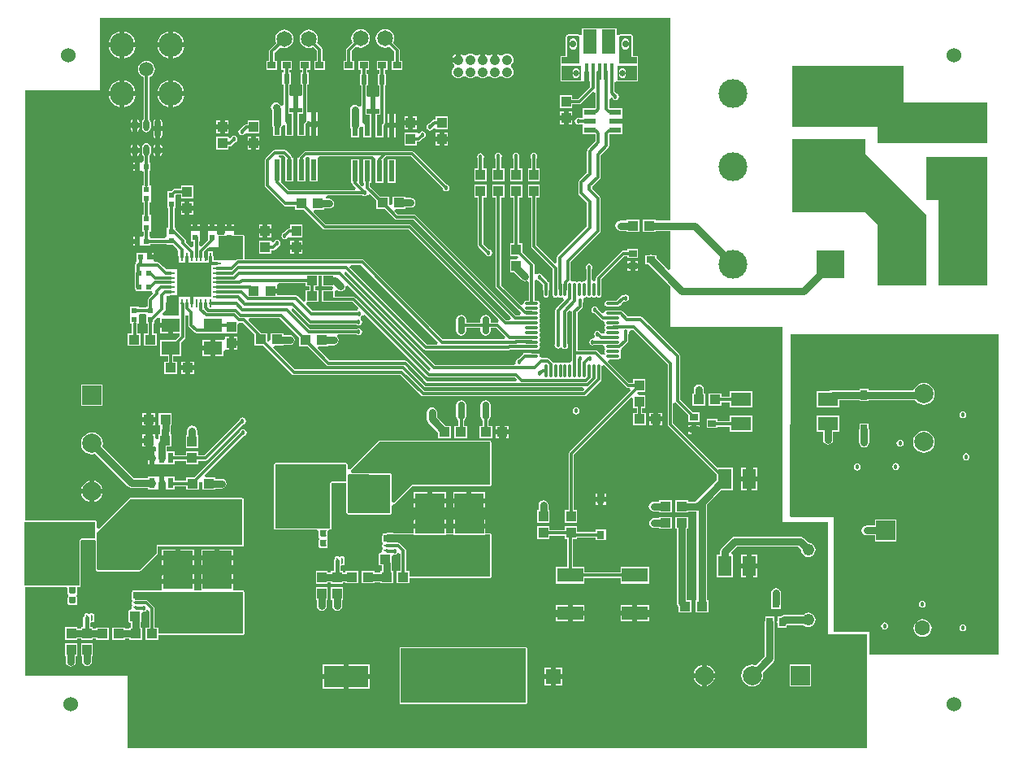
<source format=gtl>
G04*
G04 #@! TF.GenerationSoftware,Altium Limited,Altium Designer,18.1.4 (159)*
G04*
G04 Layer_Physical_Order=1*
G04 Layer_Color=255*
%FSLAX24Y24*%
%MOIN*%
G70*
G01*
G75*
%ADD18C,0.0300*%
%ADD81O,0.0118X0.0571*%
%ADD82O,0.0571X0.0118*%
%ADD83R,0.1440X0.1440*%
%ADD84R,0.0319X0.0106*%
%ADD85R,0.0106X0.0319*%
%ADD86R,0.0500X0.0220*%
%ADD87R,0.0236X0.0394*%
%ADD88O,0.0295X0.0748*%
%ADD89R,0.0315X0.0354*%
%ADD90C,0.0591*%
G04:AMPARAMS|DCode=91|XSize=9.8mil|YSize=27.6mil|CornerRadius=2.5mil|HoleSize=0mil|Usage=FLASHONLY|Rotation=0.000|XOffset=0mil|YOffset=0mil|HoleType=Round|Shape=RoundedRectangle|*
%AMROUNDEDRECTD91*
21,1,0.0098,0.0226,0,0,0.0*
21,1,0.0049,0.0276,0,0,0.0*
1,1,0.0049,0.0025,-0.0113*
1,1,0.0049,-0.0025,-0.0113*
1,1,0.0049,-0.0025,0.0113*
1,1,0.0049,0.0025,0.0113*
%
%ADD91ROUNDEDRECTD91*%
G04:AMPARAMS|DCode=92|XSize=9.8mil|YSize=27.6mil|CornerRadius=2.5mil|HoleSize=0mil|Usage=FLASHONLY|Rotation=270.000|XOffset=0mil|YOffset=0mil|HoleType=Round|Shape=RoundedRectangle|*
%AMROUNDEDRECTD92*
21,1,0.0098,0.0226,0,0,270.0*
21,1,0.0049,0.0276,0,0,270.0*
1,1,0.0049,-0.0113,-0.0025*
1,1,0.0049,-0.0113,0.0025*
1,1,0.0049,0.0113,0.0025*
1,1,0.0049,0.0113,-0.0025*
%
%ADD92ROUNDEDRECTD92*%
%ADD93R,0.0787X0.0787*%
%ADD94R,0.0354X0.0276*%
%ADD95R,0.0220X0.0860*%
%ADD96R,0.0567X0.0823*%
%ADD97R,0.1831X0.0906*%
%ADD98R,0.1083X0.0571*%
%ADD99O,0.0256X0.0472*%
%ADD100O,0.0256X0.0772*%
%ADD101R,0.0236X0.0433*%
%ADD102R,0.0748X0.0551*%
%ADD103R,0.1669X0.1500*%
%ADD104R,0.0295X0.0394*%
%ADD105R,0.0157X0.0689*%
%ADD106R,0.0561X0.0984*%
%ADD107R,0.0719X0.0276*%
%ADD108R,0.0039X0.0039*%
%ADD109R,0.0335X0.0276*%
%ADD110R,0.0394X0.0433*%
%ADD111R,0.0228X0.0244*%
%ADD112R,0.0244X0.0228*%
%ADD113R,0.0433X0.0394*%
%ADD114R,0.1220X0.0610*%
%ADD115R,0.0276X0.0354*%
%ADD116R,0.0823X0.0567*%
%ADD117C,0.0140*%
%ADD118C,0.0120*%
%ADD119C,0.0180*%
%ADD120R,0.1707X0.1550*%
%ADD121R,0.0406X0.0412*%
%ADD122R,0.0197X0.0236*%
%ADD123R,0.0234X0.0244*%
%ADD124R,0.0418X0.0414*%
%ADD125R,0.0246X0.0217*%
%ADD126R,0.0228X0.1575*%
%ADD127R,0.0220X0.0193*%
%ADD128R,0.0217X0.0197*%
%ADD129R,0.0350X0.0353*%
%ADD130C,0.0630*%
%ADD131R,0.0630X0.0630*%
%ADD132C,0.1004*%
%ADD133R,0.1181X0.1181*%
%ADD134C,0.1181*%
%ADD135C,0.0487*%
%ADD136C,0.0787*%
%ADD137C,0.0650*%
%ADD138C,0.0420*%
%ADD139C,0.0276*%
%ADD140C,0.0256*%
%ADD141R,0.0787X0.0787*%
%ADD142R,0.0630X0.0630*%
%ADD143C,0.0600*%
%ADD144C,0.0180*%
G36*
X46074Y36491D02*
X49500D01*
Y34828D01*
X45000D01*
Y35514D01*
X41514D01*
X41500Y35500D01*
Y37986D01*
X46074Y38000D01*
Y36491D01*
D02*
G37*
G36*
X36500Y31654D02*
X35901D01*
Y31697D01*
X35368D01*
Y31203D01*
X35901D01*
Y31246D01*
X36500D01*
Y29683D01*
X36408Y29645D01*
X35931Y30121D01*
Y30248D01*
X35783D01*
X35782Y30248D01*
X35704Y30264D01*
X35626Y30248D01*
X35625Y30248D01*
X35477D01*
Y29872D01*
X35603D01*
X36500Y28976D01*
Y27305D01*
X36490Y27295D01*
X41100D01*
Y19290D01*
X42967D01*
Y14713D01*
X42970Y14710D01*
X44580D01*
Y10050D01*
X14250D01*
Y13000D01*
X14250Y13000D01*
X10050D01*
Y16636D01*
X11693D01*
X11779Y16587D01*
Y16391D01*
X11781Y16384D01*
Y16366D01*
X11787Y16337D01*
X11803Y16312D01*
Y16272D01*
X11787Y16247D01*
X11781Y16218D01*
Y16200D01*
X11779Y16194D01*
Y16001D01*
X11781Y15994D01*
Y15972D01*
X11787Y15943D01*
X11803Y15918D01*
Y15900D01*
X11838D01*
X11857Y15896D01*
X11857Y15896D01*
X12084D01*
X12103Y15900D01*
X12103D01*
D01*
X12137D01*
Y15918D01*
X12154Y15943D01*
X12160Y15972D01*
Y16218D01*
X12154Y16247D01*
X12137Y16272D01*
Y16312D01*
X12154Y16337D01*
X12160Y16366D01*
Y16612D01*
X12179Y16636D01*
X12261D01*
X12299Y16651D01*
X12315Y16690D01*
Y18526D01*
Y18536D01*
Y18536D01*
X12322Y18554D01*
X12336Y18568D01*
X12354Y18576D01*
X12882D01*
X12900Y18568D01*
X12914Y18554D01*
X12921Y18536D01*
Y18526D01*
Y18495D01*
X12926Y18486D01*
X12926Y17377D01*
X12926Y17377D01*
X12926Y17369D01*
X12930Y17360D01*
X12929Y17351D01*
X12934Y17336D01*
X12940Y17329D01*
X12943Y17320D01*
X12943Y17320D01*
X12953Y17307D01*
X12956Y17305D01*
X12957Y17302D01*
X12957Y17302D01*
X12957Y17302D01*
X12962Y17300D01*
X12965Y17295D01*
X12979Y17286D01*
X12988Y17284D01*
X12995Y17279D01*
X13003Y17277D01*
X13003Y17277D01*
X13004Y17276D01*
X13008Y17275D01*
X13011Y17275D01*
X13013Y17274D01*
X13018Y17273D01*
X13021Y17273D01*
X13023Y17272D01*
X13028Y17272D01*
X13028Y17272D01*
X13031Y17272D01*
X13033Y17271D01*
X13036Y17271D01*
X14319Y17271D01*
X14322Y17270D01*
X14323Y17269D01*
X14589D01*
Y17271D01*
X14677D01*
X14677Y17271D01*
X14687Y17271D01*
X14694Y17274D01*
X14702D01*
X14721Y17278D01*
X14734D01*
X14745Y17289D01*
X14756Y17296D01*
X14763Y17307D01*
X14792Y17336D01*
X14797Y17349D01*
X15458Y18010D01*
X15474Y18048D01*
X15474Y18048D01*
Y18302D01*
X18947D01*
X18986Y18318D01*
X19002Y18357D01*
Y20235D01*
X18994Y20253D01*
X18988Y20271D01*
X18986Y20272D01*
X18986Y20273D01*
X18968Y20281D01*
X18950Y20289D01*
X18852Y20294D01*
X18851Y20294D01*
X18850Y20294D01*
X14329D01*
X14291Y20278D01*
X14291Y20278D01*
X13053Y19041D01*
X12961Y19079D01*
Y19316D01*
X12945Y19354D01*
X12907Y19370D01*
X10050D01*
Y37000D01*
X13110D01*
Y39970D01*
X36500D01*
Y31654D01*
D02*
G37*
G36*
X49500Y29000D02*
X47500D01*
Y32500D01*
X47000D01*
Y34284D01*
X49500D01*
Y29000D01*
D02*
G37*
G36*
X44500Y34396D02*
X47000Y31896D01*
Y29000D01*
X45000D01*
Y31500D01*
X44500Y32000D01*
X41507D01*
X41514Y35000D01*
X44500D01*
Y34396D01*
D02*
G37*
G36*
X18947Y20235D02*
Y18357D01*
X15420D01*
X15420Y18356D01*
Y18048D01*
X14719Y17347D01*
X14719Y17347D01*
X14705Y17333D01*
X14687Y17325D01*
X14677Y17325D01*
Y17325D01*
X13035Y17325D01*
X13033Y17325D01*
X13028Y17326D01*
X13024Y17327D01*
X13019Y17328D01*
X13017Y17329D01*
X13017Y17329D01*
X13009Y17331D01*
X12995Y17340D01*
X12985Y17353D01*
X12980Y17369D01*
X12980Y17377D01*
X12980Y17377D01*
X12980Y18871D01*
X12980Y18881D01*
X12988Y18899D01*
X12995Y18906D01*
D01*
X14329Y20240D01*
X18850D01*
X18947Y20235D01*
D02*
G37*
G36*
X12907Y18674D02*
X12907Y18673D01*
X12882Y18630D01*
X12354D01*
X12344Y18626D01*
X12334D01*
X12315Y18618D01*
X12308Y18611D01*
X12298Y18606D01*
X12284Y18593D01*
X12280Y18583D01*
X12272Y18575D01*
X12265Y18557D01*
Y18546D01*
X12261Y18536D01*
Y16690D01*
X10000D01*
Y19316D01*
X12907D01*
Y18674D01*
D02*
G37*
G36*
X49970Y13864D02*
X49960Y13860D01*
X44680D01*
Y14800D01*
X44670Y14810D01*
X43190D01*
Y19490D01*
X43180Y19500D01*
X41481D01*
X41410Y19571D01*
X41420Y27010D01*
X49970D01*
Y13864D01*
D02*
G37*
%LPC*%
G36*
X33633Y39532D02*
X33536D01*
X33533Y39532D01*
X32875D01*
Y39299D01*
X32861Y39289D01*
X32831Y39282D01*
X32823Y39280D01*
X32758Y39275D01*
X32754Y39278D01*
X32752Y39278D01*
X32751Y39279D01*
X32747Y39282D01*
X32746Y39282D01*
X32745Y39283D01*
X32740Y39285D01*
X32739Y39285D01*
X32738Y39286D01*
X32734Y39288D01*
X32732Y39288D01*
X32731Y39289D01*
X32727Y39291D01*
X32725Y39291D01*
X32724Y39292D01*
X32719Y39293D01*
X32718Y39293D01*
X32717Y39294D01*
X32712Y39296D01*
X32711Y39295D01*
X32709Y39296D01*
X32705Y39297D01*
X32703Y39297D01*
X32702Y39298D01*
X32697Y39298D01*
X32696Y39298D01*
X32694Y39299D01*
X32690Y39299D01*
X32688Y39299D01*
X32687Y39299D01*
X32682Y39300D01*
X32681Y39299D01*
X32679Y39300D01*
X32348D01*
X32346Y39299D01*
X32345Y39300D01*
X32340Y39299D01*
X32338Y39299D01*
X32337Y39299D01*
X32332Y39299D01*
X32331Y39298D01*
X32329Y39298D01*
X32324Y39298D01*
X32323Y39297D01*
X32322Y39297D01*
X32317Y39296D01*
X32316Y39295D01*
X32314Y39295D01*
X32309Y39294D01*
X32308Y39293D01*
X32307Y39293D01*
X32302Y39292D01*
X32301Y39291D01*
X32299Y39291D01*
X32295Y39289D01*
X32293Y39288D01*
X32292Y39288D01*
X32287Y39286D01*
X32286Y39285D01*
X32285Y39285D01*
X32280Y39283D01*
X32279Y39281D01*
X32278Y39281D01*
X32274Y39279D01*
X32273Y39277D01*
X32271Y39277D01*
X32267Y39275D01*
X32266Y39273D01*
X32265Y39273D01*
X32261Y39270D01*
X32260Y39269D01*
X32259Y39268D01*
X32255Y39265D01*
X32254Y39264D01*
X32253Y39263D01*
X32249Y39260D01*
X32248Y39259D01*
X32247Y39258D01*
X32243Y39255D01*
X32243Y39253D01*
X32241Y39252D01*
X32238Y39249D01*
X32238Y39247D01*
X32236Y39247D01*
X32233Y39243D01*
X32233Y39241D01*
X32231Y39241D01*
X32228Y39237D01*
X32228Y39235D01*
X32227Y39234D01*
X32224Y39230D01*
X32224Y39229D01*
X32223Y39228D01*
X32220Y39223D01*
X32220Y39222D01*
X32219Y39221D01*
X32217Y39216D01*
X32216Y39215D01*
X32215Y39214D01*
X32213Y39209D01*
X32213Y39208D01*
X32212Y39207D01*
X32210Y39202D01*
X32211Y39201D01*
X32210Y39200D01*
X32208Y39195D01*
X32208Y39193D01*
X32207Y39192D01*
X32206Y39187D01*
X32206Y39186D01*
X32205Y39185D01*
X32204Y39180D01*
X32205Y39178D01*
X32204Y39177D01*
X32203Y39172D01*
X32203Y39171D01*
X32203Y39169D01*
X32202Y39164D01*
X32202Y39163D01*
X32202Y39161D01*
X32202Y39157D01*
X32202Y39155D01*
X32202Y39154D01*
Y38410D01*
X31999D01*
Y38034D01*
X31999Y38034D01*
X31995Y37986D01*
X31995Y37936D01*
Y37411D01*
X32011Y37373D01*
X32049Y37357D01*
X32836D01*
X32853Y37364D01*
X32915Y37378D01*
X32967Y37385D01*
X32973D01*
Y37779D01*
X33173D01*
Y37385D01*
X33216D01*
Y37147D01*
X32717Y36647D01*
X32468D01*
Y36811D01*
X31975D01*
Y36278D01*
X32468D01*
Y36422D01*
X32763D01*
X32763Y36422D01*
X32806Y36431D01*
X32842Y36455D01*
X33328Y36941D01*
X33428Y36900D01*
Y36282D01*
X33418Y36272D01*
X33240D01*
X33228Y36269D01*
X32900D01*
Y35999D01*
X32900Y35949D01*
X32896Y35872D01*
X32800Y35853D01*
X32774Y35871D01*
X32719Y35882D01*
X32664Y35871D01*
X32618Y35840D01*
X32587Y35794D01*
X32576Y35739D01*
X32587Y35685D01*
X32618Y35638D01*
X32664Y35607D01*
X32719Y35596D01*
X32774Y35607D01*
X32800Y35625D01*
X32896Y35607D01*
X32900Y35529D01*
X32900Y35479D01*
Y35209D01*
X33228D01*
X33240Y35207D01*
X33418D01*
X33428Y35196D01*
Y34903D01*
X33114Y34588D01*
X33087Y34549D01*
X33078Y34502D01*
Y33630D01*
X32758Y33309D01*
X32731Y33270D01*
X32722Y33223D01*
Y32786D01*
X32731Y32740D01*
X32758Y32700D01*
X33078Y32380D01*
Y31427D01*
X31882Y30231D01*
X31856Y30192D01*
X31846Y30145D01*
Y29943D01*
X31754Y29905D01*
X31012Y30646D01*
Y32599D01*
X31147D01*
Y33132D01*
X30653D01*
Y32599D01*
X30788D01*
Y30600D01*
X30788Y30600D01*
X30796Y30557D01*
X30821Y30521D01*
X31677Y29665D01*
Y29254D01*
X31674Y29250D01*
X31593Y29177D01*
X31550Y29168D01*
X31514Y29144D01*
X31438Y29204D01*
X31254Y29388D01*
X31251Y29405D01*
X31220Y29451D01*
X31174Y29482D01*
X31119Y29493D01*
X31065Y29482D01*
X31029Y29458D01*
X30981Y29470D01*
X30929Y29497D01*
Y29827D01*
X30929Y29827D01*
X30920Y29870D01*
X30896Y29906D01*
X30421Y30381D01*
Y30736D01*
X30284D01*
Y32599D01*
X30419D01*
Y33132D01*
X29925D01*
Y32599D01*
X30060D01*
Y30736D01*
X29927D01*
Y30203D01*
X30239D01*
X30266Y30167D01*
X30217Y30067D01*
X29927D01*
Y29534D01*
X30088D01*
X30386Y29236D01*
X30452Y29192D01*
X30530Y29176D01*
X30605Y29191D01*
X30608Y29191D01*
X30705Y29136D01*
Y28370D01*
X30589D01*
X30546Y28361D01*
X30510Y28337D01*
X30486Y28301D01*
X30478Y28258D01*
X30386Y28209D01*
X30364Y28206D01*
X29556Y29014D01*
Y32599D01*
X29691D01*
Y33132D01*
X29197D01*
Y32599D01*
X29332D01*
Y28967D01*
X29332Y28967D01*
X29341Y28924D01*
X29365Y28888D01*
X30373Y27880D01*
X30331Y27780D01*
X30179D01*
X26079Y31879D01*
X26043Y31904D01*
X26000Y31912D01*
X26000Y31912D01*
X25322D01*
X25183Y32051D01*
X25221Y32143D01*
X25621D01*
Y32186D01*
X25840D01*
X25918Y32202D01*
X25984Y32246D01*
X26028Y32312D01*
X26044Y32390D01*
X26028Y32468D01*
X25984Y32534D01*
X25918Y32578D01*
X25840Y32594D01*
X25621D01*
Y32637D01*
X25088D01*
Y32347D01*
X24988Y32298D01*
X24952Y32325D01*
Y32637D01*
X24597D01*
X24173Y33061D01*
Y33216D01*
X24221D01*
Y34176D01*
X23901D01*
Y33216D01*
X23949D01*
Y33112D01*
X23849Y33071D01*
X23777Y33143D01*
X23721Y33216D01*
X23721D01*
X23721Y33216D01*
Y34176D01*
X23401D01*
Y33216D01*
X23449Y33200D01*
X23457Y33157D01*
X23482Y33121D01*
X23598Y33005D01*
X23560Y32912D01*
X20842D01*
X20518Y33236D01*
X20531Y33266D01*
X20531D01*
Y34226D01*
X20474D01*
X20420Y34326D01*
X20421Y34328D01*
X20634D01*
X20659Y34302D01*
X20711Y34226D01*
X20711D01*
X20711Y34226D01*
Y33266D01*
X21031D01*
Y34226D01*
X20982Y34250D01*
X20974Y34293D01*
X20949Y34329D01*
X20949Y34329D01*
X20759Y34519D01*
X20723Y34544D01*
X20680Y34552D01*
X20680Y34552D01*
X20280D01*
X20237Y34544D01*
X20201Y34519D01*
X20201Y34519D01*
X19891Y34209D01*
X19866Y34173D01*
X19858Y34130D01*
X19858Y34130D01*
Y33100D01*
X19858Y33100D01*
X19866Y33057D01*
X19891Y33021D01*
X20634Y32277D01*
X20634Y32277D01*
X20670Y32253D01*
X20713Y32245D01*
X21100D01*
Y32110D01*
X21455D01*
X22244Y31321D01*
X22244Y31321D01*
X22280Y31296D01*
X22323Y31288D01*
X22323Y31288D01*
X25754D01*
X29471Y27570D01*
X29422Y27478D01*
X29412Y27480D01*
X29412Y27480D01*
X29120D01*
Y27594D01*
X29105Y27671D01*
X29061Y27737D01*
X28996Y27780D01*
X28919Y27796D01*
X28841Y27780D01*
X28776Y27737D01*
X28732Y27671D01*
X28717Y27594D01*
Y27480D01*
X28120D01*
Y27594D01*
X28105Y27671D01*
X28061Y27737D01*
X27996Y27780D01*
X27919Y27796D01*
X27841Y27780D01*
X27776Y27737D01*
X27732Y27671D01*
X27717Y27594D01*
Y27141D01*
X27732Y27064D01*
X27776Y26999D01*
X27841Y26955D01*
X27919Y26940D01*
X27996Y26955D01*
X28061Y26999D01*
X28105Y27064D01*
X28120Y27141D01*
Y27256D01*
X28717D01*
Y27141D01*
X28732Y27064D01*
X28776Y26999D01*
X28841Y26955D01*
X28919Y26940D01*
X28996Y26955D01*
X29061Y26999D01*
X29105Y27064D01*
X29120Y27141D01*
Y27256D01*
X29366D01*
X29726Y26896D01*
X29684Y26796D01*
X27175D01*
X23932Y30039D01*
X23895Y30064D01*
X23852Y30072D01*
X23852Y30072D01*
X19024D01*
Y31030D01*
X19008Y31068D01*
X18970Y31084D01*
X18617D01*
X18585Y31171D01*
X18585Y31229D01*
Y31235D01*
X18413D01*
X18241D01*
Y31229D01*
X18241Y31171D01*
X18209Y31084D01*
X17980D01*
X17885Y31129D01*
X17885Y31229D01*
Y31235D01*
X17713D01*
X17541D01*
Y31229D01*
X17541Y31171D01*
X17541Y31071D01*
Y30877D01*
X17266Y30602D01*
X17174Y30640D01*
Y30801D01*
X17185D01*
Y31071D01*
X17185Y31129D01*
X17185Y31229D01*
Y31235D01*
X17013D01*
X16841D01*
Y31229D01*
X16841Y31171D01*
X16841Y31071D01*
Y30801D01*
X16929D01*
Y30609D01*
X16837Y30571D01*
X16632Y30776D01*
Y30826D01*
X16623Y30873D01*
X16597Y30913D01*
X16192Y31317D01*
Y31379D01*
X16158D01*
Y32166D01*
X16205D01*
Y32436D01*
X16205Y32494D01*
X16205Y32594D01*
Y32699D01*
X16234Y32728D01*
X16436D01*
Y32583D01*
X16930D01*
Y33116D01*
X16436D01*
Y32972D01*
X16183D01*
X16136Y32963D01*
X16096Y32936D01*
X16024Y32865D01*
X15861D01*
Y32594D01*
X15861Y32536D01*
X15861Y32436D01*
Y32166D01*
X15913D01*
Y31379D01*
X15848D01*
Y31109D01*
X15848Y31051D01*
X15848D01*
Y31038D01*
X15779Y30938D01*
X15179D01*
Y30987D01*
X15137D01*
Y31211D01*
X15187D01*
Y31481D01*
X15187Y31539D01*
X15187Y31639D01*
Y31909D01*
X15137D01*
Y32411D01*
X15187D01*
Y32681D01*
X15187Y32739D01*
X15187Y32839D01*
Y33109D01*
X15137D01*
Y33698D01*
X15177D01*
Y34042D01*
X15132D01*
Y34308D01*
X15138Y34312D01*
X15177Y34370D01*
X15191Y34440D01*
Y34656D01*
X15177Y34726D01*
X15138Y34785D01*
X15079Y34824D01*
X15010Y34838D01*
X14940Y34824D01*
X14881Y34785D01*
X14842Y34726D01*
X14828Y34656D01*
Y34440D01*
X14842Y34370D01*
X14881Y34312D01*
X14887Y34308D01*
Y34090D01*
X14807Y34042D01*
X14749Y34042D01*
X14743D01*
Y33870D01*
Y33698D01*
X14749D01*
X14807Y33698D01*
X14893Y33663D01*
Y33109D01*
X14843D01*
Y32839D01*
X14843Y32781D01*
X14843Y32681D01*
Y32411D01*
X14893D01*
Y31909D01*
X14843D01*
Y31639D01*
X14843Y31581D01*
X14843Y31481D01*
Y31211D01*
X14893D01*
Y31027D01*
X14809Y30987D01*
X14751Y30987D01*
X14745D01*
Y30815D01*
Y30643D01*
X14751D01*
X14809Y30643D01*
X14909Y30643D01*
X15179D01*
Y30693D01*
X15848D01*
Y30681D01*
X16086D01*
X16275Y30492D01*
X16262Y30458D01*
X16310Y30393D01*
Y30332D01*
X16300Y30322D01*
Y29660D01*
X15830D01*
X15708Y29782D01*
X15691D01*
D01*
X15548Y29925D01*
X15509Y29951D01*
X15462Y29960D01*
X15378D01*
X15289Y29988D01*
X15289Y30060D01*
X15125D01*
Y30160D01*
X15025D01*
Y30332D01*
X15019D01*
X14961Y30332D01*
X14861Y30332D01*
X14591D01*
Y29988D01*
X14591D01*
X14560Y29901D01*
X14549Y29885D01*
X14540Y29838D01*
Y29573D01*
X14532Y29562D01*
X14523Y29515D01*
Y28924D01*
X14532Y28877D01*
X14552Y28848D01*
Y28752D01*
X14880D01*
Y28752D01*
X14922D01*
Y28752D01*
X15218D01*
X15265Y28659D01*
X15092Y28485D01*
X15065Y28445D01*
X15056Y28398D01*
Y28135D01*
X15006D01*
Y28087D01*
X14685D01*
Y28129D01*
X14341D01*
Y27859D01*
X14341Y27801D01*
X14341Y27701D01*
Y27431D01*
X14400D01*
Y27032D01*
X14242D01*
Y26538D01*
X14775D01*
Y27032D01*
X14645D01*
Y27431D01*
X14685D01*
Y27701D01*
X14685Y27759D01*
X14724Y27843D01*
X14954D01*
X15006Y27764D01*
Y27436D01*
X15056D01*
Y27032D01*
X14912D01*
Y26538D01*
X15445D01*
Y27032D01*
X15301D01*
Y27436D01*
X15350D01*
Y27577D01*
X15396Y27623D01*
X15397Y27623D01*
X15436Y27650D01*
X15480Y27693D01*
X15580Y27652D01*
X15580Y27617D01*
Y27472D01*
X16004D01*
Y27372D01*
X16104D01*
Y27047D01*
X16376D01*
Y26932D01*
X16196Y26753D01*
X15580D01*
Y26102D01*
X15892D01*
Y25877D01*
X15749D01*
Y25383D01*
X16282D01*
Y25877D01*
X16116D01*
Y26102D01*
X16428D01*
Y26667D01*
X16567Y26807D01*
X16567Y26807D01*
X16591Y26843D01*
X16600Y26886D01*
X16600Y26886D01*
Y27754D01*
X16700Y27805D01*
X16728Y27785D01*
Y27380D01*
X16728Y27380D01*
X16736Y27337D01*
X16761Y27301D01*
X16981Y27081D01*
X17017Y27056D01*
X17060Y27048D01*
X17060Y27048D01*
X17312D01*
Y27047D01*
X18160D01*
Y27047D01*
X18243Y27028D01*
X18243Y27028D01*
X18252Y27028D01*
X18737D01*
Y27392D01*
X18800Y27482D01*
X18800Y27482D01*
X18957D01*
X19430Y27009D01*
Y26544D01*
X19804D01*
X20979Y25369D01*
X20979Y25369D01*
X21015Y25345D01*
X21058Y25336D01*
X21058Y25336D01*
X25430D01*
X26274Y24493D01*
X26274Y24493D01*
X26310Y24469D01*
X26353Y24460D01*
X32977D01*
X32977Y24460D01*
X33020Y24469D01*
X33056Y24493D01*
X33640Y25076D01*
X33664Y25113D01*
X33672Y25156D01*
X33672Y25156D01*
Y25508D01*
X33673Y25512D01*
X33672Y25517D01*
Y25698D01*
X33772Y25739D01*
X34686Y24825D01*
X34686Y24825D01*
X34722Y24801D01*
X34765Y24792D01*
X34765Y24792D01*
X34829D01*
X34867Y24700D01*
X32351Y22184D01*
X32326Y22148D01*
X32318Y22105D01*
X32318Y22105D01*
Y19791D01*
X32183D01*
Y19258D01*
X32677D01*
Y19791D01*
X32542D01*
Y22058D01*
X34891Y24407D01*
X34983Y24369D01*
Y23969D01*
X35118D01*
Y23777D01*
X34976D01*
Y23283D01*
X35509D01*
Y23777D01*
X35342D01*
Y23969D01*
X35477D01*
Y24502D01*
X35187D01*
X35138Y24602D01*
X35165Y24638D01*
X35477D01*
Y25171D01*
X34983D01*
Y25017D01*
X34812D01*
X33947Y25882D01*
X33988Y25982D01*
X34368D01*
X34411Y25990D01*
X34447Y26014D01*
X34471Y26050D01*
X34480Y26093D01*
X34471Y26136D01*
X34453Y26191D01*
X34471Y26247D01*
X34480Y26290D01*
X34471Y26332D01*
X34457Y26377D01*
X34491Y26408D01*
X34737Y26654D01*
X34737Y26654D01*
X34761Y26690D01*
X34769Y26733D01*
X34769Y26733D01*
Y27016D01*
X34789Y27045D01*
X34800Y27100D01*
X34861Y27169D01*
X34970Y27171D01*
X36388Y25754D01*
Y23307D01*
X36388Y23307D01*
X36396Y23264D01*
X36421Y23228D01*
X38407Y21242D01*
Y21022D01*
X37640Y20256D01*
X37528Y20144D01*
X37221D01*
Y20187D01*
X36688D01*
Y19693D01*
X37221D01*
Y19736D01*
X37581D01*
Y16087D01*
X37518D01*
Y15593D01*
X38051D01*
Y16087D01*
X37989D01*
Y20028D01*
X38567Y20606D01*
X39073D01*
Y21529D01*
X38437D01*
X36612Y23354D01*
Y24179D01*
X36712Y24205D01*
X36721Y24193D01*
X37239Y23674D01*
Y23418D01*
X37693D01*
Y23794D01*
X37437D01*
X36912Y24318D01*
Y26087D01*
X36912Y26087D01*
X36904Y26130D01*
X36879Y26166D01*
X36879Y26166D01*
X35356Y27689D01*
X35320Y27714D01*
X35277Y27722D01*
X35277Y27722D01*
X34755D01*
X34533Y27944D01*
X34497Y27968D01*
X34497Y27968D01*
X34454Y27977D01*
X34142D01*
X34137Y27976D01*
X33916D01*
X33873Y27967D01*
X33864Y27962D01*
X33829D01*
X33815Y27910D01*
X33813Y27907D01*
X33810Y27894D01*
X33809Y27890D01*
X33737Y27855D01*
X33708Y27851D01*
X33539Y28020D01*
X33532Y28055D01*
X33501Y28101D01*
X33455Y28132D01*
X33400Y28143D01*
X33345Y28132D01*
X33299Y28101D01*
X33268Y28055D01*
X33257Y28000D01*
X33268Y27945D01*
X33299Y27899D01*
X33345Y27868D01*
X33380Y27861D01*
X33653Y27589D01*
X33653Y27589D01*
X33689Y27564D01*
X33727Y27557D01*
X33734Y27553D01*
X33804Y27471D01*
X33813Y27428D01*
X33831Y27373D01*
X33813Y27317D01*
X33804Y27274D01*
X33813Y27232D01*
X33831Y27176D01*
X33813Y27120D01*
X33804Y27077D01*
X33776Y27045D01*
X33656Y27040D01*
X33649Y27044D01*
X33647Y27055D01*
X33616Y27101D01*
X33570Y27132D01*
X33515Y27143D01*
X33461Y27132D01*
X33415Y27101D01*
X33384Y27055D01*
X33373Y27000D01*
X33384Y26945D01*
X33415Y26899D01*
X33371Y26815D01*
X33316Y26826D01*
X33262Y26815D01*
X33215Y26785D01*
X33185Y26738D01*
X33174Y26684D01*
X33185Y26629D01*
X33215Y26583D01*
X33262Y26552D01*
X33316Y26541D01*
X33371Y26552D01*
X33401Y26571D01*
X33727D01*
X33732Y26569D01*
X33804Y26487D01*
X33813Y26444D01*
X33831Y26388D01*
X33813Y26332D01*
X33804Y26290D01*
X33813Y26247D01*
X33824Y26212D01*
X33790Y26165D01*
X33674Y26154D01*
X33519Y26309D01*
X33483Y26334D01*
X33440Y26342D01*
X33440Y26342D01*
X32689D01*
Y27874D01*
X32879Y28064D01*
X32879Y28064D01*
X32904Y28100D01*
X32912Y28143D01*
X32912Y28143D01*
Y28296D01*
X32932Y28325D01*
X32943Y28380D01*
X32938Y28406D01*
X32946Y28429D01*
X32982Y28487D01*
X33003Y28508D01*
X33013Y28510D01*
X33069Y28528D01*
X33125Y28510D01*
X33168Y28502D01*
X33210Y28510D01*
X33266Y28528D01*
X33322Y28510D01*
X33364Y28502D01*
X33407Y28510D01*
X33463Y28528D01*
X33519Y28510D01*
X33561Y28502D01*
X33604Y28510D01*
X33640Y28534D01*
X33664Y28570D01*
X33672Y28613D01*
Y28834D01*
X33673Y28839D01*
Y29254D01*
X34623Y30204D01*
X34729D01*
Y30128D01*
X35183D01*
Y30504D01*
X34729D01*
Y30428D01*
X34577D01*
X34577Y30428D01*
X34534Y30420D01*
X34498Y30395D01*
X33482Y29380D01*
X33458Y29343D01*
X33449Y29300D01*
X33449Y29300D01*
Y29254D01*
X33447Y29249D01*
X33364Y29177D01*
X33282Y29249D01*
X33280Y29254D01*
Y29659D01*
X33299Y29689D01*
X33310Y29744D01*
X33299Y29798D01*
X33269Y29845D01*
X33222Y29875D01*
X33168Y29886D01*
X33113Y29875D01*
X33067Y29845D01*
X33036Y29798D01*
X33025Y29744D01*
X33036Y29689D01*
X33055Y29659D01*
Y29254D01*
X33053Y29249D01*
X32971Y29177D01*
X32928Y29168D01*
X32872Y29150D01*
X32816Y29168D01*
X32774Y29177D01*
X32731Y29168D01*
X32675Y29150D01*
X32620Y29168D01*
X32577Y29177D01*
X32534Y29168D01*
X32499Y29157D01*
X32415Y29208D01*
X32411Y29227D01*
Y29962D01*
X33607Y31157D01*
X33633Y31197D01*
X33643Y31244D01*
Y32563D01*
X33633Y32610D01*
X33607Y32649D01*
X33287Y32970D01*
Y33040D01*
X33607Y33360D01*
X33633Y33400D01*
X33643Y33446D01*
Y34319D01*
X33957Y34633D01*
X33983Y34673D01*
X33993Y34719D01*
Y35196D01*
X34003Y35207D01*
X34180D01*
X34192Y35209D01*
X34520D01*
X34520Y35554D01*
X34520Y35629D01*
Y35639D01*
X34220D01*
Y35839D01*
X34520D01*
Y35924D01*
X34520Y35999D01*
Y36269D01*
X34192D01*
X34180Y36272D01*
X34003D01*
X33993Y36282D01*
Y36620D01*
X34093Y36701D01*
X34118Y36695D01*
X34149Y36649D01*
X34195Y36618D01*
X34250Y36607D01*
X34305Y36618D01*
X34351Y36649D01*
X34382Y36695D01*
X34393Y36750D01*
X34382Y36805D01*
X34351Y36851D01*
X34305Y36882D01*
X34270Y36889D01*
X34208Y36950D01*
Y37328D01*
X34306Y37366D01*
X34316Y37364D01*
X34332Y37357D01*
X35120D01*
X35158Y37373D01*
X35174Y37411D01*
Y37936D01*
X35174Y37986D01*
X35170Y38034D01*
X35170Y38034D01*
Y38410D01*
X34967D01*
Y39158D01*
X34967Y39159D01*
X34967Y39160D01*
X34967Y39165D01*
X34966Y39166D01*
X34967Y39168D01*
X34966Y39173D01*
X34965Y39174D01*
X34966Y39175D01*
X34965Y39180D01*
X34964Y39181D01*
X34965Y39183D01*
X34964Y39188D01*
X34963Y39189D01*
X34963Y39190D01*
X34962Y39195D01*
X34961Y39196D01*
X34961Y39198D01*
X34959Y39202D01*
X34958Y39203D01*
X34958Y39205D01*
X34957Y39209D01*
X34956Y39210D01*
X34956Y39212D01*
X34954Y39216D01*
X34953Y39217D01*
X34953Y39219D01*
X34950Y39223D01*
X34949Y39224D01*
X34949Y39225D01*
X34947Y39230D01*
X34945Y39230D01*
X34945Y39232D01*
X34943Y39236D01*
X34941Y39237D01*
X34941Y39238D01*
X34938Y39242D01*
X34937Y39243D01*
X34936Y39244D01*
X34933Y39248D01*
X34932Y39249D01*
X34932Y39250D01*
X34928Y39254D01*
X34927Y39254D01*
X34927Y39256D01*
X34923Y39259D01*
X34922Y39260D01*
X34921Y39261D01*
X34918Y39264D01*
X34916Y39265D01*
X34915Y39266D01*
X34912Y39269D01*
X34910Y39269D01*
X34910Y39271D01*
X34906Y39274D01*
X34904Y39274D01*
X34903Y39275D01*
X34899Y39278D01*
X34898Y39278D01*
X34897Y39279D01*
X34893Y39282D01*
X34891Y39282D01*
X34890Y39283D01*
X34886Y39285D01*
X34885Y39285D01*
X34884Y39286D01*
X34879Y39288D01*
X34878Y39288D01*
X34877Y39289D01*
X34872Y39291D01*
X34871Y39291D01*
X34869Y39292D01*
X34865Y39293D01*
X34863Y39293D01*
X34862Y39294D01*
X34858Y39296D01*
X34856Y39295D01*
X34855Y39296D01*
X34850Y39297D01*
X34849Y39297D01*
X34848Y39298D01*
X34843Y39298D01*
X34841Y39298D01*
X34840Y39299D01*
X34835Y39299D01*
X34834Y39299D01*
X34832Y39299D01*
X34828Y39300D01*
X34826Y39299D01*
X34825Y39300D01*
X34493D01*
X34492Y39299D01*
X34490Y39300D01*
X34486Y39299D01*
X34484Y39299D01*
X34483Y39299D01*
X34478Y39299D01*
X34476Y39298D01*
X34475Y39298D01*
X34470Y39298D01*
X34469Y39297D01*
X34467Y39297D01*
X34462Y39296D01*
X34461Y39295D01*
X34460Y39295D01*
X34455Y39294D01*
X34454Y39293D01*
X34452Y39293D01*
X34448Y39292D01*
X34446Y39291D01*
X34445Y39291D01*
X34440Y39289D01*
X34439Y39288D01*
X34438Y39288D01*
X34433Y39286D01*
X34432Y39285D01*
X34431Y39285D01*
X34426Y39283D01*
X34425Y39281D01*
X34424Y39281D01*
X34419Y39279D01*
X34418Y39277D01*
X34417Y39277D01*
X34413Y39275D01*
X34412Y39273D01*
X34410Y39273D01*
X34406Y39270D01*
X34339Y39279D01*
X34330Y39282D01*
X34303Y39290D01*
X34294Y39296D01*
Y39532D01*
X33636D01*
X33633Y39532D01*
D02*
G37*
G36*
X16110Y39404D02*
Y38960D01*
X16553D01*
X16547Y39004D01*
X16492Y39138D01*
X16403Y39254D01*
X16288Y39342D01*
X16154Y39398D01*
X16110Y39404D01*
D02*
G37*
G36*
X14110D02*
Y38960D01*
X14553D01*
X14547Y39004D01*
X14492Y39138D01*
X14403Y39254D01*
X14288Y39342D01*
X14154Y39398D01*
X14110Y39404D01*
D02*
G37*
G36*
X15910D02*
X15866Y39398D01*
X15731Y39342D01*
X15616Y39254D01*
X15528Y39138D01*
X15472Y39004D01*
X15466Y38960D01*
X15910D01*
Y39404D01*
D02*
G37*
G36*
X13910D02*
X13866Y39398D01*
X13731Y39342D01*
X13616Y39254D01*
X13528Y39138D01*
X13472Y39004D01*
X13466Y38960D01*
X13910D01*
Y39404D01*
D02*
G37*
G36*
X23791Y39504D02*
X23693Y39491D01*
X23602Y39453D01*
X23524Y39393D01*
X23464Y39315D01*
X23426Y39224D01*
X23413Y39126D01*
X23426Y39028D01*
X23458Y38951D01*
X23236Y38730D01*
X23212Y38694D01*
X23204Y38651D01*
X23204Y38651D01*
Y38214D01*
X23098D01*
Y37838D01*
X23533D01*
Y38214D01*
X23428D01*
Y38605D01*
X23616Y38793D01*
X23693Y38761D01*
X23791Y38748D01*
X23889Y38761D01*
X23980Y38799D01*
X24058Y38859D01*
X24118Y38937D01*
X24156Y39028D01*
X24169Y39126D01*
X24156Y39224D01*
X24118Y39315D01*
X24058Y39393D01*
X23980Y39453D01*
X23889Y39491D01*
X23791Y39504D01*
D02*
G37*
G36*
X20671Y39494D02*
X20573Y39481D01*
X20482Y39443D01*
X20404Y39383D01*
X20344Y39305D01*
X20306Y39214D01*
X20293Y39116D01*
X20306Y39018D01*
X20338Y38941D01*
X20061Y38665D01*
X20037Y38629D01*
X20029Y38586D01*
X20029Y38586D01*
Y38214D01*
X19923D01*
Y37838D01*
X20358D01*
Y38214D01*
X20253D01*
Y38539D01*
X20496Y38783D01*
X20573Y38751D01*
X20671Y38738D01*
X20769Y38751D01*
X20860Y38789D01*
X20938Y38849D01*
X20998Y38927D01*
X21036Y39018D01*
X21049Y39116D01*
X21036Y39214D01*
X20998Y39305D01*
X20938Y39383D01*
X20860Y39443D01*
X20769Y39481D01*
X20671Y39494D01*
D02*
G37*
G36*
X29800Y38513D02*
X29732Y38504D01*
X29669Y38478D01*
X29615Y38436D01*
X29610Y38430D01*
X29490D01*
X29485Y38436D01*
X29431Y38478D01*
X29400Y38490D01*
Y38250D01*
X29200D01*
Y38490D01*
X29169Y38478D01*
X29115Y38436D01*
X29110Y38430D01*
X28990D01*
X28985Y38436D01*
X28931Y38478D01*
X28900Y38490D01*
Y38250D01*
X28700D01*
Y38490D01*
X28669Y38478D01*
X28615Y38436D01*
X28610Y38430D01*
X28490D01*
X28485Y38436D01*
X28431Y38478D01*
X28368Y38504D01*
X28300Y38513D01*
X28232Y38504D01*
X28169Y38478D01*
X28115Y38436D01*
X28110Y38430D01*
X27990D01*
X27985Y38436D01*
X27931Y38478D01*
X27900Y38490D01*
Y38250D01*
X27800D01*
Y38150D01*
X27560D01*
X27573Y38119D01*
X27615Y38065D01*
X27621Y38060D01*
Y37941D01*
X27615Y37936D01*
X27573Y37882D01*
X27547Y37818D01*
X27538Y37750D01*
X27547Y37683D01*
X27573Y37619D01*
X27615Y37565D01*
X27669Y37523D01*
X27732Y37497D01*
X27800Y37488D01*
X27868Y37497D01*
X27931Y37523D01*
X27985Y37565D01*
X27990Y37571D01*
X28110D01*
X28115Y37565D01*
X28169Y37523D01*
X28232Y37497D01*
X28300Y37488D01*
X28368Y37497D01*
X28431Y37523D01*
X28485Y37565D01*
X28490Y37571D01*
X28610D01*
X28615Y37565D01*
X28669Y37523D01*
X28732Y37497D01*
X28800Y37488D01*
X28868Y37497D01*
X28931Y37523D01*
X28985Y37565D01*
X28990Y37571D01*
X29110D01*
X29115Y37565D01*
X29169Y37523D01*
X29232Y37497D01*
X29300Y37488D01*
X29368Y37497D01*
X29431Y37523D01*
X29485Y37565D01*
X29490Y37571D01*
X29610D01*
X29615Y37565D01*
X29669Y37523D01*
X29732Y37497D01*
X29800Y37488D01*
X29868Y37497D01*
X29931Y37523D01*
X29985Y37565D01*
X30027Y37619D01*
X30053Y37683D01*
X30062Y37750D01*
X30053Y37818D01*
X30027Y37882D01*
X29985Y37936D01*
X29979Y37941D01*
Y38060D01*
X29985Y38065D01*
X30027Y38119D01*
X30053Y38183D01*
X30062Y38250D01*
X30053Y38318D01*
X30027Y38382D01*
X29985Y38436D01*
X29931Y38478D01*
X29868Y38504D01*
X29800Y38513D01*
D02*
G37*
G36*
X27700Y38490D02*
X27669Y38478D01*
X27615Y38436D01*
X27573Y38382D01*
X27560Y38350D01*
X27700D01*
Y38490D01*
D02*
G37*
G36*
X16553Y38760D02*
X16110D01*
Y38316D01*
X16154Y38322D01*
X16288Y38378D01*
X16403Y38466D01*
X16492Y38582D01*
X16547Y38716D01*
X16553Y38760D01*
D02*
G37*
G36*
X14553D02*
X14110D01*
Y38316D01*
X14154Y38322D01*
X14288Y38378D01*
X14403Y38466D01*
X14492Y38582D01*
X14547Y38716D01*
X14553Y38760D01*
D02*
G37*
G36*
X15910D02*
X15466D01*
X15472Y38716D01*
X15528Y38582D01*
X15616Y38466D01*
X15731Y38378D01*
X15866Y38322D01*
X15910Y38316D01*
Y38760D01*
D02*
G37*
G36*
X13910D02*
X13466D01*
X13472Y38716D01*
X13528Y38582D01*
X13616Y38466D01*
X13731Y38378D01*
X13866Y38322D01*
X13910Y38316D01*
Y38760D01*
D02*
G37*
G36*
X24791Y39504D02*
X24693Y39491D01*
X24602Y39453D01*
X24524Y39393D01*
X24464Y39315D01*
X24426Y39224D01*
X24413Y39126D01*
X24426Y39028D01*
X24464Y38937D01*
X24524Y38859D01*
X24602Y38799D01*
X24693Y38761D01*
X24791Y38748D01*
X24889Y38761D01*
X24966Y38793D01*
X25174Y38585D01*
Y38214D01*
X25069D01*
Y37838D01*
X25503D01*
Y38214D01*
X25398D01*
Y38631D01*
X25398Y38631D01*
X25390Y38674D01*
X25365Y38710D01*
X25365Y38710D01*
X25124Y38951D01*
X25156Y39028D01*
X25169Y39126D01*
X25156Y39224D01*
X25118Y39315D01*
X25058Y39393D01*
X24980Y39453D01*
X24889Y39491D01*
X24791Y39504D01*
D02*
G37*
G36*
X21671Y39494D02*
X21573Y39481D01*
X21482Y39443D01*
X21404Y39383D01*
X21344Y39305D01*
X21306Y39214D01*
X21293Y39116D01*
X21306Y39018D01*
X21344Y38927D01*
X21404Y38849D01*
X21482Y38789D01*
X21573Y38751D01*
X21671Y38738D01*
X21769Y38751D01*
X21846Y38783D01*
X21999Y38629D01*
Y38214D01*
X21894D01*
Y37838D01*
X22328D01*
Y38214D01*
X22223D01*
Y38676D01*
X22223Y38676D01*
X22215Y38719D01*
X22190Y38755D01*
X22190Y38755D01*
X22004Y38941D01*
X22036Y39018D01*
X22049Y39116D01*
X22036Y39214D01*
X21998Y39305D01*
X21938Y39383D01*
X21860Y39443D01*
X21769Y39481D01*
X21671Y39494D01*
D02*
G37*
G36*
X16110Y37404D02*
Y36960D01*
X16553D01*
X16547Y37004D01*
X16492Y37138D01*
X16403Y37254D01*
X16288Y37342D01*
X16154Y37398D01*
X16110Y37404D01*
D02*
G37*
G36*
X14110D02*
Y36960D01*
X14553D01*
X14547Y37004D01*
X14492Y37138D01*
X14403Y37254D01*
X14288Y37342D01*
X14154Y37398D01*
X14110Y37404D01*
D02*
G37*
G36*
X15910D02*
X15866Y37398D01*
X15731Y37342D01*
X15616Y37254D01*
X15528Y37138D01*
X15472Y37004D01*
X15466Y36960D01*
X15910D01*
Y37404D01*
D02*
G37*
G36*
X13910D02*
X13866Y37398D01*
X13731Y37342D01*
X13616Y37254D01*
X13528Y37138D01*
X13472Y37004D01*
X13466Y36960D01*
X13910D01*
Y37404D01*
D02*
G37*
G36*
X21718Y38214D02*
X21284D01*
Y37838D01*
X21389D01*
Y37723D01*
X21331D01*
Y37229D01*
X21387D01*
Y36793D01*
X21293Y36778D01*
X21287Y36778D01*
X21225D01*
Y36531D01*
Y36284D01*
X21287D01*
X21293Y36284D01*
X21387Y36269D01*
Y36086D01*
X21211D01*
Y35126D01*
X21531D01*
Y35607D01*
X21578Y35655D01*
X21578Y35655D01*
X21603Y35691D01*
X21611Y35734D01*
X21711Y35734D01*
Y35706D01*
X21771D01*
Y36086D01*
X21711D01*
X21611Y36087D01*
Y37229D01*
X21667D01*
Y37723D01*
X21613D01*
Y37838D01*
X21718D01*
Y38214D01*
D02*
G37*
G36*
X24893D02*
X24458D01*
Y37838D01*
X24567D01*
Y37683D01*
X24511D01*
Y37189D01*
X24567D01*
Y36753D01*
X24473Y36738D01*
X24467Y36738D01*
X24405D01*
Y36491D01*
Y36244D01*
X24467D01*
X24473Y36244D01*
X24567Y36229D01*
Y36036D01*
X24401D01*
Y35076D01*
X24721D01*
Y35557D01*
X24758Y35595D01*
X24783Y35631D01*
X24791Y35674D01*
X24791Y35674D01*
Y37189D01*
X24847D01*
Y37683D01*
X24791D01*
Y37838D01*
X24893D01*
Y38214D01*
D02*
G37*
G36*
X20968D02*
X20534D01*
Y37838D01*
X20639D01*
Y37723D01*
X20583D01*
Y37229D01*
X20639D01*
Y36388D01*
X20539Y36358D01*
X20515Y36393D01*
X20464Y36444D01*
X20398Y36488D01*
X20320Y36504D01*
X20242Y36488D01*
X20176Y36444D01*
X20132Y36378D01*
X20116Y36300D01*
X20132Y36222D01*
X20167Y36169D01*
Y35606D01*
X20183Y35528D01*
X20211Y35486D01*
Y35126D01*
X20531D01*
Y35486D01*
X20559Y35528D01*
X20563Y35545D01*
X20672Y35591D01*
X20706Y35567D01*
X20711Y35558D01*
Y35126D01*
X21031D01*
Y36086D01*
X20863D01*
Y36269D01*
X20957Y36284D01*
X20963Y36284D01*
X21025D01*
Y36531D01*
Y36778D01*
X20963D01*
X20957Y36778D01*
X20863Y36793D01*
Y37229D01*
X20919D01*
Y37723D01*
X20863D01*
Y37838D01*
X20968D01*
Y38214D01*
D02*
G37*
G36*
X24143D02*
X23709D01*
Y37838D01*
X23814D01*
Y37683D01*
X23763D01*
Y37189D01*
X23819D01*
Y36353D01*
X23719Y36323D01*
X23705Y36343D01*
X23639Y36387D01*
X23561Y36403D01*
X23483Y36387D01*
X23417Y36343D01*
X23373Y36277D01*
X23357Y36199D01*
Y35556D01*
X23373Y35478D01*
X23401Y35436D01*
Y35076D01*
X23721D01*
Y35436D01*
X23749Y35478D01*
X23754Y35501D01*
X23862Y35540D01*
X23901Y35507D01*
Y35076D01*
X24221D01*
Y36036D01*
X24043D01*
Y36229D01*
X24137Y36244D01*
X24143Y36244D01*
X24205D01*
Y36491D01*
Y36738D01*
X24143D01*
X24137Y36738D01*
X24043Y36753D01*
Y37189D01*
X24099D01*
Y37683D01*
X24038D01*
Y37838D01*
X24143D01*
Y38214D01*
D02*
G37*
G36*
X16553Y36760D02*
X16110D01*
Y36316D01*
X16154Y36322D01*
X16288Y36378D01*
X16403Y36466D01*
X16492Y36582D01*
X16547Y36716D01*
X16553Y36760D01*
D02*
G37*
G36*
X14553D02*
X14110D01*
Y36316D01*
X14154Y36322D01*
X14288Y36378D01*
X14403Y36466D01*
X14492Y36582D01*
X14547Y36716D01*
X14553Y36760D01*
D02*
G37*
G36*
X15910D02*
X15466D01*
X15472Y36716D01*
X15528Y36582D01*
X15616Y36466D01*
X15731Y36378D01*
X15866Y36322D01*
X15910Y36316D01*
Y36760D01*
D02*
G37*
G36*
X13910D02*
X13466D01*
X13472Y36716D01*
X13528Y36582D01*
X13616Y36466D01*
X13731Y36378D01*
X13866Y36322D01*
X13910Y36316D01*
Y36760D01*
D02*
G37*
G36*
X32468Y36142D02*
X32321D01*
Y35975D01*
X32468D01*
Y36142D01*
D02*
G37*
G36*
X32121D02*
X31975D01*
Y35975D01*
X32121D01*
Y36142D01*
D02*
G37*
G36*
X26087Y35951D02*
X25940D01*
Y35785D01*
X26087D01*
Y35951D01*
D02*
G37*
G36*
X25740D02*
X25593D01*
Y35785D01*
X25740D01*
Y35951D01*
D02*
G37*
G36*
X21971Y36086D02*
Y35706D01*
X22031D01*
Y36086D01*
X21971D01*
D02*
G37*
G36*
X14637Y35827D02*
Y35672D01*
X14719D01*
Y35680D01*
X14705Y35750D01*
X14666Y35808D01*
X14637Y35827D01*
D02*
G37*
G36*
X14437Y35827D02*
X14409Y35808D01*
X14370Y35750D01*
X14356Y35680D01*
Y35672D01*
X14437D01*
Y35827D01*
D02*
G37*
G36*
X25221Y36036D02*
X25161D01*
Y35656D01*
X25221D01*
Y36036D01*
D02*
G37*
G36*
X24961D02*
X24901D01*
Y35656D01*
X24961D01*
Y36036D01*
D02*
G37*
G36*
X32468Y35775D02*
X32321D01*
Y35609D01*
X32468D01*
Y35775D01*
D02*
G37*
G36*
X32121D02*
X31975D01*
Y35609D01*
X32121D01*
Y35775D01*
D02*
G37*
G36*
X18367Y35761D02*
X18220D01*
Y35595D01*
X18367D01*
Y35761D01*
D02*
G37*
G36*
X18020D02*
X17873D01*
Y35595D01*
X18020D01*
Y35761D01*
D02*
G37*
G36*
X15582Y35831D02*
Y35526D01*
X15664D01*
Y35684D01*
X15650Y35753D01*
X15610Y35812D01*
X15582Y35831D01*
D02*
G37*
G36*
X15382Y35831D02*
X15354Y35812D01*
X15314Y35753D01*
X15301Y35684D01*
Y35526D01*
X15382D01*
Y35831D01*
D02*
G37*
G36*
X27367Y35951D02*
X26873D01*
Y35807D01*
X26835D01*
X26788Y35798D01*
X26748Y35771D01*
X26602Y35625D01*
X26585Y35622D01*
X26539Y35591D01*
X26508Y35545D01*
X26497Y35490D01*
X26508Y35435D01*
X26539Y35389D01*
X26585Y35358D01*
X26640Y35347D01*
X26695Y35358D01*
X26741Y35389D01*
X26772Y35435D01*
X26871Y35420D01*
X26873Y35419D01*
Y35418D01*
X27367D01*
Y35951D01*
D02*
G37*
G36*
X26087Y35585D02*
X25940D01*
Y35418D01*
X26087D01*
Y35585D01*
D02*
G37*
G36*
X25740D02*
X25593D01*
Y35418D01*
X25740D01*
Y35585D01*
D02*
G37*
G36*
X14437Y35472D02*
X14356D01*
Y35464D01*
X14370Y35394D01*
X14409Y35335D01*
X14437Y35316D01*
Y35472D01*
D02*
G37*
G36*
X14719D02*
X14637D01*
Y35316D01*
X14666Y35335D01*
X14705Y35394D01*
X14719Y35464D01*
Y35472D01*
D02*
G37*
G36*
X15010Y38208D02*
X14920Y38196D01*
X14836Y38162D01*
X14763Y38106D01*
X14708Y38034D01*
X14673Y37950D01*
X14661Y37860D01*
X14673Y37770D01*
X14708Y37686D01*
X14763Y37614D01*
X14836Y37558D01*
X14887Y37537D01*
Y35812D01*
X14881Y35808D01*
X14842Y35750D01*
X14828Y35680D01*
Y35464D01*
X14842Y35394D01*
X14881Y35335D01*
X14940Y35296D01*
X15010Y35282D01*
X15079Y35296D01*
X15138Y35335D01*
X15177Y35394D01*
X15191Y35464D01*
Y35680D01*
X15177Y35750D01*
X15138Y35808D01*
X15132Y35812D01*
Y37537D01*
X15184Y37558D01*
X15256Y37614D01*
X15311Y37686D01*
X15346Y37770D01*
X15358Y37860D01*
X15346Y37950D01*
X15311Y38034D01*
X15256Y38106D01*
X15184Y38162D01*
X15100Y38196D01*
X15010Y38208D01*
D02*
G37*
G36*
X26320Y35323D02*
X26265Y35312D01*
X26219Y35281D01*
X26188Y35235D01*
X26093Y35259D01*
X26087Y35261D01*
Y35282D01*
X25593D01*
Y34749D01*
X26087D01*
Y34893D01*
X26155D01*
X26202Y34902D01*
X26242Y34929D01*
X26358Y35045D01*
X26375Y35048D01*
X26421Y35079D01*
X26452Y35125D01*
X26463Y35180D01*
X26452Y35235D01*
X26421Y35281D01*
X26375Y35312D01*
X26320Y35323D01*
D02*
G37*
G36*
X19647Y35761D02*
X19153D01*
Y35617D01*
X19115D01*
X19068Y35608D01*
X19028Y35581D01*
X18882Y35435D01*
X18865Y35432D01*
X18819Y35401D01*
X18788Y35355D01*
X18777Y35300D01*
X18788Y35245D01*
X18819Y35199D01*
X18865Y35168D01*
X18920Y35157D01*
X18975Y35168D01*
X19021Y35199D01*
X19052Y35245D01*
X19151Y35230D01*
X19153Y35229D01*
Y35228D01*
X19647D01*
Y35761D01*
D02*
G37*
G36*
X18367Y35395D02*
X18220D01*
Y35228D01*
X18367D01*
Y35395D01*
D02*
G37*
G36*
X18020D02*
X17873D01*
Y35228D01*
X18020D01*
Y35395D01*
D02*
G37*
G36*
X22031Y35506D02*
X21971D01*
Y35126D01*
X22031D01*
Y35506D01*
D02*
G37*
G36*
X21771D02*
X21711D01*
Y35126D01*
X21771D01*
Y35506D01*
D02*
G37*
G36*
X27367Y35282D02*
X27220D01*
Y35115D01*
X27367D01*
Y35282D01*
D02*
G37*
G36*
X27020D02*
X26873D01*
Y35115D01*
X27020D01*
Y35282D01*
D02*
G37*
G36*
X25221Y35456D02*
X25161D01*
Y35076D01*
X25221D01*
Y35456D01*
D02*
G37*
G36*
X24961D02*
X24901D01*
Y35076D01*
X24961D01*
Y35456D01*
D02*
G37*
G36*
X18600Y35133D02*
X18545Y35122D01*
X18499Y35091D01*
X18468Y35045D01*
X18373Y35069D01*
X18367Y35071D01*
Y35092D01*
X17873D01*
Y34559D01*
X18367D01*
Y34703D01*
X18435D01*
X18482Y34712D01*
X18522Y34739D01*
X18638Y34855D01*
X18655Y34858D01*
X18701Y34889D01*
X18732Y34935D01*
X18743Y34990D01*
X18732Y35045D01*
X18701Y35091D01*
X18655Y35122D01*
X18600Y35133D01*
D02*
G37*
G36*
X15382Y35326D02*
X15301D01*
Y35168D01*
X15314Y35099D01*
X15354Y35040D01*
X15382Y35021D01*
Y35326D01*
D02*
G37*
G36*
X15664D02*
X15582D01*
Y35021D01*
X15610Y35040D01*
X15650Y35099D01*
X15664Y35168D01*
Y35326D01*
D02*
G37*
G36*
X19647Y35092D02*
X19500D01*
Y34925D01*
X19647D01*
Y35092D01*
D02*
G37*
G36*
X19300D02*
X19153D01*
Y34925D01*
X19300D01*
Y35092D01*
D02*
G37*
G36*
X27367Y34915D02*
X27220D01*
Y34749D01*
X27367D01*
Y34915D01*
D02*
G37*
G36*
X27020D02*
X26873D01*
Y34749D01*
X27020D01*
Y34915D01*
D02*
G37*
G36*
X15582Y34804D02*
Y34648D01*
X15664D01*
Y34656D01*
X15650Y34726D01*
X15610Y34785D01*
X15582Y34804D01*
D02*
G37*
G36*
X14637D02*
Y34648D01*
X14719D01*
Y34656D01*
X14705Y34726D01*
X14666Y34785D01*
X14637Y34804D01*
D02*
G37*
G36*
X15382Y34804D02*
X15354Y34785D01*
X15314Y34726D01*
X15301Y34656D01*
Y34648D01*
X15382D01*
Y34804D01*
D02*
G37*
G36*
X14437D02*
X14409Y34785D01*
X14370Y34726D01*
X14356Y34656D01*
Y34648D01*
X14437D01*
Y34804D01*
D02*
G37*
G36*
X19647Y34725D02*
X19500D01*
Y34559D01*
X19647D01*
Y34725D01*
D02*
G37*
G36*
X19300D02*
X19153D01*
Y34559D01*
X19300D01*
Y34725D01*
D02*
G37*
G36*
X25900Y34512D02*
X25900Y34512D01*
X24800D01*
X24800Y34512D01*
X24800Y34512D01*
X21549D01*
X21507Y34504D01*
X21470Y34479D01*
X21470Y34479D01*
X21292Y34301D01*
X21267Y34264D01*
X21260Y34226D01*
X21211D01*
Y33266D01*
X21531D01*
Y34223D01*
X21596Y34288D01*
X21637D01*
X21711Y34226D01*
X21711Y34188D01*
Y33266D01*
X22031D01*
Y34188D01*
X22031Y34226D01*
X22105Y34288D01*
X24307D01*
X24401Y34191D01*
X24401Y34176D01*
X24401D01*
Y33216D01*
X24721D01*
Y34162D01*
X24846Y34288D01*
X25854D01*
X27161Y32980D01*
X27168Y32945D01*
X27199Y32899D01*
X27245Y32868D01*
X27300Y32857D01*
X27355Y32868D01*
X27401Y32899D01*
X27432Y32945D01*
X27443Y33000D01*
X27432Y33055D01*
X27401Y33101D01*
X27355Y33132D01*
X27320Y33139D01*
X25979Y34479D01*
X25943Y34504D01*
X25900Y34512D01*
D02*
G37*
G36*
X15382Y34448D02*
X15301D01*
Y34440D01*
X15314Y34370D01*
X15354Y34312D01*
X15382Y34293D01*
Y34448D01*
D02*
G37*
G36*
X14437D02*
X14356D01*
Y34440D01*
X14370Y34370D01*
X14409Y34312D01*
X14437Y34293D01*
Y34448D01*
D02*
G37*
G36*
X15664D02*
X15582D01*
Y34293D01*
X15610Y34312D01*
X15650Y34370D01*
X15664Y34440D01*
Y34448D01*
D02*
G37*
G36*
X14719D02*
X14637D01*
Y34293D01*
X14666Y34312D01*
X14705Y34370D01*
X14719Y34440D01*
Y34448D01*
D02*
G37*
G36*
X14543Y34042D02*
X14479D01*
Y33970D01*
X14543D01*
Y34042D01*
D02*
G37*
G36*
Y33770D02*
X14479D01*
Y33698D01*
X14543D01*
Y33770D01*
D02*
G37*
G36*
X30900Y34443D02*
X30845Y34432D01*
X30799Y34401D01*
X30768Y34355D01*
X30757Y34300D01*
X30768Y34245D01*
X30788Y34216D01*
Y33801D01*
X30653D01*
Y33268D01*
X31147D01*
Y33801D01*
X31012D01*
Y34216D01*
X31032Y34245D01*
X31043Y34300D01*
X31032Y34355D01*
X31001Y34401D01*
X30955Y34432D01*
X30900Y34443D01*
D02*
G37*
G36*
X30172Y34443D02*
X30117Y34432D01*
X30071Y34401D01*
X30040Y34355D01*
X30029Y34300D01*
X30040Y34245D01*
X30060Y34216D01*
Y33801D01*
X29925D01*
Y33268D01*
X30419D01*
Y33801D01*
X30284D01*
Y34216D01*
X30304Y34245D01*
X30315Y34300D01*
X30304Y34355D01*
X30273Y34401D01*
X30227Y34432D01*
X30172Y34443D01*
D02*
G37*
G36*
X29444D02*
X29390Y34432D01*
X29343Y34401D01*
X29312Y34355D01*
X29301Y34300D01*
X29312Y34245D01*
X29332Y34216D01*
Y33801D01*
X29197D01*
Y33268D01*
X29691D01*
Y33801D01*
X29556D01*
Y34216D01*
X29576Y34245D01*
X29587Y34300D01*
X29576Y34355D01*
X29545Y34401D01*
X29499Y34432D01*
X29444Y34443D01*
D02*
G37*
G36*
X28716Y34426D02*
X28662Y34416D01*
X28615Y34385D01*
X28584Y34338D01*
X28574Y34284D01*
X28584Y34229D01*
X28604Y34200D01*
Y33801D01*
X28469D01*
Y33268D01*
X28963D01*
Y33801D01*
X28828D01*
Y34200D01*
X28848Y34229D01*
X28859Y34284D01*
X28848Y34338D01*
X28817Y34385D01*
X28771Y34416D01*
X28716Y34426D01*
D02*
G37*
G36*
X25221Y34176D02*
X24901D01*
Y33216D01*
X25221D01*
Y34176D01*
D02*
G37*
G36*
X16930Y32447D02*
X16783D01*
Y32281D01*
X16930D01*
Y32447D01*
D02*
G37*
G36*
X16583D02*
X16436D01*
Y32281D01*
X16583D01*
Y32447D01*
D02*
G37*
G36*
X16930Y32081D02*
X16783D01*
Y31914D01*
X16930D01*
Y32081D01*
D02*
G37*
G36*
X16583D02*
X16436D01*
Y31914D01*
X16583D01*
Y32081D01*
D02*
G37*
G36*
X18585Y31499D02*
X18513D01*
Y31435D01*
X18585D01*
Y31499D01*
D02*
G37*
G36*
X17885D02*
X17813D01*
Y31435D01*
X17885D01*
Y31499D01*
D02*
G37*
G36*
X17185D02*
X17113D01*
Y31435D01*
X17185D01*
Y31499D01*
D02*
G37*
G36*
X18313D02*
X18241D01*
Y31435D01*
X18313D01*
Y31499D01*
D02*
G37*
G36*
X17613D02*
X17541D01*
Y31435D01*
X17613D01*
Y31499D01*
D02*
G37*
G36*
X16913D02*
X16841D01*
Y31435D01*
X16913D01*
Y31499D01*
D02*
G37*
G36*
X20130Y31491D02*
X19983D01*
Y31325D01*
X20130D01*
Y31491D01*
D02*
G37*
G36*
X19783D02*
X19636D01*
Y31325D01*
X19783D01*
Y31491D01*
D02*
G37*
G36*
X35232Y31697D02*
X34699D01*
Y31654D01*
X34453D01*
X34375Y31638D01*
X34309Y31594D01*
X34264Y31528D01*
X34249Y31450D01*
X34264Y31372D01*
X34309Y31306D01*
X34375Y31262D01*
X34453Y31246D01*
X34699D01*
Y31203D01*
X35232D01*
Y31697D01*
D02*
G37*
G36*
X21410Y31491D02*
X20916D01*
Y31347D01*
X20878D01*
X20831Y31338D01*
X20791Y31311D01*
X20645Y31165D01*
X20628Y31162D01*
X20582Y31131D01*
X20551Y31085D01*
X20540Y31030D01*
X20551Y30975D01*
X20582Y30929D01*
X20628Y30898D01*
X20683Y30887D01*
X20738Y30898D01*
X20784Y30929D01*
X20815Y30975D01*
X20914Y30960D01*
X20916Y30959D01*
Y30958D01*
X21410D01*
Y31491D01*
D02*
G37*
G36*
X20130Y31125D02*
X19983D01*
Y30958D01*
X20130D01*
Y31125D01*
D02*
G37*
G36*
X19783D02*
X19636D01*
Y30958D01*
X19783D01*
Y31125D01*
D02*
G37*
G36*
X14545Y30987D02*
X14481D01*
Y30915D01*
X14545D01*
Y30987D01*
D02*
G37*
G36*
X20363Y30863D02*
X20308Y30852D01*
X20262Y30821D01*
X20231Y30775D01*
X20136Y30799D01*
X20130Y30801D01*
Y30822D01*
X19636D01*
Y30289D01*
X20130D01*
Y30433D01*
X20198D01*
X20245Y30442D01*
X20285Y30469D01*
X20401Y30585D01*
X20418Y30588D01*
X20464Y30619D01*
X20495Y30665D01*
X20506Y30720D01*
X20495Y30775D01*
X20464Y30821D01*
X20418Y30852D01*
X20363Y30863D01*
D02*
G37*
G36*
X21410Y30822D02*
X21263D01*
Y30655D01*
X21410D01*
Y30822D01*
D02*
G37*
G36*
X21063D02*
X20916D01*
Y30655D01*
X21063D01*
Y30822D01*
D02*
G37*
G36*
X14545Y30715D02*
X14481D01*
Y30643D01*
X14545D01*
Y30715D01*
D02*
G37*
G36*
X21410Y30455D02*
X21263D01*
Y30289D01*
X21410D01*
Y30455D01*
D02*
G37*
G36*
X21063D02*
X20916D01*
Y30289D01*
X21063D01*
Y30455D01*
D02*
G37*
G36*
X15225Y30332D02*
Y30260D01*
X15289D01*
Y30332D01*
X15225D01*
D02*
G37*
G36*
X28963Y33132D02*
X28469D01*
Y32599D01*
X28604D01*
Y30664D01*
X28604Y30664D01*
X28613Y30621D01*
X28637Y30584D01*
X28914Y30308D01*
X28918Y30285D01*
X28949Y30239D01*
X28995Y30208D01*
X29050Y30197D01*
X29105Y30208D01*
X29151Y30239D01*
X29182Y30285D01*
X29193Y30340D01*
X29182Y30395D01*
X29151Y30441D01*
X29105Y30472D01*
X29057Y30481D01*
X28828Y30710D01*
Y32599D01*
X28963D01*
Y33132D01*
D02*
G37*
G36*
X35183Y29992D02*
X35056D01*
Y29904D01*
X35183D01*
Y29992D01*
D02*
G37*
G36*
X34856D02*
X34729D01*
Y29904D01*
X34856D01*
Y29992D01*
D02*
G37*
G36*
X35183Y29704D02*
X35056D01*
Y29616D01*
X35183D01*
Y29704D01*
D02*
G37*
G36*
X34856D02*
X34729D01*
Y29616D01*
X34856D01*
Y29704D01*
D02*
G37*
G36*
X34670Y28627D02*
X34615Y28617D01*
X34601Y28607D01*
X34559D01*
X34513Y28598D01*
X34473Y28571D01*
X34282Y28381D01*
X34142D01*
X34095Y28371D01*
X34092Y28370D01*
X33916D01*
X33873Y28361D01*
X33837Y28337D01*
X33813Y28301D01*
X33804Y28258D01*
X33813Y28216D01*
X33830Y28162D01*
X33864D01*
X33873Y28156D01*
X33916Y28147D01*
X34092D01*
X34095Y28145D01*
X34142Y28136D01*
X34333D01*
X34372Y28144D01*
X34380Y28145D01*
X34389Y28151D01*
X34411Y28156D01*
X34420Y28162D01*
X34455D01*
X34484Y28236D01*
X34606Y28359D01*
X34615Y28353D01*
X34670Y28342D01*
X34725Y28353D01*
X34771Y28384D01*
X34802Y28430D01*
X34813Y28485D01*
X34802Y28539D01*
X34771Y28586D01*
X34725Y28617D01*
X34670Y28627D01*
D02*
G37*
G36*
X15904Y27272D02*
X15580D01*
Y27047D01*
X15904D01*
Y27272D01*
D02*
G37*
G36*
X18737Y26892D02*
X18590D01*
Y26725D01*
X18737D01*
Y26892D01*
D02*
G37*
G36*
X17636Y26753D02*
X17312D01*
Y26528D01*
X17636D01*
Y26753D01*
D02*
G37*
G36*
X18737Y26525D02*
X18590D01*
Y26359D01*
X18737D01*
Y26525D01*
D02*
G37*
G36*
X18390Y26892D02*
X18243D01*
Y26794D01*
X18160Y26753D01*
X18143Y26753D01*
X17836D01*
Y26428D01*
Y26102D01*
X18160D01*
Y26318D01*
X18243Y26359D01*
X18260Y26359D01*
X18390D01*
Y26625D01*
Y26892D01*
D02*
G37*
G36*
X17636Y26328D02*
X17312D01*
Y26102D01*
X17636D01*
Y26328D01*
D02*
G37*
G36*
X16951Y25877D02*
X16785D01*
Y25730D01*
X16951D01*
Y25877D01*
D02*
G37*
G36*
X16585D02*
X16418D01*
Y25730D01*
X16585D01*
Y25877D01*
D02*
G37*
G36*
X16951Y25530D02*
X16785D01*
Y25383D01*
X16951D01*
Y25530D01*
D02*
G37*
G36*
X16585D02*
X16418D01*
Y25383D01*
X16585D01*
Y25530D01*
D02*
G37*
G36*
X39854Y24653D02*
X38931D01*
Y24432D01*
X38601D01*
Y24567D01*
X38068D01*
Y24073D01*
X38601D01*
Y24208D01*
X38931D01*
Y23987D01*
X39854D01*
Y24653D01*
D02*
G37*
G36*
X37665Y24949D02*
X37587Y24934D01*
X37521Y24890D01*
X37477Y24823D01*
X37461Y24745D01*
Y24567D01*
X37399D01*
Y24073D01*
X37932D01*
Y24567D01*
X37869D01*
Y24745D01*
X37854Y24823D01*
X37810Y24890D01*
X37743Y24934D01*
X37665Y24949D01*
D02*
G37*
G36*
X13214Y24941D02*
X12326D01*
Y24053D01*
X13214D01*
Y24941D01*
D02*
G37*
G36*
X32635Y23998D02*
X32580Y23987D01*
X32534Y23956D01*
X32503Y23910D01*
X32492Y23855D01*
X32503Y23800D01*
X32534Y23754D01*
X32580Y23723D01*
X32635Y23712D01*
X32690Y23723D01*
X32736Y23754D01*
X32767Y23800D01*
X32778Y23855D01*
X32767Y23910D01*
X32736Y23956D01*
X32690Y23987D01*
X32635Y23998D01*
D02*
G37*
G36*
X36178Y23777D02*
X36012D01*
Y23630D01*
X36178D01*
Y23777D01*
D02*
G37*
G36*
X35812D02*
X35645D01*
Y23630D01*
X35812D01*
Y23777D01*
D02*
G37*
G36*
X15381Y23762D02*
X15215D01*
Y23615D01*
X15381D01*
Y23762D01*
D02*
G37*
G36*
X15015D02*
X14848D01*
Y23615D01*
X15015D01*
Y23762D01*
D02*
G37*
G36*
X39854Y23653D02*
X38931D01*
Y23432D01*
X38441D01*
Y23538D01*
X37987D01*
Y23162D01*
X38441D01*
Y23208D01*
X38931D01*
Y22987D01*
X39854D01*
Y23653D01*
D02*
G37*
G36*
X36178Y23430D02*
X36012D01*
Y23283D01*
X36178D01*
Y23430D01*
D02*
G37*
G36*
X35812D02*
X35645D01*
Y23283D01*
X35812D01*
Y23430D01*
D02*
G37*
G36*
X15381Y23415D02*
X15215D01*
Y23268D01*
X15381D01*
Y23415D01*
D02*
G37*
G36*
X15015D02*
X14848D01*
Y23268D01*
X15015D01*
Y23415D01*
D02*
G37*
G36*
X37693Y23282D02*
X37566D01*
Y23194D01*
X37693D01*
Y23282D01*
D02*
G37*
G36*
X37366D02*
X37239D01*
Y23194D01*
X37366D01*
Y23282D01*
D02*
G37*
G36*
X29855Y23243D02*
X29689D01*
Y23096D01*
X29855D01*
Y23243D01*
D02*
G37*
G36*
X29489D02*
X29322D01*
Y23096D01*
X29489D01*
Y23243D01*
D02*
G37*
G36*
X37693Y22994D02*
X37566D01*
Y22906D01*
X37693D01*
Y22994D01*
D02*
G37*
G36*
X37366D02*
X37239D01*
Y22906D01*
X37366D01*
Y22994D01*
D02*
G37*
G36*
X15011Y22897D02*
X14844D01*
Y22750D01*
X15011D01*
Y22897D01*
D02*
G37*
G36*
X29855Y22896D02*
X29689D01*
Y22749D01*
X29855D01*
Y22896D01*
D02*
G37*
G36*
X29489D02*
X29322D01*
Y22749D01*
X29489D01*
Y22896D01*
D02*
G37*
G36*
X28919Y24292D02*
X28841Y24276D01*
X28776Y24233D01*
X28732Y24167D01*
X28717Y24090D01*
Y23637D01*
X28732Y23560D01*
X28776Y23495D01*
X28806Y23475D01*
Y23243D01*
X28653D01*
Y22749D01*
X29186D01*
Y23243D01*
X29031D01*
Y23475D01*
X29061Y23495D01*
X29105Y23560D01*
X29120Y23637D01*
Y24090D01*
X29105Y24167D01*
X29061Y24233D01*
X28996Y24276D01*
X28919Y24292D01*
D02*
G37*
G36*
X27919D02*
X27841Y24276D01*
X27776Y24233D01*
X27732Y24167D01*
X27717Y24090D01*
Y23637D01*
X27732Y23560D01*
X27776Y23495D01*
X27806Y23475D01*
Y23243D01*
X27647D01*
Y22749D01*
X28180D01*
Y23243D01*
X28031D01*
Y23475D01*
X28061Y23495D01*
X28105Y23560D01*
X28120Y23637D01*
Y24090D01*
X28105Y24167D01*
X28061Y24233D01*
X27996Y24276D01*
X27919Y24292D01*
D02*
G37*
G36*
X26720Y24004D02*
X26642Y23988D01*
X26576Y23944D01*
X26532Y23878D01*
X26516Y23800D01*
Y23520D01*
X26532Y23442D01*
X26576Y23375D01*
X26977Y22974D01*
Y22749D01*
X27510D01*
Y23243D01*
X27285D01*
X26924Y23604D01*
Y23800D01*
X26908Y23878D01*
X26864Y23944D01*
X26798Y23988D01*
X26720Y24004D01*
D02*
G37*
G36*
X16050Y23762D02*
X15517D01*
Y23268D01*
X15580D01*
Y23094D01*
X15576Y23074D01*
Y22897D01*
X15513D01*
Y22721D01*
X15477Y22694D01*
X15377Y22744D01*
Y22897D01*
X15211D01*
Y22650D01*
Y22403D01*
X15316D01*
X15377Y22403D01*
X15416Y22319D01*
Y22302D01*
X15414Y22203D01*
X15346Y22203D01*
Y21937D01*
Y21670D01*
X15352D01*
X15414Y21670D01*
X15514Y21670D01*
X15788Y21670D01*
X15888Y21670D01*
X16162D01*
Y21813D01*
X16633D01*
Y21659D01*
X17127D01*
Y21813D01*
X17425D01*
X17425Y21813D01*
X17468Y21822D01*
X17505Y21846D01*
X18970Y23311D01*
X19005Y23318D01*
X19051Y23349D01*
X19082Y23395D01*
X19093Y23450D01*
X19082Y23505D01*
X19051Y23551D01*
X19005Y23582D01*
X18950Y23593D01*
X18895Y23582D01*
X18849Y23551D01*
X18818Y23505D01*
X18811Y23470D01*
X17379Y22038D01*
X17127D01*
Y22192D01*
X16633D01*
Y22038D01*
X16162D01*
Y22203D01*
X15826Y22203D01*
X15824Y22302D01*
Y22403D01*
X16047D01*
Y22897D01*
X15984D01*
Y23054D01*
X15988Y23074D01*
Y23268D01*
X16050D01*
Y23762D01*
D02*
G37*
G36*
X15011Y22550D02*
X14844D01*
Y22403D01*
X15011D01*
Y22550D01*
D02*
G37*
G36*
X16880Y23252D02*
X16802Y23237D01*
X16736Y23193D01*
X16692Y23127D01*
X16676Y23049D01*
Y22861D01*
X16633D01*
Y22328D01*
X17127D01*
Y22861D01*
X17084D01*
Y23049D01*
X17068Y23127D01*
X17024Y23193D01*
X16958Y23237D01*
X16880Y23252D01*
D02*
G37*
G36*
X15146Y22203D02*
X15078D01*
Y22037D01*
X15146D01*
Y22203D01*
D02*
G37*
G36*
Y21837D02*
X15078D01*
Y21670D01*
X15146D01*
Y21837D01*
D02*
G37*
G36*
X29096Y22648D02*
X29081Y22648D01*
X24573D01*
X24535Y22632D01*
X24535Y22632D01*
X23361Y21459D01*
X23308Y21467D01*
X23261Y21489D01*
Y21676D01*
X23245Y21714D01*
X23207Y21730D01*
X20300D01*
X20262Y21714D01*
X20246Y21676D01*
Y19050D01*
X20262Y19011D01*
X20300Y18996D01*
X21970D01*
X22021Y18968D01*
X22059Y18922D01*
Y18725D01*
X22062Y18719D01*
Y18701D01*
X22067Y18671D01*
X22084Y18647D01*
Y18607D01*
X22067Y18582D01*
X22062Y18553D01*
Y18535D01*
X22059Y18528D01*
Y18335D01*
X22062Y18329D01*
Y18307D01*
X22067Y18278D01*
X22084Y18253D01*
Y18235D01*
X22118D01*
X22138Y18231D01*
X22138Y18231D01*
X22364D01*
X22393Y18237D01*
X22418Y18253D01*
D01*
Y18253D01*
X22434Y18278D01*
X22440Y18307D01*
Y18553D01*
X22434Y18582D01*
X22418Y18607D01*
Y18647D01*
X22434Y18671D01*
X22440Y18701D01*
Y18947D01*
X22509Y18983D01*
Y18996D01*
X22541D01*
X22579Y19011D01*
X22595Y19050D01*
Y20854D01*
Y20861D01*
Y20871D01*
X22603Y20889D01*
X22617Y20903D01*
X22635Y20910D01*
X23162D01*
X23180Y20903D01*
X23194Y20889D01*
X23202Y20871D01*
Y20861D01*
Y20830D01*
X23207Y20820D01*
Y20820D01*
D01*
X23207Y19711D01*
X23207Y19711D01*
X23207Y19703D01*
X23210Y19695D01*
X23209Y19686D01*
X23215Y19670D01*
X23221Y19664D01*
X23223Y19655D01*
X23223Y19655D01*
X23233Y19642D01*
X23241Y19637D01*
X23246Y19630D01*
X23260Y19621D01*
X23268Y19619D01*
X23276Y19613D01*
X23284Y19611D01*
X23284Y19611D01*
X23284Y19611D01*
X23289Y19610D01*
X23291Y19610D01*
X23294Y19608D01*
X23298Y19607D01*
X23301Y19608D01*
X23304Y19607D01*
X23308Y19606D01*
X23308Y19606D01*
X23311Y19607D01*
X23314Y19606D01*
X23316Y19606D01*
X24599Y19606D01*
D01*
X24958D01*
X24958Y19606D01*
X24967Y19606D01*
X24974Y19609D01*
X24982D01*
X25011Y19615D01*
X25022Y19622D01*
X25036D01*
Y19631D01*
X25053Y19656D01*
X25058Y19685D01*
Y19693D01*
X25061Y19700D01*
Y19975D01*
X25118Y20023D01*
X25154Y20039D01*
X25163Y20044D01*
X25174D01*
X25182Y20051D01*
X25192Y20055D01*
X25912Y20776D01*
X29100D01*
X29138Y20792D01*
X29154Y20830D01*
Y22560D01*
X29154Y22584D01*
X29154Y22584D01*
X29150Y22594D01*
Y22605D01*
X29150Y22605D01*
X29146Y22615D01*
X29138Y22623D01*
X29134Y22632D01*
X29124Y22637D01*
X29117Y22644D01*
X29117Y22644D01*
X29106Y22644D01*
X29096Y22648D01*
X29096Y22648D01*
D02*
G37*
G36*
X40073Y21529D02*
X39840D01*
Y21167D01*
X40073D01*
Y21529D01*
D02*
G37*
G36*
X39640D02*
X39407D01*
Y21167D01*
X39640D01*
Y21529D01*
D02*
G37*
G36*
X18980Y23113D02*
X18925Y23102D01*
X18879Y23071D01*
X18848Y23025D01*
X18841Y22990D01*
X16978Y21127D01*
X16639D01*
Y20992D01*
X16162D01*
Y21180D01*
X15888D01*
X15826Y21180D01*
X15726Y21180D01*
X15720D01*
Y20913D01*
Y20646D01*
X15788D01*
X15888Y20646D01*
X16162D01*
Y20768D01*
X16639D01*
Y20633D01*
X17172D01*
Y20946D01*
X17208Y20972D01*
X17308Y20921D01*
Y20633D01*
X17841D01*
Y20676D01*
X18091D01*
X18169Y20692D01*
X18235Y20736D01*
X18279Y20802D01*
X18295Y20880D01*
X18279Y20958D01*
X18235Y21024D01*
X18169Y21068D01*
X18091Y21084D01*
X17841D01*
Y21127D01*
X17437D01*
X17395Y21227D01*
X19000Y22831D01*
X19035Y22838D01*
X19081Y22869D01*
X19112Y22915D01*
X19123Y22970D01*
X19112Y23025D01*
X19081Y23071D01*
X19035Y23102D01*
X18980Y23113D01*
D02*
G37*
G36*
X12870Y20994D02*
Y20660D01*
X13204D01*
X13202Y20676D01*
X13158Y20784D01*
X13086Y20876D01*
X12994Y20948D01*
X12886Y20992D01*
X12870Y20994D01*
D02*
G37*
G36*
X12670D02*
X12654Y20992D01*
X12546Y20948D01*
X12454Y20876D01*
X12382Y20784D01*
X12338Y20676D01*
X12336Y20660D01*
X12670D01*
Y20994D01*
D02*
G37*
G36*
X12770Y22976D02*
X12654Y22961D01*
X12546Y22916D01*
X12454Y22845D01*
X12382Y22752D01*
X12338Y22644D01*
X12322Y22529D01*
X12338Y22413D01*
X12382Y22305D01*
X12454Y22212D01*
X12546Y22141D01*
X12654Y22096D01*
X12770Y22081D01*
X12886Y22096D01*
X12906Y22104D01*
X14241Y20769D01*
X14307Y20725D01*
X14386Y20709D01*
X15078D01*
Y20646D01*
X15352D01*
X15414Y20646D01*
X15514Y20646D01*
X15520D01*
Y20913D01*
Y21180D01*
X15452D01*
X15352Y21180D01*
X15078D01*
Y21117D01*
X14470D01*
X13194Y22393D01*
X13202Y22413D01*
X13218Y22529D01*
X13202Y22644D01*
X13158Y22752D01*
X13086Y22845D01*
X12994Y22916D01*
X12886Y22961D01*
X12770Y22976D01*
D02*
G37*
G36*
X40073Y20967D02*
X39840D01*
Y20606D01*
X40073D01*
Y20967D01*
D02*
G37*
G36*
X39640D02*
X39407D01*
Y20606D01*
X39640D01*
Y20967D01*
D02*
G37*
G36*
X33857Y20466D02*
X33750D01*
Y20338D01*
X33857D01*
Y20466D01*
D02*
G37*
G36*
X33550D02*
X33443D01*
Y20338D01*
X33550D01*
Y20466D01*
D02*
G37*
G36*
X28910Y20522D02*
X28350D01*
Y20267D01*
X28910D01*
Y20522D01*
D02*
G37*
G36*
X27300D02*
X26740D01*
Y20267D01*
X27300D01*
Y20522D01*
D02*
G37*
G36*
X26540D02*
X25980D01*
Y20267D01*
X26540D01*
Y20522D01*
D02*
G37*
G36*
X28150D02*
X27590D01*
Y20267D01*
X28150D01*
Y20522D01*
D02*
G37*
G36*
X13204Y20460D02*
X12870D01*
Y20126D01*
X12886Y20128D01*
X12994Y20172D01*
X13086Y20244D01*
X13158Y20336D01*
X13202Y20444D01*
X13204Y20460D01*
D02*
G37*
G36*
X12670D02*
X12336D01*
X12338Y20444D01*
X12382Y20336D01*
X12454Y20244D01*
X12546Y20172D01*
X12654Y20128D01*
X12670Y20126D01*
Y20460D01*
D02*
G37*
G36*
X33857Y20138D02*
X33750D01*
Y20011D01*
X33857D01*
Y20138D01*
D02*
G37*
G36*
X33550D02*
X33443D01*
Y20011D01*
X33550D01*
Y20138D01*
D02*
G37*
G36*
X26540Y20067D02*
X25980D01*
Y19889D01*
X26540Y19889D01*
Y20067D01*
D02*
G37*
G36*
X27300D02*
X26740D01*
Y19888D01*
X27300Y19888D01*
Y20067D01*
D02*
G37*
G36*
X28150D02*
X27590D01*
Y19888D01*
X28150Y19888D01*
Y20067D01*
D02*
G37*
G36*
X28910D02*
X28350D01*
Y19888D01*
X28910Y19887D01*
Y20067D01*
D02*
G37*
G36*
X36552Y20187D02*
X36019D01*
Y20144D01*
X35820D01*
X35742Y20128D01*
X35676Y20084D01*
X35632Y20018D01*
X35616Y19940D01*
X35632Y19862D01*
X35676Y19796D01*
X35742Y19752D01*
X35820Y19736D01*
X36019D01*
Y19693D01*
X36552D01*
Y20187D01*
D02*
G37*
G36*
X31290Y20200D02*
X31212Y20184D01*
X31146Y20140D01*
X31102Y20074D01*
X31086Y19996D01*
Y19791D01*
X31043D01*
Y19258D01*
X31537D01*
Y19791D01*
X31494D01*
Y19996D01*
X31478Y20074D01*
X31434Y20140D01*
X31368Y20184D01*
X31290Y20200D01*
D02*
G37*
G36*
X28917Y19416D02*
X28357D01*
Y19230D01*
X28917D01*
Y19416D01*
D02*
G37*
G36*
X28157D02*
X27596D01*
Y19230D01*
X28157D01*
Y19416D01*
D02*
G37*
G36*
X27300D02*
X26740D01*
Y19230D01*
X27300D01*
Y19416D01*
D02*
G37*
G36*
X26540D02*
X26020D01*
X25980Y19382D01*
Y19230D01*
X26540D01*
Y19416D01*
D02*
G37*
G36*
X36552Y19517D02*
X36019D01*
Y19474D01*
X35833D01*
X35755Y19458D01*
X35689Y19414D01*
X35645Y19348D01*
X35629Y19270D01*
X35645Y19192D01*
X35689Y19126D01*
X35755Y19082D01*
X35833Y19066D01*
X36019D01*
Y19023D01*
X36552D01*
Y19517D01*
D02*
G37*
G36*
X32677Y19122D02*
X32183D01*
Y18968D01*
X31537D01*
Y19122D01*
X31043D01*
Y18589D01*
X31537D01*
Y18743D01*
X32183D01*
Y18589D01*
X32279D01*
Y17456D01*
X31800D01*
Y16785D01*
X32983D01*
Y17008D01*
X34457D01*
Y16785D01*
X35640D01*
Y17456D01*
X34457D01*
Y17233D01*
X32983D01*
Y17456D01*
X32503D01*
Y18589D01*
X32677D01*
Y18670D01*
X33443D01*
Y18554D01*
X33857D01*
Y19009D01*
X33443D01*
Y18894D01*
X32677D01*
Y19122D01*
D02*
G37*
G36*
X28917Y19030D02*
X27596D01*
Y18845D01*
X27300D01*
Y19030D01*
X25980D01*
Y18845D01*
X25148D01*
X25127Y18857D01*
X24869D01*
Y18843D01*
X24855Y18837D01*
X24836Y18829D01*
X24836Y18829D01*
X24836Y18829D01*
X24834Y18826D01*
X24756D01*
X24737Y18822D01*
X24702D01*
Y18804D01*
X24686Y18779D01*
X24680Y18750D01*
Y18504D01*
X24686Y18475D01*
X24702Y18450D01*
Y18410D01*
X24686Y18385D01*
X24680Y18356D01*
Y18307D01*
X24686Y18278D01*
X24702Y18253D01*
Y18213D01*
X24686Y18188D01*
X24680Y18159D01*
Y18110D01*
X24604Y18042D01*
X24603Y18041D01*
Y18041D01*
X24600Y18040D01*
D01*
X24565Y18025D01*
X24549Y17987D01*
Y17574D01*
X24565Y17535D01*
X24603Y17519D01*
X24671D01*
Y17294D01*
X24609D01*
Y17251D01*
X24381D01*
Y17294D01*
X23848D01*
Y16801D01*
X24381D01*
Y16844D01*
X24609D01*
Y16801D01*
X25142D01*
Y17294D01*
X25079D01*
Y17607D01*
X25075Y17629D01*
Y17905D01*
X25089Y17923D01*
X25175Y17976D01*
X25192Y17972D01*
X25247Y17983D01*
X25293Y18014D01*
X25310Y18040D01*
X25323Y18044D01*
X25422Y17986D01*
Y17294D01*
X25278D01*
Y16801D01*
X25811D01*
Y17016D01*
X29110Y17016D01*
X29148Y17032D01*
X29164Y17071D01*
Y18620D01*
Y18791D01*
X29148Y18829D01*
X29110Y18845D01*
X28917D01*
Y19030D01*
D02*
G37*
G36*
X18577Y18175D02*
X18017D01*
Y17920D01*
X18577D01*
Y18175D01*
D02*
G37*
G36*
X16960D02*
X16400D01*
Y17920D01*
X16960D01*
Y18175D01*
D02*
G37*
G36*
X17817D02*
X17256D01*
Y17920D01*
X17817D01*
Y18175D01*
D02*
G37*
G36*
X16200D02*
X15640D01*
Y17920D01*
X16200D01*
Y18175D01*
D02*
G37*
G36*
X23061Y17901D02*
X23012D01*
X22983Y17895D01*
X22958Y17878D01*
X22918D01*
X22918D01*
D01*
X22893Y17895D01*
X22864Y17901D01*
X22815D01*
X22786Y17895D01*
D01*
X22777Y17889D01*
D01*
X22761Y17878D01*
X22745Y17854D01*
X22739Y17825D01*
Y17813D01*
X22739Y17812D01*
X22708Y17766D01*
X22697Y17711D01*
Y17301D01*
X22583D01*
Y17229D01*
X22447D01*
Y17291D01*
X21954D01*
Y16758D01*
X22447D01*
Y16821D01*
X22583D01*
Y16768D01*
X23077D01*
Y16831D01*
X23179D01*
Y16801D01*
X23712D01*
Y17294D01*
X23179D01*
Y17239D01*
X23077D01*
Y17301D01*
X22982D01*
Y17426D01*
X23012Y17522D01*
X23061D01*
X23090Y17528D01*
X23115Y17544D01*
X23131Y17569D01*
X23137Y17598D01*
Y17825D01*
X23131Y17854D01*
X23115Y17878D01*
X23090Y17895D01*
X23061Y17901D01*
D02*
G37*
G36*
X41823Y18704D02*
X39144D01*
X39066Y18688D01*
X39000Y18644D01*
X38596Y18240D01*
X38552Y18174D01*
X38536Y18096D01*
Y17954D01*
X38407D01*
Y17031D01*
X39073D01*
Y17954D01*
X39028D01*
X38986Y18054D01*
X39229Y18296D01*
X41739D01*
X41865Y18170D01*
X41864Y18163D01*
X41874Y18087D01*
X41903Y18015D01*
X41951Y17954D01*
X42012Y17907D01*
X42083Y17877D01*
X42160Y17867D01*
X42237Y17877D01*
X42308Y17907D01*
X42369Y17954D01*
X42417Y18015D01*
X42446Y18087D01*
X42456Y18163D01*
X42446Y18240D01*
X42417Y18312D01*
X42369Y18373D01*
X42308Y18420D01*
X42237Y18450D01*
X42160Y18460D01*
X42153Y18459D01*
X41968Y18644D01*
X41901Y18688D01*
X41823Y18704D01*
D02*
G37*
G36*
X40073Y17954D02*
X39840D01*
Y17593D01*
X40073D01*
Y17954D01*
D02*
G37*
G36*
X39640D02*
X39407D01*
Y17593D01*
X39640D01*
Y17954D01*
D02*
G37*
G36*
X16200Y17720D02*
X15640D01*
Y17536D01*
X16200Y17535D01*
Y17720D01*
D02*
G37*
G36*
X16960D02*
X16400D01*
Y17535D01*
X16960Y17535D01*
Y17720D01*
D02*
G37*
G36*
X17817D02*
X17256D01*
Y17535D01*
X17817Y17535D01*
Y17720D01*
D02*
G37*
G36*
X18577D02*
X18017D01*
Y17534D01*
X18577Y17534D01*
Y17720D01*
D02*
G37*
G36*
X40073Y17393D02*
X39840D01*
Y17031D01*
X40073D01*
Y17393D01*
D02*
G37*
G36*
X39640D02*
X39407D01*
Y17031D01*
X39640D01*
Y17393D01*
D02*
G37*
G36*
X18577Y17160D02*
X18017D01*
Y16972D01*
X18577D01*
Y17160D01*
D02*
G37*
G36*
X17817D02*
X17256D01*
Y16972D01*
X17817D01*
Y17160D01*
D02*
G37*
G36*
X16960D02*
X16400D01*
Y16972D01*
X16960D01*
Y17160D01*
D02*
G37*
G36*
X15696Y17170D02*
X15640Y17114D01*
Y16972D01*
X16200D01*
Y17160D01*
X15706D01*
X15696Y17170D01*
D02*
G37*
G36*
X18577Y16772D02*
X17256D01*
Y16604D01*
X17256Y16516D01*
X17162Y16504D01*
X17055D01*
X16960Y16516D01*
X16960Y16604D01*
Y16772D01*
X15640D01*
Y16604D01*
X15640Y16516D01*
X15545Y16504D01*
X14863D01*
X14863Y16504D01*
X14589D01*
X14525D01*
X14506Y16496D01*
X14494Y16491D01*
X14475D01*
X14456Y16487D01*
X14422D01*
Y16469D01*
X14405Y16444D01*
X14399Y16415D01*
Y16169D01*
X14405Y16140D01*
X14422Y16115D01*
Y16075D01*
X14405Y16051D01*
X14399Y16021D01*
Y15972D01*
X14405Y15943D01*
X14422Y15918D01*
Y15878D01*
X14405Y15854D01*
X14399Y15825D01*
Y15775D01*
X14323Y15707D01*
X14319Y15705D01*
X14284Y15691D01*
X14269Y15652D01*
Y15239D01*
X14284Y15201D01*
X14323Y15185D01*
X14359D01*
Y14976D01*
X14297D01*
Y14933D01*
X14137D01*
Y14976D01*
X13604D01*
Y14482D01*
X14137D01*
Y14525D01*
X14297D01*
Y14482D01*
X14830D01*
Y14976D01*
X14767D01*
Y15196D01*
X14778Y15201D01*
X14794Y15239D01*
Y15564D01*
X14802Y15576D01*
X14894Y15638D01*
X14900Y15637D01*
X14955Y15648D01*
X15001Y15679D01*
X15008Y15689D01*
X15021Y15692D01*
X15120Y15630D01*
Y14976D01*
X14966D01*
Y14482D01*
X15499D01*
Y14676D01*
X18965D01*
X19003Y14692D01*
X19019Y14730D01*
Y16416D01*
X19019Y16435D01*
X19019Y16435D01*
X19015Y16445D01*
X19015Y16456D01*
X19015Y16456D01*
X19009Y16471D01*
X19001Y16478D01*
X18997Y16488D01*
X18987Y16492D01*
X18980Y16500D01*
X18980Y16500D01*
X18969Y16500D01*
X18959Y16504D01*
X18959Y16504D01*
X18948Y16504D01*
X18948Y16504D01*
X18935Y16504D01*
X18672D01*
X18577Y16516D01*
X18577Y16604D01*
Y16772D01*
D02*
G37*
G36*
X40830Y16594D02*
X40752Y16578D01*
X40686Y16534D01*
X40642Y16468D01*
X40626Y16390D01*
Y15954D01*
X40642Y15876D01*
X40642Y15875D01*
Y15727D01*
X41018D01*
Y15875D01*
X41018Y15876D01*
X41034Y15954D01*
Y16390D01*
X41018Y16468D01*
X40974Y16534D01*
X40908Y16578D01*
X40830Y16594D01*
D02*
G37*
G36*
X23077Y16632D02*
X22583D01*
Y16099D01*
X22626D01*
Y15869D01*
X22642Y15791D01*
X22686Y15725D01*
X22752Y15681D01*
X22830Y15665D01*
X22908Y15681D01*
X22974Y15725D01*
X23018Y15791D01*
X23034Y15869D01*
Y16099D01*
X23077D01*
Y16632D01*
D02*
G37*
G36*
X22447Y16622D02*
X21954D01*
Y16089D01*
X21997D01*
Y15869D01*
X22012Y15791D01*
X22056Y15725D01*
X22123Y15681D01*
X22201Y15665D01*
X22279Y15681D01*
X22345Y15725D01*
X22389Y15791D01*
X22405Y15869D01*
Y16089D01*
X22447D01*
Y16622D01*
D02*
G37*
G36*
X32983Y15901D02*
X32491D01*
Y15665D01*
X32983D01*
Y15901D01*
D02*
G37*
G36*
X35640D02*
X35149D01*
Y15665D01*
X35640D01*
Y15901D01*
D02*
G37*
G36*
X34949D02*
X34457D01*
Y15665D01*
X34949D01*
Y15901D01*
D02*
G37*
G36*
X32291D02*
X31800D01*
Y15665D01*
X32291D01*
Y15901D01*
D02*
G37*
G36*
X37221Y19517D02*
X36688D01*
Y19023D01*
X36751D01*
Y16001D01*
X36766Y15923D01*
X36810Y15857D01*
X36849Y15818D01*
Y15593D01*
X37382D01*
Y16087D01*
X37159D01*
Y19023D01*
X37221D01*
Y19517D01*
D02*
G37*
G36*
X12781Y15566D02*
X12731D01*
X12702Y15560D01*
X12678Y15544D01*
X12637D01*
X12613Y15560D01*
X12584Y15566D01*
X12534D01*
X12505Y15560D01*
X12481Y15544D01*
X12464Y15519D01*
X12458Y15490D01*
Y15478D01*
X12458Y15478D01*
X12427Y15431D01*
X12416Y15377D01*
Y14991D01*
X12323D01*
Y14929D01*
X12177D01*
Y14991D01*
X11683D01*
Y14458D01*
X12177D01*
Y14521D01*
X12323D01*
Y14458D01*
X12817D01*
Y14521D01*
X12934D01*
Y14482D01*
X13467D01*
Y14976D01*
X12934D01*
Y14929D01*
X12817D01*
Y14991D01*
X12702D01*
Y15091D01*
X12731Y15188D01*
X12781D01*
X12810Y15193D01*
X12834Y15210D01*
X12851Y15234D01*
X12857Y15264D01*
Y15490D01*
X12851Y15519D01*
X12834Y15544D01*
X12810Y15560D01*
X12781Y15566D01*
D02*
G37*
G36*
X35640Y15465D02*
X35149D01*
Y15230D01*
X35640D01*
Y15465D01*
D02*
G37*
G36*
X34949D02*
X34457D01*
Y15230D01*
X34949D01*
Y15465D01*
D02*
G37*
G36*
X32983D02*
X32491D01*
Y15230D01*
X32983D01*
Y15465D01*
D02*
G37*
G36*
X32291D02*
X31800D01*
Y15230D01*
X32291D01*
Y15465D01*
D02*
G37*
G36*
X42160Y15586D02*
X42083Y15576D01*
X42012Y15546D01*
X41951Y15499D01*
X41946Y15493D01*
X41169D01*
X41091Y15478D01*
X41025Y15434D01*
X41025Y15433D01*
X40898D01*
Y15285D01*
X40898Y15284D01*
X40882Y15206D01*
X40898Y15128D01*
X40898Y15127D01*
Y14979D01*
X41274D01*
Y15085D01*
X41946D01*
X41951Y15080D01*
X42012Y15033D01*
X42083Y15003D01*
X42160Y14993D01*
X42237Y15003D01*
X42308Y15033D01*
X42369Y15080D01*
X42417Y15141D01*
X42446Y15213D01*
X42456Y15289D01*
X42446Y15366D01*
X42417Y15438D01*
X42369Y15499D01*
X42308Y15546D01*
X42237Y15576D01*
X42160Y15586D01*
D02*
G37*
G36*
X40762Y15433D02*
X40386D01*
Y15285D01*
X40386Y15284D01*
X40370Y15206D01*
Y13809D01*
X39996Y13434D01*
X39976Y13442D01*
X39860Y13458D01*
X39744Y13442D01*
X39636Y13398D01*
X39544Y13326D01*
X39472Y13234D01*
X39428Y13126D01*
X39412Y13010D01*
X39428Y12894D01*
X39472Y12786D01*
X39544Y12694D01*
X39636Y12622D01*
X39744Y12578D01*
X39860Y12562D01*
X39976Y12578D01*
X40084Y12622D01*
X40176Y12694D01*
X40248Y12786D01*
X40292Y12894D01*
X40308Y13010D01*
X40292Y13126D01*
X40284Y13146D01*
X40718Y13580D01*
X40762Y13646D01*
X40778Y13724D01*
Y15206D01*
X40762Y15284D01*
X40762Y15285D01*
Y15433D01*
D02*
G37*
G36*
X12817Y14322D02*
X12323D01*
Y13789D01*
X12361D01*
Y13600D01*
X12376Y13522D01*
X12421Y13456D01*
X12487Y13412D01*
X12565Y13396D01*
X12643Y13412D01*
X12709Y13456D01*
X12753Y13522D01*
X12769Y13600D01*
Y13789D01*
X12817D01*
Y14322D01*
D02*
G37*
G36*
X12177D02*
X11683D01*
Y13789D01*
X11694D01*
Y13580D01*
X11710Y13502D01*
X11754Y13436D01*
X11820Y13392D01*
X11898Y13376D01*
X11976Y13392D01*
X12042Y13436D01*
X12086Y13502D01*
X12102Y13580D01*
Y13789D01*
X12177D01*
Y14322D01*
D02*
G37*
G36*
X37991Y13444D02*
Y13110D01*
X38326D01*
X38324Y13126D01*
X38279Y13234D01*
X38208Y13326D01*
X38115Y13398D01*
X38007Y13442D01*
X37991Y13444D01*
D02*
G37*
G36*
X37792D02*
X37776Y13442D01*
X37668Y13398D01*
X37575Y13326D01*
X37504Y13234D01*
X37459Y13126D01*
X37457Y13110D01*
X37792D01*
Y13444D01*
D02*
G37*
G36*
X32059Y13336D02*
X31794D01*
Y13071D01*
X32059D01*
Y13336D01*
D02*
G37*
G36*
X31594D02*
X31329D01*
Y13071D01*
X31594D01*
Y13336D01*
D02*
G37*
G36*
X24155Y13463D02*
X23290D01*
Y13060D01*
X24155D01*
Y13463D01*
D02*
G37*
G36*
X23090D02*
X22225D01*
Y13060D01*
X23090D01*
Y13463D01*
D02*
G37*
G36*
X32059Y12871D02*
X31794D01*
Y12606D01*
X32059D01*
Y12871D01*
D02*
G37*
G36*
X31594D02*
X31329D01*
Y12606D01*
X31594D01*
Y12871D01*
D02*
G37*
G36*
X38326Y12910D02*
X37991D01*
Y12576D01*
X38007Y12578D01*
X38115Y12622D01*
X38208Y12694D01*
X38279Y12786D01*
X38324Y12894D01*
X38326Y12910D01*
D02*
G37*
G36*
X37792D02*
X37457D01*
X37459Y12894D01*
X37504Y12786D01*
X37575Y12694D01*
X37668Y12622D01*
X37776Y12578D01*
X37792Y12576D01*
Y12910D01*
D02*
G37*
G36*
X42272Y13454D02*
X41385D01*
Y12566D01*
X42272D01*
Y13454D01*
D02*
G37*
G36*
X24155Y12860D02*
X23290D01*
Y12457D01*
X24155D01*
Y12860D01*
D02*
G37*
G36*
X23090D02*
X22225D01*
Y12457D01*
X23090D01*
Y12860D01*
D02*
G37*
G36*
X30570Y14174D02*
X25450D01*
X25412Y14158D01*
X25396Y14120D01*
Y11900D01*
X25412Y11862D01*
X25450Y11846D01*
X30570D01*
X30608Y11862D01*
X30624Y11900D01*
Y14120D01*
X30608Y14158D01*
X30570Y14174D01*
D02*
G37*
%LPD*%
G36*
X34830Y39245D02*
X34834Y39245D01*
X34839Y39244D01*
X34844Y39243D01*
X34848Y39242D01*
X34853Y39241D01*
X34857Y39239D01*
X34862Y39237D01*
X34866Y39235D01*
X34870Y39232D01*
X34874Y39230D01*
X34878Y39227D01*
X34881Y39224D01*
X34885Y39221D01*
X34888Y39218D01*
X34891Y39214D01*
X34894Y39210D01*
X34897Y39206D01*
X34900Y39202D01*
X34902Y39198D01*
X34904Y39194D01*
X34906Y39190D01*
X34908Y39185D01*
X34909Y39181D01*
X34911Y39176D01*
X34912Y39172D01*
X34912Y39167D01*
X34913Y39162D01*
X34913Y39158D01*
Y39155D01*
Y38450D01*
Y38360D01*
X34401D01*
Y39151D01*
Y39154D01*
X34402Y39159D01*
X34402Y39164D01*
X34403Y39168D01*
X34404Y39173D01*
X34405Y39178D01*
X34407Y39183D01*
X34408Y39187D01*
X34410Y39192D01*
X34413Y39196D01*
X34415Y39201D01*
X34418Y39205D01*
X34421Y39209D01*
X34424Y39213D01*
X34427Y39216D01*
X34431Y39220D01*
X34434Y39223D01*
X34438Y39226D01*
X34442Y39229D01*
X34446Y39232D01*
X34451Y39234D01*
X34455Y39237D01*
X34460Y39239D01*
X34464Y39240D01*
X34469Y39242D01*
X34474Y39243D01*
X34479Y39244D01*
X34483Y39245D01*
X34488Y39245D01*
X34493Y39246D01*
X34825D01*
X34830Y39245D01*
D02*
G37*
G36*
X32684D02*
X32689Y39245D01*
X32693Y39244D01*
X32698Y39243D01*
X32703Y39242D01*
X32707Y39241D01*
X32712Y39239D01*
X32716Y39237D01*
X32720Y39235D01*
X32724Y39232D01*
X32728Y39230D01*
X32732Y39227D01*
X32736Y39224D01*
X32739Y39221D01*
X32743Y39218D01*
X32746Y39214D01*
X32749Y39210D01*
X32752Y39206D01*
X32754Y39202D01*
X32756Y39198D01*
X32759Y39194D01*
X32761Y39190D01*
X32762Y39185D01*
X32764Y39181D01*
X32765Y39176D01*
X32766Y39172D01*
X32767Y39167D01*
X32767Y39162D01*
X32767Y39158D01*
Y39155D01*
Y38450D01*
Y38360D01*
X32256D01*
Y39151D01*
Y39154D01*
X32256Y39159D01*
X32256Y39164D01*
X32257Y39168D01*
X32258Y39173D01*
X32259Y39178D01*
X32261Y39183D01*
X32263Y39187D01*
X32265Y39192D01*
X32267Y39196D01*
X32270Y39201D01*
X32272Y39205D01*
X32275Y39209D01*
X32278Y39213D01*
X32282Y39216D01*
X32285Y39220D01*
X32289Y39223D01*
X32293Y39226D01*
X32297Y39229D01*
X32301Y39232D01*
X32305Y39234D01*
X32309Y39237D01*
X32314Y39239D01*
X32319Y39240D01*
X32323Y39242D01*
X32328Y39243D01*
X32333Y39244D01*
X32338Y39245D01*
X32343Y39245D01*
X32348Y39246D01*
X32679D01*
X32684Y39245D01*
D02*
G37*
G36*
X35120Y37411D02*
X34332D01*
Y37986D01*
X35120D01*
Y37411D01*
D02*
G37*
G36*
X32836D02*
X32049D01*
Y37986D01*
X32836D01*
Y37411D01*
D02*
G37*
G36*
X24191Y32726D02*
X24419Y32498D01*
Y32143D01*
X24774D01*
X25196Y31721D01*
X25232Y31696D01*
X25275Y31688D01*
X25275Y31688D01*
X25954D01*
X29958Y27683D01*
X29917Y27583D01*
X29775D01*
X25879Y31479D01*
X25843Y31504D01*
X25800Y31512D01*
X25800Y31512D01*
X22369D01*
X21864Y32017D01*
X21902Y32110D01*
X22302D01*
Y32153D01*
X22503D01*
X22581Y32168D01*
X22647Y32213D01*
X22692Y32279D01*
X22707Y32357D01*
X22692Y32435D01*
X22647Y32501D01*
X22581Y32545D01*
X22503Y32561D01*
X22391D01*
X22374Y32588D01*
X22429Y32688D01*
X23877D01*
X23906Y32668D01*
X23961Y32657D01*
X24016Y32668D01*
X24062Y32699D01*
X24068Y32708D01*
X24172Y32730D01*
X24191Y32726D01*
D02*
G37*
G36*
X18970Y30072D02*
X18753D01*
X18753Y30072D01*
X18710Y30064D01*
X18690Y30050D01*
X17754D01*
Y30182D01*
X17746Y30225D01*
X17745Y30226D01*
Y30392D01*
X17539D01*
Y30226D01*
X17539Y30225D01*
X17530Y30182D01*
Y30050D01*
X17400D01*
Y30390D01*
X17580Y30570D01*
X17980D01*
Y31030D01*
X18970D01*
Y30072D01*
D02*
G37*
G36*
X26673Y25604D02*
X26640Y25495D01*
X26603Y25487D01*
X23578Y28513D01*
X23541Y28537D01*
X23498Y28546D01*
X23498Y28546D01*
X22742D01*
Y28758D01*
X22785Y28788D01*
X22842Y28805D01*
X22892Y28772D01*
X22970Y28756D01*
X23048Y28772D01*
X23114Y28816D01*
X23158Y28882D01*
X23174Y28960D01*
X23174Y28962D01*
X23266Y29011D01*
X26673Y25604D01*
D02*
G37*
G36*
X21540Y28964D02*
X21694D01*
Y28817D01*
X21540D01*
Y28384D01*
X21440Y28343D01*
X21229Y28553D01*
X21193Y28577D01*
X21150Y28586D01*
X21150Y28586D01*
X20352D01*
Y28681D01*
X20086D01*
Y28881D01*
X20352D01*
Y29027D01*
X20422Y29098D01*
X21540D01*
Y28964D01*
D02*
G37*
G36*
X22209D02*
X22640D01*
X22675Y28917D01*
X22626Y28817D01*
X22209D01*
Y28324D01*
X22602D01*
X22612Y28322D01*
X22612Y28322D01*
X23452D01*
X23694Y28080D01*
X23665Y27972D01*
X23662Y27970D01*
X23650Y27962D01*
X21821D01*
X21559Y28224D01*
X21600Y28324D01*
X22073D01*
Y28817D01*
X21918D01*
Y28964D01*
X22073D01*
Y29405D01*
X22209D01*
Y28964D01*
D02*
G37*
G36*
X16311Y28577D02*
X16320Y28574D01*
Y27770D01*
X15701D01*
X15660Y27870D01*
X15800Y28010D01*
X15830Y28577D01*
X16311D01*
D02*
G37*
G36*
X21661Y27425D02*
X21661Y27425D01*
X21697Y27400D01*
X21740Y27392D01*
X21740Y27392D01*
X23620D01*
X23655Y27368D01*
X23710Y27357D01*
X23765Y27368D01*
X23811Y27399D01*
X23842Y27445D01*
X23853Y27500D01*
X23842Y27555D01*
X23811Y27601D01*
X23796Y27611D01*
X23789Y27642D01*
X23793Y27713D01*
X23796Y27722D01*
X23821Y27739D01*
X23850Y27782D01*
X23852Y27785D01*
X23960Y27814D01*
X26515Y25259D01*
X26515Y25259D01*
X26551Y25234D01*
X26594Y25226D01*
X26594Y25226D01*
X30128D01*
X30202Y25151D01*
X30164Y25059D01*
X26528D01*
X25702Y25886D01*
X25665Y25910D01*
X25622Y25919D01*
X25622Y25919D01*
X22525D01*
X22029Y26415D01*
X22067Y26507D01*
X22467D01*
Y26550D01*
X22686D01*
X22764Y26565D01*
X22830Y26610D01*
X22875Y26676D01*
X22890Y26754D01*
X22875Y26832D01*
X22835Y26892D01*
X22842Y26925D01*
X22870Y26992D01*
X23620D01*
X23655Y26968D01*
X23710Y26957D01*
X23765Y26968D01*
X23811Y26999D01*
X23842Y27045D01*
X23853Y27100D01*
X23842Y27155D01*
X23811Y27201D01*
X23765Y27232D01*
X23710Y27243D01*
X23655Y27232D01*
X23632Y27216D01*
X21723D01*
X20983Y27956D01*
X21016Y28064D01*
X21020Y28065D01*
X21661Y27425D01*
D02*
G37*
G36*
X26978Y26676D02*
X26937Y26576D01*
X26522D01*
X23350Y29748D01*
X23391Y29848D01*
X23806D01*
X26978Y26676D01*
D02*
G37*
G36*
X31065Y29218D02*
X31081Y29215D01*
X31274Y29023D01*
Y28839D01*
X31283Y28792D01*
X31285Y28790D01*
Y28613D01*
X31293Y28570D01*
X31317Y28534D01*
X31353Y28510D01*
X31396Y28502D01*
X31438Y28510D01*
X31493Y28527D01*
Y28561D01*
X31499Y28570D01*
X31507Y28613D01*
Y28790D01*
X31509Y28792D01*
X31518Y28839D01*
X31676D01*
Y28782D01*
X31678Y28773D01*
Y28613D01*
X31687Y28570D01*
X31693Y28561D01*
Y28527D01*
X31747Y28510D01*
X31790Y28502D01*
X31832Y28510D01*
X31888Y28528D01*
X31944Y28510D01*
X31986Y28502D01*
X32029Y28510D01*
X32062Y28520D01*
X32111Y28486D01*
X32123Y28371D01*
X31811Y28059D01*
X31786Y28023D01*
X31778Y27980D01*
X31778Y27980D01*
Y26644D01*
X31758Y26615D01*
X31747Y26560D01*
X31758Y26505D01*
X31789Y26459D01*
X31835Y26428D01*
X31890Y26417D01*
X31945Y26428D01*
X31959Y26438D01*
X31993Y26458D01*
X32069Y26439D01*
X32115Y26408D01*
X32170Y26397D01*
X32225Y26408D01*
X32271Y26439D01*
X32302Y26485D01*
X32313Y26540D01*
X32302Y26595D01*
X32282Y26624D01*
Y27904D01*
X32351Y27972D01*
X32373Y27969D01*
X32465Y27920D01*
X32465Y27920D01*
Y26228D01*
X32458Y26193D01*
X32458Y26193D01*
Y25929D01*
X32380Y25850D01*
X32338Y25841D01*
X32282Y25824D01*
X32226Y25841D01*
X32183Y25850D01*
X32141Y25841D01*
X32085Y25824D01*
X32029Y25841D01*
X31986Y25850D01*
X31944Y25841D01*
X31888Y25824D01*
X31832Y25841D01*
X31790Y25850D01*
X31747Y25841D01*
X31702Y25827D01*
X31671Y25861D01*
X31671Y25861D01*
X31545Y25987D01*
X31509Y26011D01*
X31466Y26020D01*
X31466Y26020D01*
X31235D01*
X31165Y26082D01*
X31149Y26112D01*
X31144Y26136D01*
X31127Y26190D01*
X31093D01*
X31084Y26196D01*
X31042Y26204D01*
X30865D01*
X30862Y26206D01*
X30815Y26215D01*
Y26375D01*
X30820Y26376D01*
X31042D01*
X31084Y26384D01*
X31093Y26390D01*
X31127D01*
X31144Y26444D01*
X31153Y26487D01*
X31144Y26529D01*
X31127Y26585D01*
X31144Y26641D01*
X31153Y26684D01*
X31144Y26726D01*
X31127Y26782D01*
X31144Y26838D01*
X31153Y26880D01*
X31144Y26923D01*
X31127Y26979D01*
X31144Y27035D01*
X31153Y27077D01*
X31144Y27120D01*
X31127Y27176D01*
X31144Y27232D01*
X31153Y27274D01*
X31144Y27317D01*
X31127Y27373D01*
X31144Y27428D01*
X31153Y27471D01*
X31144Y27514D01*
X31127Y27569D01*
X31144Y27625D01*
X31153Y27668D01*
X31144Y27710D01*
X31127Y27766D01*
X31144Y27822D01*
X31153Y27865D01*
X31144Y27907D01*
X31127Y27963D01*
X31144Y28019D01*
X31153Y28062D01*
X31144Y28104D01*
X31127Y28160D01*
X31144Y28216D01*
X31153Y28258D01*
X31144Y28301D01*
X31120Y28337D01*
X31084Y28361D01*
X31042Y28370D01*
X30929D01*
Y29203D01*
X30981Y29230D01*
X31029Y29242D01*
X31065Y29218D01*
D02*
G37*
G36*
X26396Y26384D02*
X26433Y26360D01*
X26475Y26351D01*
X26476Y26351D01*
X29862D01*
X29862Y26351D01*
X29905Y26360D01*
X29926Y26375D01*
X30400D01*
X30405Y26372D01*
X30470Y26299D01*
X30460Y26195D01*
X30437Y26180D01*
X30252Y25995D01*
X30235Y25992D01*
X30189Y25961D01*
X30158Y25915D01*
X30147Y25860D01*
X30151Y25842D01*
X30098Y25757D01*
X30080Y25742D01*
X26852D01*
X23130Y29464D01*
X23164Y29572D01*
X23202Y29579D01*
X26396Y26384D01*
D02*
G37*
G36*
X21265Y26862D02*
Y26507D01*
X21620D01*
X22399Y25727D01*
X22399Y25727D01*
X22436Y25703D01*
X22479Y25694D01*
X22479Y25694D01*
X25576D01*
X26402Y24868D01*
X26402Y24868D01*
X26439Y24843D01*
X26482Y24835D01*
X32916D01*
X32959Y24738D01*
X32916Y24684D01*
X26399D01*
X25556Y25528D01*
X25520Y25552D01*
X25477Y25561D01*
X25477Y25561D01*
X21104D01*
X20214Y26451D01*
X20252Y26544D01*
X20632D01*
Y26566D01*
X20890D01*
X20968Y26582D01*
X21034Y26626D01*
X21078Y26692D01*
X21094Y26770D01*
X21078Y26848D01*
X21034Y26914D01*
X20968Y26958D01*
X20890Y26974D01*
X20632D01*
Y27037D01*
X20099D01*
Y26768D01*
X19999Y26718D01*
X19963Y26745D01*
Y27037D01*
X19719D01*
X19197Y27559D01*
X19235Y27652D01*
X20475D01*
X21265Y26862D01*
D02*
G37*
%LPC*%
G36*
X34661Y39130D02*
X34654D01*
X34646Y39129D01*
X34639Y39128D01*
X34632Y39127D01*
X34625Y39126D01*
X34617Y39124D01*
X34611Y39122D01*
X34604Y39119D01*
X34597Y39116D01*
X34590Y39113D01*
X34584Y39109D01*
X34578Y39105D01*
X34572Y39101D01*
X34566Y39096D01*
X34561Y39091D01*
X34556Y39086D01*
X34551Y39081D01*
X34546Y39075D01*
X34542Y39069D01*
X34538Y39063D01*
X34534Y39057D01*
X34531Y39050D01*
X34528Y39043D01*
X34525Y39036D01*
X34523Y39030D01*
X34521Y39022D01*
X34520Y39015D01*
X34519Y39008D01*
X34518Y39001D01*
X34517Y38993D01*
Y38990D01*
Y38891D01*
Y38793D01*
Y38789D01*
X34518Y38782D01*
X34519Y38775D01*
X34520Y38767D01*
X34521Y38760D01*
X34523Y38753D01*
X34525Y38746D01*
X34528Y38739D01*
X34531Y38733D01*
X34534Y38726D01*
X34538Y38720D01*
X34542Y38714D01*
X34546Y38708D01*
X34551Y38702D01*
X34556Y38697D01*
X34561Y38692D01*
X34566Y38687D01*
X34572Y38682D01*
X34578Y38678D01*
X34584Y38674D01*
X34590Y38670D01*
X34597Y38667D01*
X34604Y38664D01*
X34611Y38661D01*
X34617Y38659D01*
X34625Y38657D01*
X34632Y38655D01*
X34639Y38654D01*
X34646Y38654D01*
X34654Y38653D01*
X34661D01*
X34668Y38654D01*
X34675Y38654D01*
X34683Y38655D01*
X34690Y38657D01*
X34697Y38659D01*
X34704Y38661D01*
X34711Y38664D01*
X34717Y38667D01*
X34724Y38670D01*
X34730Y38674D01*
X34736Y38678D01*
X34742Y38682D01*
X34748Y38687D01*
X34753Y38692D01*
X34759Y38697D01*
X34764Y38702D01*
X34768Y38708D01*
X34772Y38714D01*
X34776Y38720D01*
X34780Y38726D01*
X34783Y38733D01*
X34786Y38739D01*
X34789Y38746D01*
X34791Y38753D01*
X34793Y38760D01*
X34795Y38767D01*
X34796Y38775D01*
X34797Y38782D01*
X34797Y38789D01*
Y38793D01*
Y38891D01*
Y38990D01*
Y38993D01*
X34797Y39001D01*
X34796Y39008D01*
X34795Y39015D01*
X34793Y39022D01*
X34791Y39030D01*
X34789Y39036D01*
X34786Y39043D01*
X34783Y39050D01*
X34780Y39057D01*
X34776Y39063D01*
X34772Y39069D01*
X34768Y39075D01*
X34764Y39081D01*
X34759Y39086D01*
X34753Y39091D01*
X34748Y39096D01*
X34742Y39101D01*
X34736Y39105D01*
X34730Y39109D01*
X34724Y39113D01*
X34717Y39116D01*
X34711Y39119D01*
X34704Y39122D01*
X34697Y39124D01*
X34690Y39126D01*
X34683Y39127D01*
X34675Y39128D01*
X34668Y39129D01*
X34661Y39130D01*
D02*
G37*
G36*
X32515D02*
X32508D01*
X32501Y39129D01*
X32493Y39128D01*
X32486Y39127D01*
X32479Y39126D01*
X32472Y39124D01*
X32465Y39122D01*
X32458Y39119D01*
X32451Y39116D01*
X32445Y39113D01*
X32438Y39109D01*
X32432Y39105D01*
X32426Y39101D01*
X32421Y39096D01*
X32415Y39091D01*
X32410Y39086D01*
X32405Y39081D01*
X32401Y39075D01*
X32396Y39069D01*
X32392Y39063D01*
X32389Y39057D01*
X32385Y39050D01*
X32382Y39043D01*
X32380Y39036D01*
X32377Y39030D01*
X32376Y39022D01*
X32374Y39015D01*
X32373Y39008D01*
X32372Y39001D01*
X32372Y38993D01*
Y38990D01*
Y38891D01*
Y38793D01*
Y38789D01*
X32372Y38782D01*
X32373Y38775D01*
X32374Y38767D01*
X32376Y38760D01*
X32377Y38753D01*
X32380Y38746D01*
X32382Y38739D01*
X32385Y38733D01*
X32389Y38726D01*
X32392Y38720D01*
X32396Y38714D01*
X32401Y38708D01*
X32405Y38702D01*
X32410Y38697D01*
X32415Y38692D01*
X32421Y38687D01*
X32426Y38682D01*
X32432Y38678D01*
X32438Y38674D01*
X32445Y38670D01*
X32451Y38667D01*
X32458Y38664D01*
X32465Y38661D01*
X32472Y38659D01*
X32479Y38657D01*
X32486Y38655D01*
X32493Y38654D01*
X32501Y38654D01*
X32508Y38653D01*
X32515D01*
X32522Y38654D01*
X32530Y38654D01*
X32537Y38655D01*
X32544Y38657D01*
X32551Y38659D01*
X32558Y38661D01*
X32565Y38664D01*
X32572Y38667D01*
X32578Y38670D01*
X32585Y38674D01*
X32591Y38678D01*
X32597Y38682D01*
X32602Y38687D01*
X32608Y38692D01*
X32613Y38697D01*
X32618Y38702D01*
X32622Y38708D01*
X32627Y38714D01*
X32631Y38720D01*
X32634Y38726D01*
X32638Y38733D01*
X32641Y38739D01*
X32643Y38746D01*
X32646Y38753D01*
X32647Y38760D01*
X32649Y38767D01*
X32650Y38775D01*
X32651Y38782D01*
X32651Y38789D01*
Y38793D01*
Y38891D01*
Y38990D01*
Y38993D01*
X32651Y39001D01*
X32650Y39008D01*
X32649Y39015D01*
X32647Y39022D01*
X32646Y39030D01*
X32643Y39036D01*
X32641Y39043D01*
X32638Y39050D01*
X32634Y39057D01*
X32631Y39063D01*
X32627Y39069D01*
X32622Y39075D01*
X32618Y39081D01*
X32613Y39086D01*
X32608Y39091D01*
X32602Y39096D01*
X32597Y39101D01*
X32591Y39105D01*
X32585Y39109D01*
X32578Y39113D01*
X32572Y39116D01*
X32565Y39119D01*
X32558Y39122D01*
X32551Y39124D01*
X32544Y39126D01*
X32537Y39127D01*
X32530Y39128D01*
X32522Y39129D01*
X32515Y39130D01*
D02*
G37*
G36*
X34542Y37907D02*
X34536D01*
X34529Y37907D01*
X34522Y37906D01*
X34515Y37905D01*
X34509Y37904D01*
X34502Y37902D01*
X34496Y37900D01*
X34489Y37897D01*
X34483Y37895D01*
X34477Y37891D01*
X34471Y37888D01*
X34465Y37884D01*
X34460Y37880D01*
X34455Y37876D01*
X34450Y37871D01*
X34445Y37867D01*
X34440Y37862D01*
X34436Y37856D01*
X34432Y37851D01*
X34428Y37845D01*
X34425Y37839D01*
X34422Y37833D01*
X34419Y37827D01*
X34417Y37821D01*
X34414Y37814D01*
X34413Y37808D01*
X34411Y37801D01*
X34410Y37794D01*
X34410Y37787D01*
X34409Y37781D01*
Y37777D01*
Y37698D01*
Y37620D01*
Y37616D01*
X34410Y37610D01*
X34410Y37603D01*
X34411Y37596D01*
X34413Y37589D01*
X34414Y37583D01*
X34417Y37576D01*
X34419Y37570D01*
X34422Y37564D01*
X34425Y37558D01*
X34428Y37552D01*
X34432Y37546D01*
X34436Y37541D01*
X34440Y37535D01*
X34445Y37530D01*
X34450Y37525D01*
X34455Y37521D01*
X34460Y37517D01*
X34465Y37513D01*
X34471Y37509D01*
X34477Y37506D01*
X34483Y37502D01*
X34489Y37500D01*
X34496Y37497D01*
X34502Y37495D01*
X34509Y37493D01*
X34515Y37492D01*
X34522Y37491D01*
X34529Y37490D01*
X34536Y37490D01*
X34542D01*
X34549Y37490D01*
X34556Y37491D01*
X34563Y37492D01*
X34569Y37493D01*
X34576Y37495D01*
X34582Y37497D01*
X34589Y37500D01*
X34595Y37502D01*
X34601Y37506D01*
X34607Y37509D01*
X34613Y37513D01*
X34618Y37517D01*
X34623Y37521D01*
X34629Y37525D01*
X34633Y37530D01*
X34638Y37535D01*
X34642Y37541D01*
X34646Y37546D01*
X34650Y37552D01*
X34653Y37558D01*
X34656Y37564D01*
X34659Y37570D01*
X34662Y37576D01*
X34664Y37583D01*
X34665Y37589D01*
X34667Y37596D01*
X34668Y37603D01*
X34669Y37610D01*
X34669Y37616D01*
Y37620D01*
Y37698D01*
Y37777D01*
Y37781D01*
X34669Y37787D01*
X34668Y37794D01*
X34667Y37801D01*
X34665Y37808D01*
X34664Y37814D01*
X34662Y37821D01*
X34659Y37827D01*
X34656Y37833D01*
X34653Y37839D01*
X34650Y37845D01*
X34646Y37851D01*
X34642Y37856D01*
X34638Y37862D01*
X34633Y37867D01*
X34629Y37871D01*
X34623Y37876D01*
X34618Y37880D01*
X34613Y37884D01*
X34607Y37888D01*
X34601Y37891D01*
X34595Y37895D01*
X34589Y37897D01*
X34582Y37900D01*
X34576Y37902D01*
X34569Y37904D01*
X34563Y37905D01*
X34556Y37906D01*
X34549Y37907D01*
X34542Y37907D01*
D02*
G37*
G36*
X32633D02*
X32626D01*
X32619Y37907D01*
X32613Y37906D01*
X32606Y37905D01*
X32599Y37904D01*
X32593Y37902D01*
X32586Y37900D01*
X32580Y37897D01*
X32574Y37894D01*
X32568Y37891D01*
X32562Y37888D01*
X32556Y37884D01*
X32551Y37880D01*
X32545Y37876D01*
X32540Y37871D01*
X32535Y37867D01*
X32531Y37862D01*
X32527Y37856D01*
X32523Y37851D01*
X32519Y37845D01*
X32515Y37839D01*
X32512Y37833D01*
X32510Y37827D01*
X32507Y37821D01*
X32505Y37814D01*
X32503Y37808D01*
X32502Y37801D01*
X32501Y37794D01*
X32500Y37787D01*
X32500Y37781D01*
Y37777D01*
Y37698D01*
Y37620D01*
Y37616D01*
X32500Y37610D01*
X32501Y37603D01*
X32502Y37596D01*
X32503Y37589D01*
X32505Y37583D01*
X32507Y37576D01*
X32510Y37570D01*
X32512Y37564D01*
X32515Y37558D01*
X32519Y37552D01*
X32523Y37546D01*
X32527Y37541D01*
X32531Y37535D01*
X32535Y37530D01*
X32540Y37525D01*
X32545Y37521D01*
X32551Y37517D01*
X32556Y37513D01*
X32562Y37509D01*
X32568Y37506D01*
X32574Y37502D01*
X32580Y37500D01*
X32586Y37497D01*
X32593Y37495D01*
X32599Y37493D01*
X32606Y37492D01*
X32613Y37491D01*
X32619Y37490D01*
X32626Y37490D01*
X32633D01*
X32640Y37490D01*
X32647Y37491D01*
X32653Y37492D01*
X32660Y37493D01*
X32667Y37495D01*
X32673Y37497D01*
X32679Y37500D01*
X32686Y37502D01*
X32692Y37506D01*
X32698Y37509D01*
X32703Y37513D01*
X32709Y37517D01*
X32714Y37521D01*
X32719Y37525D01*
X32724Y37530D01*
X32728Y37535D01*
X32733Y37541D01*
X32737Y37546D01*
X32740Y37552D01*
X32744Y37558D01*
X32747Y37564D01*
X32750Y37570D01*
X32752Y37576D01*
X32754Y37583D01*
X32756Y37589D01*
X32757Y37596D01*
X32759Y37603D01*
X32759Y37610D01*
X32760Y37616D01*
Y37620D01*
Y37698D01*
Y37777D01*
Y37781D01*
X32759Y37787D01*
X32759Y37794D01*
X32757Y37801D01*
X32756Y37808D01*
X32754Y37814D01*
X32752Y37821D01*
X32750Y37827D01*
X32747Y37833D01*
X32744Y37839D01*
X32740Y37845D01*
X32737Y37851D01*
X32733Y37856D01*
X32728Y37862D01*
X32724Y37867D01*
X32719Y37871D01*
X32714Y37876D01*
X32709Y37880D01*
X32703Y37884D01*
X32698Y37888D01*
X32692Y37891D01*
X32686Y37894D01*
X32679Y37897D01*
X32673Y37900D01*
X32667Y37902D01*
X32660Y37904D01*
X32653Y37905D01*
X32647Y37906D01*
X32640Y37907D01*
X32633Y37907D01*
D02*
G37*
%LPD*%
G36*
X29100Y22584D02*
Y20830D01*
X25910D01*
X25900Y20840D01*
X25154Y20094D01*
X25061Y20132D01*
Y21255D01*
X25045Y21293D01*
X25007Y21309D01*
X23429D01*
X23388Y21409D01*
X24573Y22594D01*
X29096D01*
X29100Y22584D01*
D02*
G37*
G36*
X23310Y21255D02*
X23310Y21255D01*
X24977Y21225D01*
X24984Y21226D01*
X24998Y21218D01*
X25005Y21204D01*
X25004Y21188D01*
X24999Y21182D01*
X24999Y21182D01*
X25007Y19709D01*
Y19700D01*
X24999Y19681D01*
X24986Y19668D01*
X24967Y19660D01*
X24958Y19660D01*
Y19660D01*
X23316Y19660D01*
X23314Y19660D01*
X23309Y19661D01*
X23304Y19661D01*
X23300Y19663D01*
X23297Y19664D01*
X23297Y19664D01*
X23289Y19666D01*
X23276Y19675D01*
X23266Y19688D01*
X23261Y19703D01*
X23261Y19711D01*
X23261Y19711D01*
X23261Y21206D01*
X23261Y21215D01*
X23268Y21233D01*
X23282Y21247D01*
X23300Y21255D01*
X23310Y21255D01*
D02*
G37*
G36*
X23207Y21216D02*
X23207Y21215D01*
X23207Y21205D01*
Y21005D01*
X23201Y20994D01*
X23190Y20982D01*
X23162Y20965D01*
X22635D01*
X22625Y20960D01*
X22614D01*
X22596Y20953D01*
X22588Y20945D01*
X22578Y20941D01*
X22565Y20927D01*
X22560Y20917D01*
X22553Y20910D01*
X22545Y20892D01*
Y20881D01*
X22541Y20871D01*
Y19050D01*
X20300D01*
Y21676D01*
X23207D01*
Y21216D01*
D02*
G37*
G36*
X29110Y18620D02*
Y17071D01*
X25811Y17071D01*
Y17294D01*
X25667D01*
Y18120D01*
X25658Y18167D01*
X25631Y18207D01*
X25420Y18418D01*
X25380Y18445D01*
X25333Y18454D01*
X24907D01*
X24872Y18489D01*
X24874Y18791D01*
X25980D01*
Y18775D01*
X27300D01*
Y18791D01*
X27596D01*
Y18775D01*
X28917D01*
Y18791D01*
X29110D01*
Y18620D01*
D02*
G37*
G36*
X18965Y16435D02*
Y14730D01*
X15499D01*
Y14976D01*
X15345D01*
Y15764D01*
X15345Y15764D01*
X15336Y15807D01*
X15312Y15844D01*
X15312Y15844D01*
X15080Y16076D01*
X15043Y16100D01*
X15000Y16109D01*
X15000Y16109D01*
X14577D01*
X14573Y16108D01*
X14523Y16148D01*
X14525Y16450D01*
X18959D01*
X18965Y16435D01*
D02*
G37*
G36*
X30570Y11900D02*
X25450D01*
Y14120D01*
X30570D01*
Y11900D01*
D02*
G37*
%LPC*%
G36*
X46901Y25009D02*
X46785Y24994D01*
X46677Y24949D01*
X46584Y24878D01*
X46513Y24785D01*
X46483Y24713D01*
X44648D01*
Y24756D01*
X44252D01*
Y24713D01*
X43156D01*
X43078Y24697D01*
X43013Y24653D01*
X42506D01*
Y23987D01*
X43429D01*
Y24305D01*
X44252D01*
Y24262D01*
X44648D01*
Y24305D01*
X46539D01*
X46584Y24245D01*
X46677Y24174D01*
X46785Y24129D01*
X46901Y24114D01*
X47017Y24129D01*
X47125Y24174D01*
X47217Y24245D01*
X47288Y24338D01*
X47333Y24446D01*
X47348Y24561D01*
X47333Y24677D01*
X47288Y24785D01*
X47217Y24878D01*
X47125Y24949D01*
X47017Y24994D01*
X46901Y25009D01*
D02*
G37*
G36*
X48500Y23843D02*
X48445Y23832D01*
X48399Y23801D01*
X48368Y23755D01*
X48357Y23700D01*
X48368Y23645D01*
X48399Y23599D01*
X48445Y23568D01*
X48500Y23557D01*
X48555Y23568D01*
X48601Y23599D01*
X48632Y23645D01*
X48643Y23700D01*
X48632Y23755D01*
X48601Y23801D01*
X48555Y23832D01*
X48500Y23843D01*
D02*
G37*
G36*
X43429Y23653D02*
X42506D01*
Y22987D01*
X42763D01*
Y22683D01*
X42779Y22605D01*
X42823Y22538D01*
X42889Y22494D01*
X42967Y22479D01*
X43045Y22494D01*
X43112Y22538D01*
X43156Y22605D01*
X43171Y22683D01*
Y22987D01*
X43429D01*
Y23653D01*
D02*
G37*
G36*
X45920Y22683D02*
X45865Y22672D01*
X45819Y22641D01*
X45788Y22595D01*
X45777Y22540D01*
X45788Y22485D01*
X45819Y22439D01*
X45865Y22408D01*
X45920Y22397D01*
X45975Y22408D01*
X46021Y22439D01*
X46052Y22485D01*
X46063Y22540D01*
X46052Y22595D01*
X46021Y22641D01*
X45975Y22672D01*
X45920Y22683D01*
D02*
G37*
G36*
X44648Y23338D02*
X44252D01*
Y23123D01*
X44246Y23091D01*
Y22579D01*
X44244Y22570D01*
X44260Y22492D01*
X44304Y22426D01*
X44370Y22382D01*
X44448Y22366D01*
X44526Y22382D01*
X44592Y22426D01*
X44594Y22428D01*
X44638Y22494D01*
X44654Y22572D01*
Y23091D01*
X44648Y23123D01*
Y23338D01*
D02*
G37*
G36*
X46901Y23040D02*
X46785Y23025D01*
X46677Y22981D01*
X46584Y22909D01*
X46513Y22817D01*
X46469Y22709D01*
X46453Y22593D01*
X46469Y22477D01*
X46513Y22369D01*
X46584Y22276D01*
X46677Y22205D01*
X46785Y22161D01*
X46901Y22145D01*
X47017Y22161D01*
X47125Y22205D01*
X47217Y22276D01*
X47288Y22369D01*
X47333Y22477D01*
X47348Y22593D01*
X47333Y22709D01*
X47288Y22817D01*
X47217Y22909D01*
X47125Y22981D01*
X47017Y23025D01*
X46901Y23040D01*
D02*
G37*
G36*
X48630Y22123D02*
X48575Y22112D01*
X48529Y22081D01*
X48498Y22035D01*
X48487Y21980D01*
X48498Y21925D01*
X48529Y21879D01*
X48575Y21848D01*
X48630Y21837D01*
X48685Y21848D01*
X48731Y21879D01*
X48762Y21925D01*
X48773Y21980D01*
X48762Y22035D01*
X48731Y22081D01*
X48685Y22112D01*
X48630Y22123D01*
D02*
G37*
G36*
X45750Y21723D02*
X45695Y21712D01*
X45649Y21681D01*
X45618Y21635D01*
X45607Y21580D01*
X45618Y21525D01*
X45649Y21479D01*
X45695Y21448D01*
X45750Y21437D01*
X45805Y21448D01*
X45851Y21479D01*
X45882Y21525D01*
X45893Y21580D01*
X45882Y21635D01*
X45851Y21681D01*
X45805Y21712D01*
X45750Y21723D01*
D02*
G37*
G36*
X44170Y21703D02*
X44115Y21692D01*
X44069Y21661D01*
X44038Y21615D01*
X44027Y21560D01*
X44038Y21505D01*
X44069Y21459D01*
X44115Y21428D01*
X44170Y21417D01*
X44225Y21428D01*
X44271Y21459D01*
X44302Y21505D01*
X44313Y21560D01*
X44302Y21615D01*
X44271Y21661D01*
X44225Y21692D01*
X44170Y21703D01*
D02*
G37*
G36*
X45776Y19404D02*
X44889D01*
Y19164D01*
X44552D01*
X44474Y19148D01*
X44407Y19104D01*
X44363Y19038D01*
X44348Y18960D01*
X44363Y18882D01*
X44407Y18816D01*
X44474Y18772D01*
X44552Y18756D01*
X44889D01*
Y18516D01*
X45776D01*
Y19404D01*
D02*
G37*
G36*
X46840Y16073D02*
X46785Y16062D01*
X46739Y16031D01*
X46708Y15985D01*
X46697Y15930D01*
X46708Y15875D01*
X46739Y15829D01*
X46785Y15798D01*
X46840Y15787D01*
X46895Y15798D01*
X46941Y15829D01*
X46972Y15875D01*
X46983Y15930D01*
X46972Y15985D01*
X46941Y16031D01*
X46895Y16062D01*
X46840Y16073D01*
D02*
G37*
G36*
X45290Y15193D02*
X45235Y15182D01*
X45189Y15151D01*
X45158Y15105D01*
X45147Y15050D01*
X45158Y14995D01*
X45189Y14949D01*
X45235Y14918D01*
X45290Y14907D01*
X45345Y14918D01*
X45391Y14949D01*
X45422Y14995D01*
X45433Y15050D01*
X45422Y15105D01*
X45391Y15151D01*
X45345Y15182D01*
X45290Y15193D01*
D02*
G37*
G36*
X48500Y15113D02*
X48445Y15102D01*
X48399Y15071D01*
X48368Y15025D01*
X48357Y14970D01*
X48368Y14915D01*
X48399Y14869D01*
X48445Y14838D01*
X48500Y14827D01*
X48555Y14838D01*
X48601Y14869D01*
X48632Y14915D01*
X48643Y14970D01*
X48632Y15025D01*
X48601Y15071D01*
X48555Y15102D01*
X48500Y15113D01*
D02*
G37*
G36*
X46850Y15324D02*
X46755Y15311D01*
X46666Y15275D01*
X46590Y15216D01*
X46531Y15140D01*
X46494Y15051D01*
X46482Y14956D01*
X46494Y14860D01*
X46531Y14772D01*
X46590Y14695D01*
X46666Y14637D01*
X46755Y14600D01*
X46850Y14588D01*
X46945Y14600D01*
X47034Y14637D01*
X47110Y14695D01*
X47169Y14772D01*
X47206Y14860D01*
X47218Y14956D01*
X47206Y15051D01*
X47169Y15140D01*
X47110Y15216D01*
X47034Y15275D01*
X46945Y15311D01*
X46850Y15324D01*
D02*
G37*
%LPD*%
D18*
X30174Y29736D02*
X30530Y29380D01*
X15620Y20500D02*
Y20913D01*
X35049Y15565D02*
X35875D01*
X31525D02*
X32391D01*
X39740Y16700D02*
Y17493D01*
Y21067D02*
Y21770D01*
X37593Y23094D02*
X37860Y22827D01*
X37466Y23094D02*
X37593D01*
X35912Y23032D02*
Y23530D01*
X33650Y20238D02*
Y20670D01*
X34453Y31450D02*
X34965D01*
X29589Y22491D02*
Y22996D01*
X40830Y15954D02*
Y16390D01*
X44552Y18960D02*
X45333D01*
X44448Y22570D02*
X44450Y22572D01*
Y23091D01*
X42967Y22683D02*
Y23320D01*
X22830Y15869D02*
Y16365D01*
X22201Y15869D02*
Y16355D01*
X25355Y32390D02*
X25840D01*
X22036Y32357D02*
X22503D01*
X22719Y29211D02*
X22970Y28960D01*
X22476Y29211D02*
X22719D01*
X22201Y26754D02*
X22686D01*
X20386Y26770D02*
X20890D01*
X20366Y26791D02*
X20386Y26770D01*
X26720Y23520D02*
Y23800D01*
Y23520D02*
X27244Y22996D01*
X31290Y19525D02*
Y19996D01*
X35833Y19270D02*
X36285D01*
X35820Y19940D02*
X36285D01*
X37665Y24320D02*
Y24745D01*
X30174Y29736D02*
Y29800D01*
X23561Y35556D02*
Y36199D01*
X21871Y35606D02*
X21890Y35625D01*
X20371Y35606D02*
Y36249D01*
X20320Y36300D02*
X20371Y36249D01*
X24115Y17047D02*
X24875D01*
X23433Y17035D02*
X23445Y17047D01*
X22830Y17035D02*
X23433D01*
X22201Y17025D02*
X22820D01*
X13870Y14729D02*
X14563D01*
X13196Y14725D02*
X13201Y14729D01*
X12570Y14725D02*
X13196D01*
X11930D02*
X12570D01*
X15780Y22650D02*
Y23074D01*
X12565Y13600D02*
Y14060D01*
X11898Y13580D02*
Y14055D01*
X24875Y17047D02*
Y17607D01*
X14563Y15288D02*
Y15402D01*
Y14729D02*
Y15288D01*
X16880Y22595D02*
Y23049D01*
X17575Y20880D02*
X18091D01*
X46848Y24509D02*
X46901Y24561D01*
X44450Y24509D02*
X46848D01*
X43156D02*
X44450D01*
X42967Y24320D02*
X43156Y24509D01*
X40574Y13724D02*
Y15206D01*
X39860Y13010D02*
X40574Y13724D01*
X41086Y15206D02*
X41169Y15289D01*
X42160D01*
X41823Y18500D02*
X42160Y18163D01*
X39144Y18500D02*
X41823D01*
X38740Y18096D02*
X39144Y18500D01*
X38740Y17493D02*
Y18096D01*
X37613Y19940D02*
X37785Y20112D01*
X36955Y19940D02*
X37613D01*
X36955Y16001D02*
X37115Y15840D01*
X36955Y16001D02*
Y19270D01*
X37785Y15840D02*
Y20112D01*
X38740Y21067D01*
X35635Y31450D02*
X37490D01*
X39070Y29870D01*
X41981Y28781D02*
X43070Y29870D01*
X36983Y28781D02*
X41981D01*
X35704Y30060D02*
X36983Y28781D01*
X15115Y22654D02*
Y23084D01*
Y23515D01*
X15784Y23074D02*
Y23515D01*
X12770Y22529D02*
X14386Y20913D01*
X15246D01*
X15111Y22072D02*
X15246Y21937D01*
X15111Y22072D02*
Y22650D01*
X15115Y22654D01*
X15620Y22490D02*
X15780Y22650D01*
X15620Y21937D02*
Y22490D01*
D81*
X31396Y25512D02*
D03*
X31593D02*
D03*
X31790D02*
D03*
X31986D02*
D03*
X32183D02*
D03*
X32380D02*
D03*
X32577D02*
D03*
X32774D02*
D03*
X32971D02*
D03*
X33168D02*
D03*
X33364D02*
D03*
X33561D02*
D03*
Y28839D02*
D03*
X33364D02*
D03*
X33168D02*
D03*
X32971D02*
D03*
X32774D02*
D03*
X32577D02*
D03*
X32380D02*
D03*
X32183D02*
D03*
X31986D02*
D03*
X31790D02*
D03*
X31593D02*
D03*
X31396D02*
D03*
D82*
X34142Y26093D02*
D03*
Y26290D02*
D03*
Y26487D02*
D03*
Y26684D02*
D03*
Y26880D02*
D03*
Y27077D02*
D03*
Y27274D02*
D03*
Y27471D02*
D03*
Y27668D02*
D03*
Y27865D02*
D03*
Y28062D02*
D03*
Y28258D02*
D03*
X30815D02*
D03*
Y28062D02*
D03*
Y27865D02*
D03*
Y27668D02*
D03*
Y27471D02*
D03*
Y27274D02*
D03*
Y27077D02*
D03*
Y26880D02*
D03*
Y26684D02*
D03*
Y26487D02*
D03*
Y26290D02*
D03*
Y26093D02*
D03*
D83*
X16953Y29219D02*
D03*
D84*
X17916Y29908D02*
D03*
Y29712D02*
D03*
Y29515D02*
D03*
Y29318D02*
D03*
Y29121D02*
D03*
Y28924D02*
D03*
Y28727D02*
D03*
Y28531D02*
D03*
X15991D02*
D03*
Y28727D02*
D03*
Y28924D02*
D03*
Y29121D02*
D03*
Y29318D02*
D03*
Y29515D02*
D03*
Y29712D02*
D03*
Y29908D02*
D03*
D85*
X16264Y30182D02*
D03*
X16461D02*
D03*
X16658D02*
D03*
X16855D02*
D03*
X17052D02*
D03*
X17249D02*
D03*
X17445D02*
D03*
X17642D02*
D03*
Y28257D02*
D03*
X17445D02*
D03*
X17249D02*
D03*
X17052D02*
D03*
X16855D02*
D03*
X16658D02*
D03*
X16461D02*
D03*
X16264D02*
D03*
D86*
X33200Y35369D02*
D03*
Y35739D02*
D03*
Y36109D02*
D03*
X34220D02*
D03*
Y35739D02*
D03*
Y35369D02*
D03*
D87*
X21499Y37476D02*
D03*
X20751D02*
D03*
X21125Y36531D02*
D03*
X24679Y37436D02*
D03*
X23931D02*
D03*
X24305Y36491D02*
D03*
D88*
X28919Y27368D02*
D03*
X27919D02*
D03*
X28919Y23864D02*
D03*
X27919D02*
D03*
D89*
X33650Y20238D02*
D03*
Y18782D02*
D03*
D90*
X15010Y37860D02*
D03*
D91*
X22340Y19225D02*
D03*
Y18824D02*
D03*
Y18438D02*
D03*
Y19418D02*
D03*
Y19623D02*
D03*
Y19832D02*
D03*
Y20009D02*
D03*
Y20213D02*
D03*
Y20402D02*
D03*
Y20599D02*
D03*
X24653Y21117D02*
D03*
X23912D02*
D03*
X23716D02*
D03*
X23519D02*
D03*
X23036D02*
D03*
X22840D02*
D03*
Y17711D02*
D03*
X23036D02*
D03*
X23519D02*
D03*
X23716D02*
D03*
X23912D02*
D03*
X24652D02*
D03*
X24780Y18635D02*
D03*
Y19024D02*
D03*
Y19206D02*
D03*
Y19414D02*
D03*
Y19804D02*
D03*
Y19997D02*
D03*
Y20182D02*
D03*
Y20383D02*
D03*
Y20599D02*
D03*
X22468Y21117D02*
D03*
X22467Y17711D02*
D03*
X12059Y16891D02*
D03*
Y16489D02*
D03*
Y16103D02*
D03*
Y17083D02*
D03*
Y17288D02*
D03*
Y17497D02*
D03*
Y17674D02*
D03*
Y17879D02*
D03*
Y18068D02*
D03*
Y18265D02*
D03*
X14372Y18782D02*
D03*
X13632D02*
D03*
X13435D02*
D03*
X13238D02*
D03*
X12756D02*
D03*
X12559D02*
D03*
Y15377D02*
D03*
X12756D02*
D03*
X13238D02*
D03*
X13435D02*
D03*
X13632D02*
D03*
X14372D02*
D03*
X14500Y16300D02*
D03*
Y16690D02*
D03*
Y16871D02*
D03*
Y17080D02*
D03*
Y17469D02*
D03*
Y17662D02*
D03*
Y17847D02*
D03*
Y18048D02*
D03*
Y18265D02*
D03*
X12187Y18782D02*
D03*
X12187Y15377D02*
D03*
D92*
X24869Y17938D02*
D03*
Y18135D02*
D03*
Y18332D02*
D03*
Y18528D02*
D03*
Y18725D02*
D03*
Y18922D02*
D03*
Y19119D02*
D03*
Y19316D02*
D03*
Y19513D02*
D03*
Y19709D02*
D03*
Y19906D02*
D03*
Y20103D02*
D03*
Y20300D02*
D03*
Y20497D02*
D03*
Y20694D02*
D03*
Y20891D02*
D03*
X22251Y20694D02*
D03*
Y20497D02*
D03*
Y20300D02*
D03*
Y20103D02*
D03*
Y19906D02*
D03*
Y19709D02*
D03*
Y19513D02*
D03*
Y19316D02*
D03*
Y19119D02*
D03*
Y18922D02*
D03*
Y18725D02*
D03*
Y18528D02*
D03*
Y18332D02*
D03*
Y18135D02*
D03*
Y20891D02*
D03*
Y17938D02*
D03*
X23816Y21028D02*
D03*
X23619D02*
D03*
X22940D02*
D03*
X23812Y17800D02*
D03*
X23619D02*
D03*
X14589Y15603D02*
D03*
Y15800D02*
D03*
Y15997D02*
D03*
Y16194D02*
D03*
Y16391D02*
D03*
Y16587D02*
D03*
Y16784D02*
D03*
Y16981D02*
D03*
Y17178D02*
D03*
Y17375D02*
D03*
Y17572D02*
D03*
Y17768D02*
D03*
Y17965D02*
D03*
Y18162D02*
D03*
Y18359D02*
D03*
Y18556D02*
D03*
X11970Y18359D02*
D03*
Y18162D02*
D03*
Y17965D02*
D03*
Y17768D02*
D03*
Y17572D02*
D03*
Y17375D02*
D03*
Y17178D02*
D03*
Y16981D02*
D03*
Y16784D02*
D03*
Y16587D02*
D03*
Y16391D02*
D03*
Y16194D02*
D03*
Y15997D02*
D03*
Y15800D02*
D03*
Y18556D02*
D03*
Y15603D02*
D03*
X13535Y18694D02*
D03*
X13339D02*
D03*
X12659D02*
D03*
X13532Y15465D02*
D03*
X13339D02*
D03*
D93*
X45333Y18960D02*
D03*
X46907D02*
D03*
X12770Y24497D02*
D03*
X46901Y20624D02*
D03*
D94*
X38214Y23350D02*
D03*
X37466Y23094D02*
D03*
Y23606D02*
D03*
X35704Y30060D02*
D03*
X34956Y29804D02*
D03*
Y30316D02*
D03*
D95*
X21871Y33746D02*
D03*
X21371D02*
D03*
X20871D02*
D03*
X20371D02*
D03*
Y35606D02*
D03*
X20871D02*
D03*
X21371D02*
D03*
X21871D02*
D03*
X25061Y33696D02*
D03*
X24561D02*
D03*
X24061D02*
D03*
X23561D02*
D03*
Y35556D02*
D03*
X24061D02*
D03*
X24561D02*
D03*
X25061D02*
D03*
D96*
X38740Y21067D02*
D03*
X39740D02*
D03*
Y17493D02*
D03*
X38740D02*
D03*
D97*
X26930Y12960D02*
D03*
X23190D02*
D03*
D98*
X32391Y15565D02*
D03*
Y17121D02*
D03*
X35049Y15565D02*
D03*
Y17121D02*
D03*
D99*
X15482Y34548D02*
D03*
X15010D02*
D03*
X14537D02*
D03*
Y35572D02*
D03*
X15010D02*
D03*
D100*
X15482Y35426D02*
D03*
D101*
X15620Y21937D02*
D03*
X15246D02*
D03*
X15994D02*
D03*
Y20913D02*
D03*
X15620D02*
D03*
X15246D02*
D03*
D102*
X16004Y27372D02*
D03*
X17736D02*
D03*
Y26428D02*
D03*
X16004D02*
D03*
D103*
X46074Y31230D02*
D03*
X48586D02*
D03*
D104*
X44450Y24509D02*
D03*
Y23091D02*
D03*
D105*
X34096Y37779D02*
D03*
X33840D02*
D03*
X33584D02*
D03*
X33328D02*
D03*
X33073D02*
D03*
D106*
X33963Y38990D02*
D03*
X33205D02*
D03*
D107*
X34761Y38222D02*
D03*
X32408D02*
D03*
D108*
X35041Y37710D02*
D03*
X32128D02*
D03*
D109*
X20141Y38026D02*
D03*
X20751D02*
D03*
X25286D02*
D03*
X24676D02*
D03*
X23316D02*
D03*
X23926D02*
D03*
X22111D02*
D03*
X21501D02*
D03*
D110*
X19883Y31225D02*
D03*
Y30555D02*
D03*
X18490Y27295D02*
D03*
Y26625D02*
D03*
X35230Y24905D02*
D03*
Y24235D02*
D03*
X11930Y14725D02*
D03*
Y14055D02*
D03*
X22201Y17025D02*
D03*
Y16355D02*
D03*
X16683Y32850D02*
D03*
Y32181D02*
D03*
X28716Y33535D02*
D03*
Y32865D02*
D03*
X29444Y33535D02*
D03*
Y32865D02*
D03*
X30172Y33535D02*
D03*
Y32865D02*
D03*
X30900Y33535D02*
D03*
Y32865D02*
D03*
X30174Y29800D02*
D03*
Y30469D02*
D03*
X31290Y19525D02*
D03*
Y18855D02*
D03*
X32430D02*
D03*
Y19525D02*
D03*
X12570Y14055D02*
D03*
Y14725D02*
D03*
X22830Y16365D02*
D03*
Y17035D02*
D03*
X16880Y22595D02*
D03*
Y21925D02*
D03*
X32221Y36545D02*
D03*
Y35875D02*
D03*
X25840Y35685D02*
D03*
Y35015D02*
D03*
X27120D02*
D03*
Y35685D02*
D03*
X19400Y34825D02*
D03*
Y35495D02*
D03*
X18120D02*
D03*
Y34825D02*
D03*
X21163Y30555D02*
D03*
Y31225D02*
D03*
D111*
X14716Y28924D02*
D03*
X15086D02*
D03*
X14643Y33870D02*
D03*
X15013D02*
D03*
X14645Y30815D02*
D03*
X15015D02*
D03*
X15125Y30160D02*
D03*
X14755D02*
D03*
X14716Y29515D02*
D03*
X15086D02*
D03*
D112*
X18413Y31335D02*
D03*
Y30965D02*
D03*
X17713Y31335D02*
D03*
Y30965D02*
D03*
X17013Y31335D02*
D03*
Y30965D02*
D03*
X15015Y32945D02*
D03*
Y32575D02*
D03*
X15178Y27970D02*
D03*
Y27600D02*
D03*
X16033Y32700D02*
D03*
Y32330D02*
D03*
X14513Y27965D02*
D03*
Y27595D02*
D03*
X16020Y30845D02*
D03*
Y31215D02*
D03*
X15015Y31745D02*
D03*
Y31375D02*
D03*
D113*
X16685Y25630D02*
D03*
X16015D02*
D03*
X15115Y23515D02*
D03*
X15784D02*
D03*
X15111Y22650D02*
D03*
X15780D02*
D03*
X37785Y15840D02*
D03*
X37115D02*
D03*
X22476Y29211D02*
D03*
X21806D02*
D03*
X22476Y28571D02*
D03*
X21806D02*
D03*
X19416Y28781D02*
D03*
X20086D02*
D03*
X20366Y26791D02*
D03*
X19696D02*
D03*
X22201Y26754D02*
D03*
X21531D02*
D03*
X15178Y26785D02*
D03*
X14509D02*
D03*
X38335Y24320D02*
D03*
X37665D02*
D03*
X36285Y19940D02*
D03*
X36955D02*
D03*
Y19270D02*
D03*
X36285D02*
D03*
X34965Y31450D02*
D03*
X35635D02*
D03*
X35912Y23530D02*
D03*
X35242D02*
D03*
X27244Y22996D02*
D03*
X27913D02*
D03*
X28919D02*
D03*
X29589D02*
D03*
X15233Y14729D02*
D03*
X14563D02*
D03*
X13201D02*
D03*
X13870D02*
D03*
X25545Y17047D02*
D03*
X24875D02*
D03*
X23445D02*
D03*
X24115D02*
D03*
X17575Y20880D02*
D03*
X16905D02*
D03*
X24685Y32390D02*
D03*
X25355D02*
D03*
X22036Y32357D02*
D03*
X21366D02*
D03*
D114*
X17917Y16872D02*
D03*
Y15690D02*
D03*
X16300Y16872D02*
D03*
Y15690D02*
D03*
Y17820D02*
D03*
Y19001D02*
D03*
X17917Y17820D02*
D03*
Y19001D02*
D03*
X28257Y19130D02*
D03*
Y17949D02*
D03*
X26640Y19130D02*
D03*
Y17949D02*
D03*
Y20167D02*
D03*
Y21348D02*
D03*
X28250Y20167D02*
D03*
Y21348D02*
D03*
D115*
X40830Y15954D02*
D03*
X41086Y15206D02*
D03*
X40574D02*
D03*
D116*
X42967Y24320D02*
D03*
Y23320D02*
D03*
X39393D02*
D03*
Y24320D02*
D03*
D117*
X18920Y35300D02*
X19115Y35495D01*
X19400D01*
X19883Y31225D02*
X20168D01*
X20363Y31030D01*
X20878Y31225D02*
X21163D01*
X20683Y31030D02*
X20878Y31225D01*
X19883Y30555D02*
X20198D01*
X20363Y30720D01*
X20848Y30555D02*
X21163D01*
X20683Y30720D02*
X20848Y30555D01*
X18120Y35495D02*
X18405D01*
X18600Y35300D01*
X18120Y34825D02*
X18435D01*
X18600Y34990D01*
X19085Y34825D02*
X19400D01*
X18920Y34990D02*
X19085Y34825D01*
X26640Y35180D02*
X26805Y35015D01*
X27120D01*
X26155D02*
X26320Y35180D01*
X25840Y35015D02*
X26155D01*
X26640Y35490D02*
X26835Y35685D01*
X27120D01*
X26125D02*
X26320Y35490D01*
X25840Y35685D02*
X26125D01*
X34142Y28062D02*
X34592D01*
X34660Y28130D01*
X32221Y35392D02*
Y35875D01*
X24305Y36491D02*
Y37035D01*
X17713Y30876D02*
Y30965D01*
X17052Y30182D02*
Y30965D01*
X16033Y32700D02*
X16183Y32850D01*
X16035Y31301D02*
Y32330D01*
Y31301D02*
X16510Y30826D01*
Y30725D02*
Y30826D01*
X15015Y30815D02*
X16125D01*
X16461Y30479D01*
Y30182D02*
Y30479D01*
X14662Y29838D02*
X14755Y29931D01*
Y30160D01*
X15178Y27578D02*
X15336Y27736D01*
X15650Y28036D02*
Y28610D01*
X15350Y27736D02*
X15650Y28036D01*
X15336Y27736D02*
X15350D01*
X15178Y26785D02*
Y27578D01*
X14513Y27965D02*
X15178D01*
Y27970D02*
Y28398D01*
Y27965D02*
Y27970D01*
Y28398D02*
X15450Y28670D01*
X30290Y25860D02*
X30523Y26093D01*
X30815D01*
X30280Y26230D02*
X30340Y26290D01*
X30815D01*
X31119Y29350D02*
X31396Y29073D01*
Y28839D02*
Y29073D01*
X31520Y29350D02*
X31593Y29277D01*
Y28839D02*
Y29277D01*
X34559Y28485D02*
X34670D01*
X34333Y28258D02*
X34559Y28485D01*
X34142Y28258D02*
X34333D01*
X31969Y28857D02*
Y30145D01*
X16264Y29908D02*
X16658Y29515D01*
X16953Y29219D01*
X16658Y29515D02*
Y30182D01*
X16855Y29121D02*
X16953Y29219D01*
X16855Y28257D02*
Y29121D01*
X32850Y37090D02*
X33073Y37313D01*
Y37779D01*
X21125Y36531D02*
Y37095D01*
X20086Y28781D02*
X20539D01*
X32774Y25974D02*
X32800Y26000D01*
X32774Y25512D02*
Y25974D01*
X25545Y17047D02*
Y18120D01*
X25333Y18332D02*
X25545Y18120D01*
X24869Y18332D02*
X25333D01*
X24869Y18135D02*
X24870Y18135D01*
X24890Y18115D02*
X25192D01*
X16264Y29908D02*
Y30182D01*
X15650Y28610D02*
X15767Y28727D01*
X15991D01*
X15450Y28670D02*
Y28780D01*
X15594Y28924D01*
X15991D01*
X14509Y26785D02*
X14523Y26799D01*
Y27445D01*
X15157Y28924D02*
X15354Y29121D01*
X15991D01*
X15157Y29515D02*
X15354Y29318D01*
X15991D01*
X14645Y28924D02*
Y29515D01*
X14662Y29532D01*
Y29838D01*
X15462D01*
X15785Y29515D01*
X15991D01*
X17249Y30182D02*
Y30411D01*
X17713Y30876D01*
X16510Y30725D02*
X16855Y30380D01*
Y30182D02*
Y30380D01*
X16183Y32850D02*
X16683D01*
X34180Y35329D02*
X34220Y35369D01*
X33952Y35329D02*
X34180D01*
X33870Y35247D02*
X33952Y35329D01*
X33870Y34719D02*
Y35247D01*
X33200Y35369D02*
X33240Y35329D01*
X33468D01*
X33550Y35247D01*
Y34852D02*
Y35247D01*
X33200Y34502D02*
X33550Y34852D01*
X33520Y31244D02*
Y32563D01*
X32289Y30012D02*
X33520Y31244D01*
X33200Y33579D02*
Y34502D01*
X32844Y33223D02*
X33200Y33579D01*
X32844Y32786D02*
Y33223D01*
Y32786D02*
X33200Y32430D01*
Y31377D02*
Y32430D01*
X31969Y30145D02*
X33200Y31377D01*
X31969Y28857D02*
X31986Y28839D01*
X33520Y34369D02*
X33870Y34719D01*
X33520Y33446D02*
Y34369D01*
X33164Y33090D02*
X33520Y33446D01*
X33164Y32919D02*
Y33090D01*
Y32919D02*
X33520Y32563D01*
X32200Y28843D02*
Y28914D01*
X32201Y28915D01*
Y29140D02*
X32289Y29227D01*
Y30012D01*
X32201Y28915D02*
Y29140D01*
X32196Y28839D02*
X32200Y28843D01*
X32183Y28839D02*
X32196D01*
X33550Y37745D02*
X33584Y37779D01*
X33240Y36149D02*
X33468D01*
X33550Y36231D01*
Y37745D01*
X33200Y36109D02*
X33240Y36149D01*
X33840Y37779D02*
X33864D01*
X33870Y37773D01*
Y36231D02*
X33952Y36149D01*
X33870Y36231D02*
Y37773D01*
X33952Y36149D02*
X34180D01*
X34220Y36109D01*
X15010Y35572D02*
Y37860D01*
Y33860D02*
Y34548D01*
Y33860D02*
X15015Y33855D01*
Y33095D02*
Y33855D01*
Y31745D02*
Y32425D01*
Y30815D02*
Y31375D01*
X14577Y15800D02*
X14597Y15780D01*
X14490Y16872D02*
X14666D01*
X14488Y16870D02*
X14490Y16872D01*
X14597Y15780D02*
X14900D01*
X14577Y15800D02*
X14577Y15800D01*
X31140Y25390D02*
X31262Y25512D01*
X31396D01*
D118*
X33316Y26684D02*
X34142D01*
X30817Y28260D02*
Y29827D01*
X30815Y28258D02*
X30817Y28260D01*
X30174Y30469D02*
X30817Y29827D01*
X32719Y35739D02*
X33200D01*
X32221Y36535D02*
X32763D01*
X18413Y30815D02*
Y30965D01*
X29885Y26487D02*
X30815D01*
X27129Y26684D02*
X30168D01*
X30174Y26690D01*
X30809D01*
X30815Y26684D01*
X31789Y28782D02*
Y29711D01*
X29862Y26464D02*
X29885Y26487D01*
X16264Y28531D02*
X16855Y29121D01*
X34709Y27610D02*
X35277D01*
X34454Y27865D02*
X34709Y27610D01*
X34142Y27865D02*
X34454D01*
X35277Y27610D02*
X36800Y26087D01*
X23203Y29736D02*
X26475Y26464D01*
X18769Y29736D02*
X23203D01*
X18548Y29515D02*
X18769Y29736D01*
X23852Y29960D02*
X27129Y26684D01*
X18753Y29960D02*
X23852D01*
X18505Y29712D02*
X18753Y29960D01*
X29900Y26880D02*
X30815D01*
X29412Y27368D02*
X29900Y26880D01*
X28919Y27368D02*
X29412D01*
X27919D02*
X28919D01*
X33140Y25990D02*
X33190D01*
X32971Y25821D02*
X33140Y25990D01*
X32971Y25512D02*
Y25821D01*
X33440Y26230D02*
X34765Y24905D01*
X32607Y26230D02*
X33440D01*
X32577Y26200D02*
X32607Y26230D01*
X32570Y25519D02*
Y26193D01*
X32577Y26200D01*
X32570Y25519D02*
X32577Y25512D01*
Y26200D02*
Y27920D01*
X30395Y25117D02*
X33041D01*
X33111Y24947D02*
X33363Y25199D01*
X26482Y24947D02*
X33111D01*
X32977Y24572D02*
X33560Y25156D01*
X30174Y25338D02*
X30395Y25117D01*
X33041D02*
X33167Y25243D01*
X25622Y25806D02*
X26482Y24947D01*
X33363Y25199D02*
Y25511D01*
X26353Y24572D02*
X32977D01*
X33560Y25156D02*
Y25511D01*
X12559Y14736D02*
X12570Y14725D01*
X16004Y25682D02*
X16015Y25670D01*
X16004Y25682D02*
Y26428D01*
X18412Y27372D02*
X18490Y27295D01*
X17736Y27372D02*
X18412D01*
X17060Y27160D02*
X17524D01*
X16840Y27380D02*
X17060Y27160D01*
X16840Y27380D02*
Y27890D01*
X17524Y27160D02*
X17736Y27372D01*
X16658Y28072D02*
X16840Y27890D01*
X16658Y28072D02*
Y28257D01*
X16488Y26886D02*
Y28230D01*
X16035Y26433D02*
X16488Y26886D01*
X16461Y28257D02*
X16488Y28230D01*
X18050Y30452D02*
X18413Y30815D01*
X17544Y30452D02*
X18050D01*
X17445Y30353D02*
X17544Y30452D01*
X17445Y30182D02*
Y30353D01*
X15991Y28531D02*
X16264D01*
Y28257D02*
Y28531D01*
X17572Y29838D02*
X17642Y29908D01*
X17916D01*
X17642D02*
Y30182D01*
X32380Y28470D02*
Y28839D01*
X31890Y27980D02*
X32380Y28470D01*
X32577Y28357D02*
Y28839D01*
X32170Y27950D02*
X32577Y28357D01*
X32800Y28143D02*
Y28380D01*
X30900Y30600D02*
X31789Y29711D01*
X14577Y15996D02*
X15000D01*
X15233Y15764D01*
Y14729D02*
Y15764D01*
X32391Y18817D02*
X32430Y18855D01*
X32391Y17121D02*
Y18817D01*
Y17121D02*
X35049D01*
X32430Y18855D02*
X32504Y18782D01*
X33650D01*
X31290Y18855D02*
X32430D01*
Y22105D02*
X35230Y24905D01*
X32430Y19525D02*
Y22105D01*
X36500Y23307D02*
X38740Y21067D01*
X36500Y23307D02*
Y25800D01*
X35000Y27300D02*
X36500Y25800D01*
X34168Y27300D02*
X35000D01*
X34142Y27274D02*
X34168Y27300D01*
X38335Y24320D02*
X39393D01*
X38244Y23320D02*
X39393D01*
X38214Y23350D02*
X38244Y23320D01*
X35230Y23542D02*
X35242Y23530D01*
X35230Y23542D02*
Y24235D01*
X34765Y24905D02*
X35230D01*
X36800Y24272D02*
X37466Y23606D01*
X36800Y24272D02*
Y26087D01*
X34577Y30316D02*
X34956D01*
X33561Y29300D02*
X34577Y30316D01*
X33561Y28839D02*
Y29300D01*
X20870Y33745D02*
Y34250D01*
X34096Y36904D02*
X34250Y36750D01*
X34096Y36904D02*
Y37779D01*
X32763Y36535D02*
X33328Y37100D01*
Y37779D01*
X23926Y37441D02*
X23931Y37436D01*
X23926Y37441D02*
Y38026D01*
X23316D02*
Y38651D01*
X23791Y39126D01*
X24791D02*
X25286Y38631D01*
Y38026D02*
Y38631D01*
X24676Y38026D02*
X24679Y38023D01*
Y37436D02*
Y38023D01*
Y35674D02*
Y37436D01*
X24561Y35556D02*
X24679Y35674D01*
X23931Y35686D02*
Y37436D01*
Y35686D02*
X24061Y35556D01*
X21371Y35606D02*
X21499Y35734D01*
Y37476D01*
X21501Y37478D01*
Y38026D01*
X21671Y39116D02*
X22111Y38676D01*
Y38026D02*
Y38676D01*
X20141Y38586D02*
X20671Y39116D01*
X20141Y38026D02*
Y38586D01*
X20751Y37476D02*
Y38026D01*
Y35726D02*
Y37476D01*
Y35726D02*
X20871Y35606D01*
X15994Y20913D02*
X16027Y20880D01*
X16905D01*
X15994Y21937D02*
X16005Y21925D01*
X16880D01*
X16905Y20895D02*
X18980Y22970D01*
X16905Y20880D02*
Y20895D01*
X17425Y21925D02*
X18950Y23450D01*
X16880Y21925D02*
X17425D01*
X25477Y25449D02*
X26353Y24572D01*
X21774Y27850D02*
X23696D01*
X21150Y28474D02*
X21774Y27850D01*
X21740Y27504D02*
X23696D01*
X20994Y28250D02*
X21740Y27504D01*
X21676Y27104D02*
X23696D01*
X20766Y28014D02*
X21676Y27104D01*
X26594Y25338D02*
X30174D01*
X23498Y28434D02*
X26594Y25338D01*
X26806Y25630D02*
X30920D01*
X22918Y29517D02*
X26806Y25630D01*
X26475Y26464D02*
X29862D01*
X31890Y26560D02*
Y27980D01*
X32170Y26540D02*
Y27950D01*
X30920Y25630D02*
X31198Y25908D01*
X31466D01*
X31592Y25782D01*
Y25513D02*
Y25782D01*
X32577Y27920D02*
X32800Y28143D01*
X17249Y28004D02*
Y28257D01*
Y28004D02*
X17459Y27794D01*
X18600D01*
X18800Y27594D01*
X19004D01*
X19696Y26901D01*
Y26791D02*
Y26901D01*
X18870Y27764D02*
X20521D01*
X18653Y27981D02*
X18870Y27764D01*
X17550Y27981D02*
X18653D01*
X19044Y28250D02*
X20994D01*
X18763Y28531D02*
X19044Y28250D01*
X17916Y28531D02*
X18763D01*
X18940Y28014D02*
X20766D01*
X18697Y28257D02*
X18940Y28014D01*
X17642Y28257D02*
X18697D01*
X17445Y28086D02*
X17550Y27981D01*
X17445Y28086D02*
Y28257D01*
X28919Y22996D02*
X28919Y22996D01*
X28919Y22996D02*
Y23864D01*
X27913Y22996D02*
X27919Y23001D01*
Y23864D01*
X28716Y30664D02*
X29040Y30340D01*
X29050D01*
X28716Y30664D02*
Y32865D01*
X17916Y28727D02*
X18901D01*
X19154Y28474D01*
X21150D01*
X20521Y27764D02*
X21531Y26754D01*
X22479Y25806D01*
X25275Y31800D02*
X26000D01*
X24685Y32390D02*
X25275Y31800D01*
X24061Y33014D02*
X24685Y32390D01*
X24061Y33014D02*
Y33696D01*
X20680Y34440D02*
X20870Y34250D01*
X20280Y34440D02*
X20680D01*
X19970Y34130D02*
X20280Y34440D01*
X19970Y33100D02*
Y34130D01*
Y33100D02*
X20713Y32357D01*
X21366D01*
X20870Y33745D02*
X20871Y33746D01*
X23561Y33200D02*
X23961Y32800D01*
X23561Y33200D02*
Y33696D01*
X22323Y31400D02*
X25800D01*
X21366Y32357D02*
X22323Y31400D01*
X25800D02*
X29729Y27471D01*
X30815D01*
X26000Y31800D02*
X30132Y27668D01*
X30815D01*
X20371Y33225D02*
Y33746D01*
Y33225D02*
X20796Y32800D01*
X23961D01*
X33400Y28000D02*
X33732Y27668D01*
X34142D01*
X21371Y33746D02*
Y34221D01*
X21549Y34400D01*
X24800D01*
X24561Y33696D02*
Y34161D01*
X24800Y34400D01*
X25900D01*
X27300Y33000D01*
X33168Y28839D02*
Y29744D01*
X28716Y33535D02*
Y34284D01*
X29444Y33535D02*
Y34300D01*
X30172Y33535D02*
Y34300D01*
X30900Y33535D02*
Y34300D01*
X30172Y30471D02*
X30174Y30469D01*
X30172Y30471D02*
Y32865D01*
X29444Y28967D02*
Y32865D01*
Y28967D02*
X30519Y27892D01*
X30787D01*
X30815Y27865D01*
X30900Y30600D02*
Y32865D01*
X18920Y29211D02*
X21806D01*
X18831Y29121D02*
X18920Y29211D01*
X17916Y29121D02*
X18831D01*
X19270Y28927D02*
X19416Y28781D01*
X17919Y28927D02*
X19270D01*
X17916Y28924D02*
X17919Y28927D01*
X22479Y25806D02*
X25622D01*
X21058Y25449D02*
X25477D01*
X17916Y29712D02*
X18505D01*
X17916Y29515D02*
X18548D01*
X31592Y25513D02*
X31593Y25512D01*
X18792Y29517D02*
X22918D01*
X18592Y29318D02*
X18792Y29517D01*
X17916Y29318D02*
X18592D01*
X33363Y25511D02*
X33364Y25512D01*
X33560Y25511D02*
X33561Y25512D01*
X19716Y26791D02*
X21058Y25449D01*
X19696Y26791D02*
X19716D01*
X33167Y25511D02*
X33168Y25512D01*
X33167Y25243D02*
Y25511D01*
X22612Y28434D02*
X23498D01*
X22476Y28571D02*
X22612Y28434D01*
X34412Y26488D02*
X34657Y26733D01*
X34143Y26488D02*
X34412D01*
X34657Y26733D02*
Y27100D01*
X34142Y26487D02*
X34143Y26488D01*
X33532Y27000D02*
X33651Y26880D01*
X34142D01*
X33515Y27000D02*
X33532D01*
X21806Y28571D02*
Y29211D01*
D119*
X34956Y29392D02*
Y29804D01*
X34220Y35739D02*
X34741D01*
X22830Y17035D02*
X22840Y17044D01*
X22820Y17025D02*
X22830Y17035D01*
X22840Y17044D02*
Y17711D01*
X12559Y14736D02*
Y15377D01*
D120*
X24154Y20480D02*
D03*
X13873Y18145D02*
D03*
D121*
X22314Y21047D02*
D03*
X12034Y18713D02*
D03*
D122*
X22938Y21136D02*
D03*
X12657Y18802D02*
D03*
D123*
X24720Y17865D02*
D03*
Y20963D02*
D03*
X22400Y20963D02*
D03*
X22400Y17865D02*
D03*
X14440Y15530D02*
D03*
Y18629D02*
D03*
X12119Y18629D02*
D03*
X12119Y15530D02*
D03*
D124*
X24812Y17780D02*
D03*
X14531Y15446D02*
D03*
D125*
X24884Y18637D02*
D03*
X14603Y16302D02*
D03*
D126*
X22227Y19914D02*
D03*
X11947Y17580D02*
D03*
D127*
X22223Y18432D02*
D03*
X11943Y16097D02*
D03*
D128*
X22222Y18824D02*
D03*
X11941Y16489D02*
D03*
D129*
X22290Y17754D02*
D03*
X12010Y15419D02*
D03*
D130*
X46850Y14956D02*
D03*
X29726Y12971D02*
D03*
X47430Y33546D02*
D03*
D131*
X46850Y16924D02*
D03*
X47430Y35514D02*
D03*
D132*
X16010Y38860D02*
D03*
Y36860D02*
D03*
X14010D02*
D03*
Y38860D02*
D03*
D133*
X43070Y29870D02*
D03*
D134*
Y33870D02*
D03*
Y36870D02*
D03*
X39070Y29870D02*
D03*
Y33870D02*
D03*
Y36870D02*
D03*
D135*
X42160Y18163D02*
D03*
Y15289D02*
D03*
D136*
X12770Y22529D02*
D03*
Y20560D02*
D03*
X46901Y22593D02*
D03*
Y24561D02*
D03*
X39860Y13010D02*
D03*
X37891D02*
D03*
D137*
X21671Y39116D02*
D03*
X20671D02*
D03*
X24791Y39126D02*
D03*
X23791D02*
D03*
D138*
X27800Y37750D02*
D03*
Y38250D02*
D03*
X28300Y37750D02*
D03*
Y38250D02*
D03*
X28800Y37750D02*
D03*
Y38250D02*
D03*
X29300Y37750D02*
D03*
Y38250D02*
D03*
X29800Y37750D02*
D03*
Y38250D02*
D03*
D139*
X34657Y38891D02*
D03*
X32512D02*
D03*
D140*
X34539Y37698D02*
D03*
X32630D02*
D03*
D141*
X41828Y13010D02*
D03*
D142*
X31694Y12971D02*
D03*
D143*
X11800Y38420D02*
D03*
X11910Y11840D02*
D03*
X48150D02*
D03*
Y38420D02*
D03*
D144*
X30815Y23700D02*
D03*
X20363Y30720D02*
D03*
X20683Y31030D02*
D03*
Y30720D02*
D03*
X20363Y31030D02*
D03*
X18920Y34990D02*
D03*
X18600Y35300D02*
D03*
Y34990D02*
D03*
X18920Y35300D02*
D03*
X26320Y35180D02*
D03*
X26640Y35490D02*
D03*
Y35180D02*
D03*
X26320Y35490D02*
D03*
X33316Y26684D02*
D03*
X16027Y27960D02*
D03*
X16024Y28270D02*
D03*
X15440Y27337D02*
D03*
X30530Y29380D02*
D03*
X47620Y32910D02*
D03*
X48270Y34030D02*
D03*
X48410Y33030D02*
D03*
X45310Y32950D02*
D03*
X44130Y32890D02*
D03*
X43190Y32360D02*
D03*
X42250Y32970D02*
D03*
X43920Y34390D02*
D03*
X42090D02*
D03*
X43420Y35870D02*
D03*
X42050Y36910D02*
D03*
X43510Y37720D02*
D03*
X47460Y36160D02*
D03*
X45620Y35690D02*
D03*
X45460Y36780D02*
D03*
X15620Y20500D02*
D03*
X39240Y17490D02*
D03*
X29300Y38761D02*
D03*
X16880Y38267D02*
D03*
X17249Y39400D02*
D03*
X14990D02*
D03*
X13260Y35850D02*
D03*
X13040Y29370D02*
D03*
X13790Y31990D02*
D03*
X13810Y33050D02*
D03*
X14030Y26832D02*
D03*
X14070Y27530D02*
D03*
Y28090D02*
D03*
X15770Y26880D02*
D03*
X16104D02*
D03*
X14798Y28450D02*
D03*
X14323Y28474D02*
D03*
X14320Y29080D02*
D03*
X14340Y29600D02*
D03*
X13820Y29680D02*
D03*
X13830Y30235D02*
D03*
X15930Y30400D02*
D03*
X15560Y30500D02*
D03*
X14150Y30650D02*
D03*
X14210Y31215D02*
D03*
X14600Y31590D02*
D03*
X14610Y32181D02*
D03*
Y32870D02*
D03*
X14620Y33320D02*
D03*
X14180Y33780D02*
D03*
X14030Y34200D02*
D03*
X14040Y34770D02*
D03*
X14080Y35350D02*
D03*
X14110Y35920D02*
D03*
X16750Y35750D02*
D03*
X16690Y34330D02*
D03*
X15640Y31130D02*
D03*
X16660Y31128D02*
D03*
X16420Y31360D02*
D03*
X16633Y31680D02*
D03*
X17127Y31740D02*
D03*
X17310Y32060D02*
D03*
X17290Y32670D02*
D03*
X17250Y33160D02*
D03*
X16630Y33330D02*
D03*
X15780D02*
D03*
X15740Y31770D02*
D03*
X15440Y31370D02*
D03*
Y32080D02*
D03*
Y33040D02*
D03*
Y33613D02*
D03*
X15750Y33960D02*
D03*
X16030Y34310D02*
D03*
Y34821D02*
D03*
Y35380D02*
D03*
Y35890D02*
D03*
X15400Y36214D02*
D03*
X14560D02*
D03*
X14380Y37940D02*
D03*
X15625D02*
D03*
X37460Y11260D02*
D03*
X43125Y12500D02*
D03*
X42500Y11250D02*
D03*
X41250D02*
D03*
X40000Y26250D02*
D03*
X40625Y25000D02*
D03*
X40000Y23750D02*
D03*
X40625Y22500D02*
D03*
Y20000D02*
D03*
X40350Y17510D02*
D03*
X40625Y12500D02*
D03*
X40000Y11250D02*
D03*
X38750Y26250D02*
D03*
X39375Y25000D02*
D03*
X38750Y23750D02*
D03*
X39375Y22500D02*
D03*
Y20000D02*
D03*
X38750Y18750D02*
D03*
Y16250D02*
D03*
X39375Y15000D02*
D03*
X38660Y13010D02*
D03*
X38750Y11250D02*
D03*
X37500Y26250D02*
D03*
X38125Y25000D02*
D03*
X37500Y21250D02*
D03*
X38125Y20000D02*
D03*
Y17500D02*
D03*
Y15000D02*
D03*
X37891Y13800D02*
D03*
X37910Y12140D02*
D03*
X36875Y22500D02*
D03*
X36250Y21250D02*
D03*
Y18750D02*
D03*
Y16250D02*
D03*
X36875Y15000D02*
D03*
X36250Y13750D02*
D03*
X37100Y13025D02*
D03*
X36250Y11250D02*
D03*
X35625Y37500D02*
D03*
X35000Y36250D02*
D03*
X11920Y20530D02*
D03*
X35000Y33750D02*
D03*
X35625Y32500D02*
D03*
X35000Y26250D02*
D03*
X35625Y25000D02*
D03*
Y22500D02*
D03*
X35000Y21250D02*
D03*
Y18750D02*
D03*
Y16250D02*
D03*
Y13750D02*
D03*
X35625Y12500D02*
D03*
X35000Y11250D02*
D03*
X34375Y35000D02*
D03*
X34020Y33730D02*
D03*
X34375Y32500D02*
D03*
X33873Y30950D02*
D03*
X34375Y25000D02*
D03*
X33750Y23750D02*
D03*
X34375Y22500D02*
D03*
X34090Y20240D02*
D03*
X34375Y17500D02*
D03*
X33750Y16250D02*
D03*
X34375Y15000D02*
D03*
X33750Y13750D02*
D03*
X34375Y12500D02*
D03*
X33750Y11250D02*
D03*
X33125Y35000D02*
D03*
X32500Y33750D02*
D03*
Y31250D02*
D03*
X33125Y22500D02*
D03*
X33240Y20220D02*
D03*
X33125Y17500D02*
D03*
X32500Y16250D02*
D03*
X33125Y15000D02*
D03*
Y12500D02*
D03*
X32414Y12960D02*
D03*
X24280Y34824D02*
D03*
X31640Y37488D02*
D03*
X31140Y36390D02*
D03*
X31875Y35000D02*
D03*
X31450Y33630D02*
D03*
X31875Y32500D02*
D03*
X31250Y31250D02*
D03*
X31323Y26280D02*
D03*
X30369Y24191D02*
D03*
X31875Y22500D02*
D03*
X31250Y21250D02*
D03*
X31875Y20000D02*
D03*
X31250Y16250D02*
D03*
X31875Y15000D02*
D03*
X31710Y13650D02*
D03*
X31250Y11250D02*
D03*
X30000Y38750D02*
D03*
X31070Y38140D02*
D03*
X30000Y36250D02*
D03*
X30625Y35000D02*
D03*
Y22500D02*
D03*
X30000Y21250D02*
D03*
X30625Y20000D02*
D03*
X30000Y18750D02*
D03*
X30625Y17500D02*
D03*
X30000Y16250D02*
D03*
X30625Y15000D02*
D03*
X30000Y11250D02*
D03*
X28750Y38750D02*
D03*
X27970Y35890D02*
D03*
X28750Y28750D02*
D03*
X29375Y20000D02*
D03*
Y17500D02*
D03*
X28750Y16250D02*
D03*
X29375Y15000D02*
D03*
X28750Y11250D02*
D03*
X27800Y38750D02*
D03*
X27500Y36300D02*
D03*
Y33750D02*
D03*
X28125Y32500D02*
D03*
Y30000D02*
D03*
X27500Y28750D02*
D03*
Y23750D02*
D03*
Y16250D02*
D03*
X28125Y15000D02*
D03*
X27500Y11250D02*
D03*
X21150Y34880D02*
D03*
X26370Y38140D02*
D03*
X26250Y36250D02*
D03*
Y33750D02*
D03*
X26875Y32500D02*
D03*
X26250Y31250D02*
D03*
X26875Y30000D02*
D03*
X26250Y28750D02*
D03*
Y23750D02*
D03*
Y16250D02*
D03*
X26875Y15000D02*
D03*
X26250Y11250D02*
D03*
X25625Y37500D02*
D03*
X25000Y36250D02*
D03*
X25625Y30000D02*
D03*
Y25000D02*
D03*
X25000Y23750D02*
D03*
Y16250D02*
D03*
X25625Y15000D02*
D03*
X25000Y13750D02*
D03*
Y11250D02*
D03*
X24300Y37500D02*
D03*
X24375Y30000D02*
D03*
X23750Y26250D02*
D03*
X24375Y25000D02*
D03*
X23750Y23750D02*
D03*
X24375Y17500D02*
D03*
Y15000D02*
D03*
X24400Y12960D02*
D03*
X23187Y12250D02*
D03*
X23750Y11250D02*
D03*
X22500Y38750D02*
D03*
X23125Y37500D02*
D03*
X22500Y36250D02*
D03*
X23125Y35000D02*
D03*
X22500Y33750D02*
D03*
X23125Y32500D02*
D03*
X22500Y26250D02*
D03*
X23125Y25000D02*
D03*
X22500Y23750D02*
D03*
X23194Y14700D02*
D03*
Y13730D02*
D03*
X22500Y11250D02*
D03*
X21160Y38670D02*
D03*
X21875Y37500D02*
D03*
Y34960D02*
D03*
X21250Y28750D02*
D03*
Y26250D02*
D03*
X21875Y25000D02*
D03*
X21250Y23750D02*
D03*
Y18750D02*
D03*
X21875Y17500D02*
D03*
X22056Y14530D02*
D03*
X21250Y13750D02*
D03*
X21930Y12950D02*
D03*
X21250Y11250D02*
D03*
X19880Y38770D02*
D03*
X20625Y35000D02*
D03*
Y25000D02*
D03*
X20000Y23750D02*
D03*
Y18750D02*
D03*
X20625Y17500D02*
D03*
X20000Y16250D02*
D03*
X20625Y15000D02*
D03*
X20000Y13750D02*
D03*
X20625Y12500D02*
D03*
X20000Y11250D02*
D03*
X18750Y38750D02*
D03*
X19375Y37500D02*
D03*
X18750Y36250D02*
D03*
Y33750D02*
D03*
X19375Y32500D02*
D03*
X18750Y31250D02*
D03*
X13580Y20570D02*
D03*
X19375Y22500D02*
D03*
X18750Y21250D02*
D03*
X19375Y20000D02*
D03*
Y17500D02*
D03*
Y15000D02*
D03*
X18750Y13750D02*
D03*
X19375Y12500D02*
D03*
X18750Y11250D02*
D03*
X17500Y38750D02*
D03*
X18125Y37500D02*
D03*
X17500Y36250D02*
D03*
Y33750D02*
D03*
X18125Y32500D02*
D03*
Y25000D02*
D03*
X17500Y23750D02*
D03*
Y13750D02*
D03*
X18125Y12500D02*
D03*
X17500Y11250D02*
D03*
X16875Y37500D02*
D03*
Y35000D02*
D03*
X16250Y33750D02*
D03*
X16875Y25000D02*
D03*
X16250Y23750D02*
D03*
X16409Y21410D02*
D03*
X16250Y13750D02*
D03*
X16875Y12500D02*
D03*
X31680Y12290D02*
D03*
X15000Y38750D02*
D03*
X15625Y37500D02*
D03*
Y32500D02*
D03*
Y30000D02*
D03*
X15000Y26250D02*
D03*
X15625Y25000D02*
D03*
X15640Y21410D02*
D03*
X15000Y13750D02*
D03*
X15625Y12500D02*
D03*
X21450Y16260D02*
D03*
X14375Y37500D02*
D03*
Y35000D02*
D03*
X13750Y33750D02*
D03*
X14375Y32500D02*
D03*
X13750Y31250D02*
D03*
X14375Y30000D02*
D03*
X13750Y28750D02*
D03*
Y26250D02*
D03*
X14375Y25000D02*
D03*
X13750Y23750D02*
D03*
X14375Y22500D02*
D03*
X13750Y13750D02*
D03*
X21730Y12020D02*
D03*
X12500Y36250D02*
D03*
X13125Y35000D02*
D03*
X12500Y33750D02*
D03*
X13125Y32500D02*
D03*
X12500Y31250D02*
D03*
X13125Y30000D02*
D03*
X12500Y28750D02*
D03*
X13125Y27500D02*
D03*
X12500Y26250D02*
D03*
Y23750D02*
D03*
X12780Y21336D02*
D03*
X12790Y19770D02*
D03*
X11250Y36250D02*
D03*
X11875Y35000D02*
D03*
X11250Y33750D02*
D03*
X11875Y32500D02*
D03*
X11250Y31250D02*
D03*
X11875Y30000D02*
D03*
X11250Y28750D02*
D03*
X11875Y27500D02*
D03*
X11250Y26250D02*
D03*
X11875Y25000D02*
D03*
X11250Y23750D02*
D03*
X11875Y22500D02*
D03*
X11250Y21250D02*
D03*
Y16250D02*
D03*
Y13750D02*
D03*
X29190Y12420D02*
D03*
X30210D02*
D03*
Y13530D02*
D03*
X29190D02*
D03*
X25750Y12977D02*
D03*
X27317Y13715D02*
D03*
X28100Y12977D02*
D03*
X27317Y12235D02*
D03*
X25750D02*
D03*
X26533D02*
D03*
X28100D02*
D03*
Y13715D02*
D03*
X25750Y13720D02*
D03*
X26533Y13715D02*
D03*
X32719Y35739D02*
D03*
X49120Y32270D02*
D03*
X47960Y32250D02*
D03*
X34453Y31450D02*
D03*
X30290Y25860D02*
D03*
X30280Y26230D02*
D03*
X34670Y28485D02*
D03*
X34660Y28130D02*
D03*
X31119Y29350D02*
D03*
X31520D02*
D03*
X13590Y15750D02*
D03*
X12890Y16100D02*
D03*
X24240Y18480D02*
D03*
X12890Y16800D02*
D03*
X12540Y17150D02*
D03*
X22840Y19530D02*
D03*
X23540Y18830D02*
D03*
X13940Y15750D02*
D03*
X12540Y16100D02*
D03*
Y17500D02*
D03*
Y16450D02*
D03*
X23890Y18480D02*
D03*
X23190Y19180D02*
D03*
X24240Y18830D02*
D03*
X12540Y16800D02*
D03*
X23540Y18130D02*
D03*
X13240Y16450D02*
D03*
X24240Y18130D02*
D03*
X13590Y16450D02*
D03*
X23890Y19180D02*
D03*
X22840Y20580D02*
D03*
X13940Y16450D02*
D03*
X13240Y16100D02*
D03*
X24240Y19180D02*
D03*
X22840Y19880D02*
D03*
X23540Y19180D02*
D03*
X12540Y17850D02*
D03*
X13240Y16800D02*
D03*
X23540Y18480D02*
D03*
X22840Y20230D02*
D03*
Y18480D02*
D03*
X13940Y16800D02*
D03*
X12890Y16450D02*
D03*
X23890Y18130D02*
D03*
X13940Y16100D02*
D03*
X23190Y18480D02*
D03*
X13590Y16100D02*
D03*
X22840Y19180D02*
D03*
Y18830D02*
D03*
X12540Y18200D02*
D03*
X13590Y16800D02*
D03*
X23190Y18830D02*
D03*
X13240Y15750D02*
D03*
X23890Y18830D02*
D03*
X13850Y17670D02*
D03*
X13550Y18570D02*
D03*
X13850Y18270D02*
D03*
X13250D02*
D03*
X14150Y17970D02*
D03*
X13250Y18570D02*
D03*
Y17670D02*
D03*
X13850Y18570D02*
D03*
X13550Y17670D02*
D03*
X14150Y18270D02*
D03*
Y17670D02*
D03*
X13850Y17970D02*
D03*
X14150Y18570D02*
D03*
X13550Y17970D02*
D03*
Y18270D02*
D03*
X13250Y17970D02*
D03*
X17370Y29219D02*
D03*
X16520D02*
D03*
Y28760D02*
D03*
X16955D02*
D03*
X16953Y29219D02*
D03*
X16520Y29660D02*
D03*
X31570Y35882D02*
D03*
X29589Y22491D02*
D03*
X33650Y20670D02*
D03*
X31525Y15565D02*
D03*
X35875D02*
D03*
X39740Y16700D02*
D03*
Y21770D02*
D03*
X37860Y22827D02*
D03*
X35912Y23032D02*
D03*
X30260Y38180D02*
D03*
X27210Y38140D02*
D03*
X34956Y29392D02*
D03*
X34741Y35739D02*
D03*
X32850Y37090D02*
D03*
X32221Y35392D02*
D03*
X24305Y37035D02*
D03*
X21125Y37095D02*
D03*
X40830Y16390D02*
D03*
X20720Y21390D02*
D03*
X21295D02*
D03*
X21870D02*
D03*
X20720Y20727D02*
D03*
X21295D02*
D03*
X21870D02*
D03*
X20720Y20073D02*
D03*
X21295D02*
D03*
X21870D02*
D03*
X20720Y19420D02*
D03*
X21295D02*
D03*
X21870D02*
D03*
X11580Y16970D02*
D03*
X11005D02*
D03*
X10430D02*
D03*
X11580Y17623D02*
D03*
X11005D02*
D03*
X10430D02*
D03*
X11580Y18277D02*
D03*
X11005D02*
D03*
X10430D02*
D03*
X11580Y18940D02*
D03*
X11005D02*
D03*
X10430D02*
D03*
X17390Y28760D02*
D03*
Y29660D02*
D03*
X16955D02*
D03*
X20539Y28781D02*
D03*
X42980Y22670D02*
D03*
X44552Y18960D02*
D03*
X32635Y23855D02*
D03*
X22830Y15869D02*
D03*
X22201D02*
D03*
X25840Y32390D02*
D03*
X22503Y32357D02*
D03*
X22970Y28960D02*
D03*
X22686Y26754D02*
D03*
X20890Y26770D02*
D03*
X26720Y23800D02*
D03*
X31290Y19996D02*
D03*
X35833Y19270D02*
D03*
X35820Y19940D02*
D03*
X37665Y24745D02*
D03*
X23561Y36199D02*
D03*
X21890Y36300D02*
D03*
X20320D02*
D03*
X48700Y35570D02*
D03*
X46340Y35160D02*
D03*
Y36070D02*
D03*
X44630Y36220D02*
D03*
Y37320D02*
D03*
X44320Y33700D02*
D03*
X44990Y32210D02*
D03*
X46190D02*
D03*
X45450Y29744D02*
D03*
X46600Y29760D02*
D03*
X49200Y29730D02*
D03*
X47970Y29760D02*
D03*
X48930Y33520D02*
D03*
X45750Y21580D02*
D03*
X45920Y22540D02*
D03*
X44448Y22570D02*
D03*
X48500Y23700D02*
D03*
X48630Y21980D02*
D03*
X44170Y21560D02*
D03*
X48500Y14970D02*
D03*
X46840Y15930D02*
D03*
X45290Y15050D02*
D03*
X45270Y20670D02*
D03*
X48400Y18930D02*
D03*
X45230Y17090D02*
D03*
X48360Y17270D02*
D03*
X46390Y17930D02*
D03*
X47450Y17946D02*
D03*
X48280Y20596D02*
D03*
X46150Y19730D02*
D03*
X47680D02*
D03*
X33190Y25990D02*
D03*
X32800Y26000D02*
D03*
X26030Y17450D02*
D03*
X26590Y17449D02*
D03*
X27150Y17450D02*
D03*
X27710Y17449D02*
D03*
X28270D02*
D03*
X28830Y17450D02*
D03*
X26050Y21890D02*
D03*
X26610D02*
D03*
X27170D02*
D03*
X27730D02*
D03*
X28290D02*
D03*
X28850Y21903D02*
D03*
X24440Y20870D02*
D03*
Y20570D02*
D03*
Y20270D02*
D03*
Y19970D02*
D03*
X24140Y20870D02*
D03*
Y20570D02*
D03*
Y20270D02*
D03*
Y19970D02*
D03*
X23840Y20870D02*
D03*
Y20570D02*
D03*
Y20270D02*
D03*
Y19970D02*
D03*
X23540Y20870D02*
D03*
Y20570D02*
D03*
Y20270D02*
D03*
Y19970D02*
D03*
X26050Y19650D02*
D03*
X26435D02*
D03*
X26820D02*
D03*
X27205D02*
D03*
X27650D02*
D03*
X28050D02*
D03*
X28450D02*
D03*
X28850D02*
D03*
X25192Y18115D02*
D03*
X25246Y18635D02*
D03*
X25561D02*
D03*
X25877D02*
D03*
X26190Y18600D02*
D03*
X25768Y18357D02*
D03*
X18697Y30440D02*
D03*
X18370Y30430D02*
D03*
X18050Y30220D02*
D03*
X32800Y28380D02*
D03*
X18500Y15101D02*
D03*
X17940Y15100D02*
D03*
X17380D02*
D03*
X16820Y15101D02*
D03*
X16260Y15100D02*
D03*
X15700Y15101D02*
D03*
X15476Y16021D02*
D03*
X15900Y16300D02*
D03*
X15585D02*
D03*
X15269D02*
D03*
X14954D02*
D03*
X16880Y23049D02*
D03*
X18091Y20880D02*
D03*
X18510Y19563D02*
D03*
X17950D02*
D03*
X17390D02*
D03*
X16830D02*
D03*
X16270D02*
D03*
X15710D02*
D03*
X18500Y17340D02*
D03*
X18100D02*
D03*
X17700D02*
D03*
X17300D02*
D03*
X16855D02*
D03*
X16470D02*
D03*
X16085D02*
D03*
X15700D02*
D03*
X12565Y13600D02*
D03*
X11898Y13580D02*
D03*
X31500Y23700D02*
D03*
X14900Y15780D02*
D03*
X34250Y36750D02*
D03*
X15115Y23084D02*
D03*
X15784Y23074D02*
D03*
X18980Y22970D02*
D03*
X18950Y23450D02*
D03*
X23710Y27100D02*
D03*
Y27500D02*
D03*
X23720Y27840D02*
D03*
X31890Y26560D02*
D03*
X32170Y26540D02*
D03*
X31140Y25390D02*
D03*
X29050Y30340D02*
D03*
X23961Y32800D02*
D03*
X33400Y28000D02*
D03*
X27300Y33000D02*
D03*
X33168Y29744D02*
D03*
X28716Y34284D02*
D03*
X29444Y34300D02*
D03*
X30172D02*
D03*
X30900Y34300D02*
D03*
X34657Y27100D02*
D03*
X33515Y27000D02*
D03*
M02*

</source>
